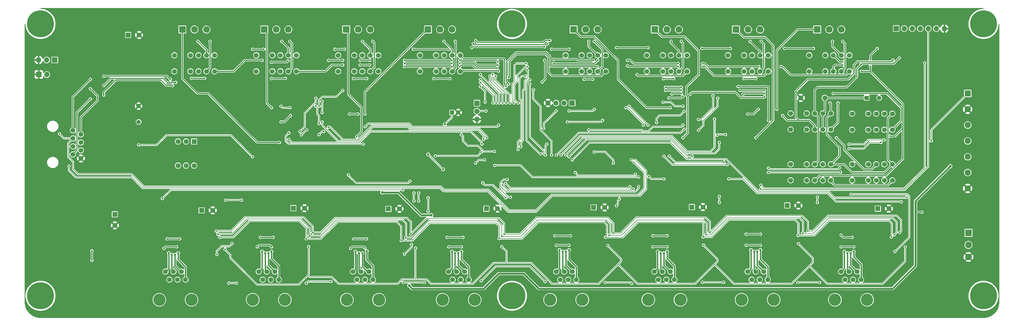
<source format=gbl>
G04 #@! TF.GenerationSoftware,KiCad,Pcbnew,7.0.7*
G04 #@! TF.CreationDate,2024-06-25T14:53:43-04:00*
G04 #@! TF.ProjectId,AOML_AB_3.0_reorganized-v3,414f4d4c-5f41-4425-9f33-2e305f72656f,3*
G04 #@! TF.SameCoordinates,Original*
G04 #@! TF.FileFunction,Copper,L2,Bot*
G04 #@! TF.FilePolarity,Positive*
%FSLAX46Y46*%
G04 Gerber Fmt 4.6, Leading zero omitted, Abs format (unit mm)*
G04 Created by KiCad (PCBNEW 7.0.7) date 2024-06-25 14:53:43*
%MOMM*%
%LPD*%
G01*
G04 APERTURE LIST*
G04 #@! TA.AperFunction,ComponentPad*
%ADD10R,2.100000X2.100000*%
G04 #@! TD*
G04 #@! TA.AperFunction,ComponentPad*
%ADD11C,2.100000*%
G04 #@! TD*
G04 #@! TA.AperFunction,ComponentPad*
%ADD12C,1.524000*%
G04 #@! TD*
G04 #@! TA.AperFunction,ComponentPad*
%ADD13R,1.950000X1.950000*%
G04 #@! TD*
G04 #@! TA.AperFunction,ComponentPad*
%ADD14C,1.950000*%
G04 #@! TD*
G04 #@! TA.AperFunction,WasherPad*
%ADD15C,8.500000*%
G04 #@! TD*
G04 #@! TA.AperFunction,ComponentPad*
%ADD16R,1.524000X1.524000*%
G04 #@! TD*
G04 #@! TA.AperFunction,ComponentPad*
%ADD17R,1.700000X1.700000*%
G04 #@! TD*
G04 #@! TA.AperFunction,ComponentPad*
%ADD18O,1.700000X1.700000*%
G04 #@! TD*
G04 #@! TA.AperFunction,ComponentPad*
%ADD19R,1.651000X1.651000*%
G04 #@! TD*
G04 #@! TA.AperFunction,ComponentPad*
%ADD20C,1.651000*%
G04 #@! TD*
G04 #@! TA.AperFunction,ComponentPad*
%ADD21C,1.600000*%
G04 #@! TD*
G04 #@! TA.AperFunction,ComponentPad*
%ADD22O,1.600000X1.600000*%
G04 #@! TD*
G04 #@! TA.AperFunction,ComponentPad*
%ADD23C,1.371600*%
G04 #@! TD*
G04 #@! TA.AperFunction,ComponentPad*
%ADD24C,1.580000*%
G04 #@! TD*
G04 #@! TA.AperFunction,ComponentPad*
%ADD25R,1.580000X1.580000*%
G04 #@! TD*
G04 #@! TA.AperFunction,ComponentPad*
%ADD26R,1.397000X1.397000*%
G04 #@! TD*
G04 #@! TA.AperFunction,ComponentPad*
%ADD27C,1.397000*%
G04 #@! TD*
G04 #@! TA.AperFunction,ComponentPad*
%ADD28R,1.320800X1.320800*%
G04 #@! TD*
G04 #@! TA.AperFunction,ComponentPad*
%ADD29C,1.320800*%
G04 #@! TD*
G04 #@! TA.AperFunction,ComponentPad*
%ADD30C,3.860800*%
G04 #@! TD*
G04 #@! TA.AperFunction,ViaPad*
%ADD31C,0.600000*%
G04 #@! TD*
G04 #@! TA.AperFunction,ViaPad*
%ADD32C,0.750000*%
G04 #@! TD*
G04 #@! TA.AperFunction,ViaPad*
%ADD33C,0.900000*%
G04 #@! TD*
G04 #@! TA.AperFunction,ViaPad*
%ADD34C,0.800000*%
G04 #@! TD*
G04 #@! TA.AperFunction,Conductor*
%ADD35C,0.200000*%
G04 #@! TD*
G04 #@! TA.AperFunction,Conductor*
%ADD36C,0.600000*%
G04 #@! TD*
G04 #@! TA.AperFunction,Conductor*
%ADD37C,0.300000*%
G04 #@! TD*
G04 #@! TA.AperFunction,Conductor*
%ADD38C,0.400000*%
G04 #@! TD*
G04 #@! TA.AperFunction,Conductor*
%ADD39C,0.450000*%
G04 #@! TD*
G04 APERTURE END LIST*
D10*
X102827300Y-93750000D03*
D11*
X106637300Y-93750000D03*
X110447300Y-93750000D03*
D12*
X295050000Y-125400000D03*
X300130000Y-125400000D03*
X302670000Y-125400000D03*
X305210000Y-125400000D03*
X307750000Y-125400000D03*
X307750000Y-120320000D03*
X305210000Y-120320000D03*
X302670000Y-120320000D03*
X300130000Y-120320000D03*
X295050000Y-120320000D03*
D13*
X351000000Y-114000000D03*
D14*
X351000000Y-119000000D03*
X351000000Y-124000000D03*
X351000000Y-129000000D03*
X351000000Y-134000000D03*
X351000000Y-139000000D03*
X351000000Y-144000000D03*
D15*
X58000000Y-178000000D03*
D12*
X275256380Y-107000000D03*
X280336380Y-107000000D03*
X282876380Y-107000000D03*
X285416380Y-107000000D03*
X287956380Y-107000000D03*
X287956380Y-101920000D03*
X285416380Y-101920000D03*
X282876380Y-101920000D03*
X280336380Y-101920000D03*
X275256380Y-101920000D03*
X100300000Y-107000000D03*
X105380000Y-107000000D03*
X107920000Y-107000000D03*
X110460000Y-107000000D03*
X113000000Y-107000000D03*
X113000000Y-101920000D03*
X110460000Y-101920000D03*
X107920000Y-101920000D03*
X105380000Y-101920000D03*
X100300000Y-101920000D03*
D16*
X198914200Y-150425000D03*
D12*
X202419400Y-150425000D03*
D10*
X180447300Y-93750000D03*
D11*
X184257300Y-93750000D03*
X188067300Y-93750000D03*
D10*
X277783680Y-93750000D03*
D11*
X281593680Y-93750000D03*
X285403680Y-93750000D03*
D16*
X81497800Y-152234800D03*
D12*
X81497800Y-155740000D03*
X68229001Y-125659900D03*
X70769001Y-126929900D03*
X68229001Y-128199900D03*
X70769001Y-129469900D03*
X68229001Y-130739900D03*
X70769001Y-132009900D03*
X68229001Y-133279900D03*
X70769001Y-134549900D03*
D17*
X328400000Y-93475000D03*
D18*
X330940000Y-93475000D03*
X333480000Y-93475000D03*
X336020000Y-93475000D03*
X338560000Y-93475000D03*
X341100000Y-93475000D03*
X343640000Y-93475000D03*
D16*
X293976150Y-149425000D03*
D12*
X297481350Y-149425000D03*
X223923048Y-107000000D03*
X229003048Y-107000000D03*
X231543048Y-107000000D03*
X234083048Y-107000000D03*
X236623048Y-107000000D03*
X236623048Y-101920000D03*
X234083048Y-101920000D03*
X231543048Y-101920000D03*
X229003048Y-101920000D03*
X223923048Y-101920000D03*
D19*
X226000000Y-117000000D03*
D20*
X223460000Y-117000000D03*
X220920000Y-117000000D03*
X218380000Y-117000000D03*
D17*
X57460000Y-108000000D03*
D18*
X60000000Y-108000000D03*
D15*
X58000000Y-92000000D03*
X356000000Y-178000000D03*
D12*
X295050000Y-141480000D03*
X300130000Y-141480000D03*
X302670000Y-141480000D03*
X305210000Y-141480000D03*
X307750000Y-141480000D03*
X307750000Y-136400000D03*
X305210000Y-136400000D03*
X302670000Y-136400000D03*
X300130000Y-136400000D03*
X295050000Y-136400000D03*
D15*
X356000000Y-92000000D03*
X207000000Y-92000000D03*
D10*
X252117014Y-93750000D03*
D11*
X255927014Y-93750000D03*
X259737014Y-93750000D03*
D12*
X300923048Y-107000000D03*
X306003048Y-107000000D03*
X308543048Y-107000000D03*
X311083048Y-107000000D03*
X313623048Y-107000000D03*
X313623048Y-101920000D03*
X311083048Y-101920000D03*
X308543048Y-101920000D03*
X306003048Y-101920000D03*
X300923048Y-101920000D03*
D17*
X62480000Y-103400000D03*
D18*
X59940000Y-103400000D03*
X57400000Y-103400000D03*
D12*
X126173333Y-107000000D03*
X131253333Y-107000000D03*
X133793333Y-107000000D03*
X136333333Y-107000000D03*
X138873333Y-107000000D03*
X138873333Y-101920000D03*
X136333333Y-101920000D03*
X133793333Y-101920000D03*
X131253333Y-101920000D03*
X126173333Y-101920000D03*
X314501400Y-141480000D03*
X319581400Y-141480000D03*
X322121400Y-141480000D03*
X324661400Y-141480000D03*
X327201400Y-141480000D03*
X327201400Y-136400000D03*
X324661400Y-136400000D03*
X322121400Y-136400000D03*
X319581400Y-136400000D03*
X314501400Y-136400000D03*
D16*
X167914150Y-150500000D03*
D12*
X171419350Y-150500000D03*
X177920000Y-107000000D03*
X183000000Y-107000000D03*
X185540000Y-107000000D03*
X188080000Y-107000000D03*
X190620000Y-107000000D03*
X190620000Y-101920000D03*
X188080000Y-101920000D03*
X185540000Y-101920000D03*
X183000000Y-101920000D03*
X177920000Y-101920000D03*
D15*
X207000000Y-178000000D03*
D21*
X298240000Y-115400000D03*
D22*
X305860000Y-115400000D03*
D23*
X89000000Y-123000000D03*
X89000000Y-118000000D03*
D16*
X85664150Y-95500000D03*
D12*
X89169350Y-95500000D03*
X314501400Y-125480000D03*
X319581400Y-125480000D03*
X322121400Y-125480000D03*
X324661400Y-125480000D03*
X327201400Y-125480000D03*
X327201400Y-120400000D03*
X324661400Y-120400000D03*
X322121400Y-120400000D03*
X319581400Y-120400000D03*
X314501400Y-120400000D03*
D10*
X128700633Y-93750000D03*
D11*
X132510633Y-93750000D03*
X136320633Y-93750000D03*
D24*
X106540000Y-136810000D03*
X104000000Y-136810000D03*
X101460000Y-136810000D03*
X101460000Y-129190000D03*
X104000000Y-129190000D03*
D25*
X106540000Y-129190000D03*
D16*
X137914150Y-150275000D03*
D12*
X141419350Y-150275000D03*
D16*
X108932800Y-150975000D03*
D12*
X112438000Y-150975000D03*
D10*
X226450348Y-93750000D03*
D11*
X230260348Y-93750000D03*
X234070348Y-93750000D03*
D10*
X351250000Y-158090000D03*
D11*
X351250000Y-161900000D03*
X351250000Y-165710000D03*
D16*
X232757150Y-150050000D03*
D12*
X236262350Y-150050000D03*
D26*
X319081500Y-115400000D03*
D27*
X323018500Y-115400000D03*
D17*
X195900000Y-117075000D03*
D18*
X195900000Y-119615000D03*
X195900000Y-122155000D03*
D16*
X263828350Y-149925000D03*
D12*
X267333550Y-149925000D03*
X152046666Y-107000000D03*
X157126666Y-107000000D03*
X159666666Y-107000000D03*
X162206666Y-107000000D03*
X164746666Y-107000000D03*
X164746666Y-101920000D03*
X162206666Y-101920000D03*
X159666666Y-101920000D03*
X157126666Y-101920000D03*
X152046666Y-101920000D03*
D16*
X322579000Y-150425000D03*
D12*
X326084200Y-150425000D03*
X249589714Y-107000000D03*
X254669714Y-107000000D03*
X257209714Y-107000000D03*
X259749714Y-107000000D03*
X262289714Y-107000000D03*
X262289714Y-101920000D03*
X259749714Y-101920000D03*
X257209714Y-101920000D03*
X254669714Y-101920000D03*
X249589714Y-101920000D03*
D10*
X154573966Y-93750000D03*
D11*
X158383966Y-93750000D03*
X162193966Y-93750000D03*
D28*
X188000000Y-120000000D03*
D29*
X190000000Y-120000000D03*
D10*
X303450348Y-93750000D03*
D11*
X307260348Y-93750000D03*
X311070348Y-93750000D03*
D12*
X186960000Y-170360000D03*
X188230000Y-172900000D03*
X189500000Y-170360000D03*
X190770000Y-172900000D03*
X192040000Y-170360000D03*
X193310000Y-172900000D03*
D30*
X185055000Y-179250000D03*
X195215000Y-179250000D03*
D12*
X97460000Y-170360000D03*
X98730000Y-172900000D03*
X100000000Y-170360000D03*
X101270000Y-172900000D03*
X102540000Y-170360000D03*
X103810000Y-172900000D03*
D30*
X95555000Y-179250000D03*
X105715000Y-179250000D03*
D12*
X156710000Y-170360000D03*
X157980000Y-172900000D03*
X159250000Y-170360000D03*
X160520000Y-172900000D03*
X161790000Y-170360000D03*
X163060000Y-172900000D03*
D30*
X154805000Y-179250000D03*
X164965000Y-179250000D03*
D12*
X126960000Y-170360000D03*
X128230000Y-172900000D03*
X129500000Y-170360000D03*
X130770000Y-172900000D03*
X132040000Y-170360000D03*
X133310000Y-172900000D03*
D30*
X125055000Y-179250000D03*
X135215000Y-179250000D03*
D12*
X220960000Y-170360000D03*
X222230000Y-172900000D03*
X223500000Y-170360000D03*
X224770000Y-172900000D03*
X226040000Y-170360000D03*
X227310000Y-172900000D03*
D30*
X219055000Y-179250000D03*
X229215000Y-179250000D03*
D12*
X281460000Y-170360000D03*
X282730000Y-172900000D03*
X284000000Y-170360000D03*
X285270000Y-172900000D03*
X286540000Y-170360000D03*
X287810000Y-172900000D03*
D30*
X279555000Y-179250000D03*
X289715000Y-179250000D03*
D12*
X251960000Y-170360000D03*
X253230000Y-172900000D03*
X254500000Y-170360000D03*
X255770000Y-172900000D03*
X257040000Y-170360000D03*
X258310000Y-172900000D03*
D30*
X250055000Y-179250000D03*
X260215000Y-179250000D03*
D12*
X310960000Y-170360000D03*
X312230000Y-172900000D03*
X313500000Y-170360000D03*
X314770000Y-172900000D03*
X316040000Y-170360000D03*
X317310000Y-172900000D03*
D30*
X309055000Y-179250000D03*
X319215000Y-179250000D03*
D31*
X89000000Y-130250000D03*
X125000000Y-134000000D03*
D32*
X342500000Y-159000000D03*
X57500000Y-144500000D03*
D33*
X198000000Y-157700000D03*
D31*
X184500000Y-163000000D03*
X211500000Y-102250000D03*
X307500000Y-155500000D03*
D32*
X81250000Y-97750000D03*
D31*
X79763000Y-102000000D03*
D32*
X170500000Y-135250000D03*
D33*
X262400000Y-164800000D03*
D31*
X223000000Y-121500000D03*
D32*
X76000000Y-96250000D03*
D33*
X322100000Y-157100000D03*
X232000000Y-164900000D03*
D31*
X245500000Y-162500000D03*
D34*
X330000000Y-139400000D03*
D31*
X264000000Y-130000000D03*
X181654200Y-119145800D03*
X191100000Y-136000000D03*
D32*
X55750000Y-158250000D03*
X76000000Y-94750000D03*
X128250000Y-139750000D03*
X55000000Y-153500000D03*
D33*
X137400000Y-165400000D03*
D32*
X138250000Y-141750000D03*
D31*
X217500000Y-155500000D03*
X277500000Y-160000000D03*
X154000000Y-157500000D03*
X164500000Y-129500000D03*
X244000000Y-120000000D03*
D32*
X137250000Y-135500000D03*
D31*
X71750000Y-102000000D03*
X71750000Y-142750000D03*
X295000000Y-117000000D03*
D32*
X342500000Y-166250000D03*
D31*
X205600000Y-100300000D03*
X218000000Y-100100000D03*
D32*
X173000000Y-140000000D03*
D31*
X170500000Y-119500000D03*
X154500000Y-122000000D03*
X200500000Y-140000000D03*
X344500000Y-106000000D03*
X123500000Y-157000000D03*
X120000000Y-140000000D03*
X300500000Y-129500000D03*
X197000000Y-113000000D03*
D33*
X198000000Y-165300000D03*
D31*
X344500000Y-132000000D03*
X250350000Y-139100000D03*
X216400000Y-146000000D03*
X200524999Y-102270501D03*
D33*
X232000000Y-157400000D03*
D31*
X167750000Y-132500000D03*
D33*
X108000000Y-158200000D03*
D31*
X77000000Y-145000000D03*
D32*
X59250000Y-144500000D03*
D31*
X92000000Y-91700000D03*
D33*
X108000000Y-165900000D03*
D31*
X150000000Y-163000000D03*
X248000000Y-155500000D03*
X257000000Y-132500000D03*
X184000000Y-156000000D03*
X113000000Y-135350500D03*
D32*
X61000000Y-158250000D03*
D31*
X248000000Y-160500000D03*
X74500000Y-162500000D03*
X206500500Y-112945000D03*
X279000000Y-132500000D03*
D32*
X162000000Y-138250000D03*
D31*
X91500000Y-163000000D03*
X214500000Y-128000000D03*
D32*
X55000000Y-151500000D03*
D31*
X242000000Y-132500000D03*
D32*
X55000000Y-149250000D03*
D31*
X171000000Y-127500000D03*
X278200000Y-161600000D03*
D32*
X81250000Y-93250000D03*
D31*
X278500000Y-154500000D03*
D32*
X61000000Y-144500000D03*
X64500000Y-144500000D03*
X55750000Y-144500000D03*
D31*
X124000000Y-162500000D03*
D32*
X81250000Y-96250000D03*
D31*
X140345500Y-128445000D03*
X178300000Y-119145800D03*
D32*
X55000000Y-147000000D03*
D31*
X214500000Y-162500000D03*
D33*
X167500000Y-165700000D03*
D31*
X133000000Y-122000000D03*
X133000000Y-131500000D03*
X209000000Y-137500000D03*
X308000000Y-162500000D03*
X307492750Y-129577253D03*
X182500000Y-161000000D03*
D32*
X76000000Y-93250000D03*
D31*
X95000000Y-163000000D03*
X287000000Y-143000000D03*
X274600000Y-164600000D03*
X279000000Y-123500000D03*
X234000000Y-120000000D03*
X171000000Y-130500000D03*
D32*
X76000000Y-97750000D03*
D31*
X239500000Y-118100000D03*
D32*
X138750000Y-137250000D03*
D33*
X167500000Y-158000000D03*
D31*
X123000000Y-161000000D03*
X240200000Y-141300000D03*
X218500000Y-162500000D03*
X154000000Y-163000000D03*
X178000000Y-115500000D03*
D33*
X262400000Y-157000000D03*
D31*
X96500000Y-155000000D03*
X265000000Y-117260000D03*
X191000000Y-138200000D03*
X201500000Y-134749999D03*
X213500000Y-142000000D03*
X307000000Y-160600000D03*
D32*
X74500000Y-95500000D03*
D31*
X190300000Y-129000000D03*
D33*
X292500000Y-164300000D03*
D31*
X237500000Y-131000000D03*
D33*
X292500000Y-156700000D03*
D31*
X257000000Y-123500000D03*
D32*
X79750000Y-168000000D03*
D31*
X154500000Y-131000000D03*
X249000000Y-162500000D03*
X86250000Y-146250000D03*
D32*
X57500000Y-158250000D03*
D31*
X304000000Y-162500000D03*
X202500000Y-125347200D03*
D32*
X55000000Y-155750000D03*
X173000000Y-138250000D03*
D31*
X337500000Y-98100000D03*
D33*
X137400000Y-157700000D03*
D31*
X139500000Y-117000000D03*
D32*
X173000000Y-136500000D03*
X170500000Y-141250000D03*
D31*
X192400000Y-132000000D03*
X216500000Y-160500000D03*
X202500000Y-137500000D03*
X180500000Y-163000000D03*
D32*
X75750000Y-169750000D03*
D31*
X95000000Y-159500000D03*
D32*
X81250000Y-94750000D03*
D31*
X153000000Y-161000000D03*
D32*
X59250000Y-158250000D03*
D31*
X242500000Y-134375000D03*
D32*
X62750000Y-144500000D03*
D33*
X322100000Y-164800000D03*
D31*
X121500000Y-162500000D03*
X336500000Y-151500000D03*
D33*
X181500000Y-152500000D03*
X174500000Y-174750000D03*
D31*
X74250000Y-166750000D03*
D33*
X166000000Y-145318000D03*
X345500000Y-137000000D03*
D31*
X74250000Y-163750000D03*
X201452400Y-132297600D03*
X191000001Y-127000000D03*
X331750000Y-146800000D03*
X226000000Y-135000000D03*
X339500000Y-129000000D03*
X96500000Y-147250000D03*
X172500000Y-144500000D03*
X134000000Y-118000000D03*
X136800000Y-118500000D03*
X134000000Y-123000000D03*
X137000000Y-121000000D03*
X187000000Y-100000000D03*
X175800000Y-100000000D03*
X205130000Y-111770000D03*
X128500000Y-100000000D03*
X154000000Y-100000000D03*
X125000000Y-100000000D03*
X151000000Y-100000000D03*
X136500000Y-128500000D03*
X197500000Y-130000000D03*
X160000000Y-130000000D03*
X145000000Y-115500000D03*
X160600000Y-124500000D03*
X136500000Y-126500000D03*
X202750000Y-124000000D03*
X140000000Y-126000000D03*
X147500000Y-126000000D03*
X146000000Y-127000000D03*
X145000000Y-118000000D03*
X149000000Y-124635000D03*
X199000000Y-128000000D03*
X146000000Y-123500000D03*
X147000000Y-116500000D03*
X198000000Y-128500000D03*
X147000000Y-123000000D03*
X147000000Y-120000000D03*
X252650300Y-123150300D03*
X261400000Y-119600000D03*
X261000000Y-118000000D03*
X254730000Y-116730000D03*
X217300000Y-103500000D03*
X225000000Y-100000000D03*
X276000000Y-99750000D03*
X267000000Y-99750000D03*
X216500000Y-110405000D03*
X240000000Y-99500000D03*
X250000000Y-99500000D03*
X219500000Y-100000000D03*
X293100000Y-99750000D03*
X302250000Y-99750000D03*
X270500000Y-114700000D03*
X261400500Y-125300000D03*
X221000000Y-133500000D03*
X265900000Y-122200000D03*
X265900000Y-125600000D03*
X264000000Y-133900000D03*
X272000000Y-115500000D03*
X225000000Y-134000000D03*
X271825000Y-127175000D03*
X274500000Y-127000000D03*
X272500000Y-129500000D03*
X224000000Y-133500000D03*
X271000000Y-122095000D03*
X222500000Y-133500000D03*
D32*
X98500000Y-164500000D03*
D31*
X102000000Y-160000000D03*
X98000000Y-160000000D03*
D32*
X99500000Y-165000000D03*
X100500000Y-165000000D03*
D31*
X101000000Y-162500000D03*
X97000000Y-163000000D03*
D32*
X101500000Y-164500000D03*
D31*
X172600000Y-173800000D03*
X117500000Y-174000000D03*
X297300000Y-173800000D03*
X267200000Y-173700000D03*
X120000000Y-174000000D03*
X217500000Y-173500000D03*
X142000000Y-174000000D03*
X179300000Y-173800000D03*
X244800000Y-174100000D03*
X236400000Y-173800000D03*
X273900000Y-173700000D03*
X149800000Y-173500000D03*
X304200000Y-173800000D03*
X197250000Y-173250000D03*
X142750000Y-162475000D03*
X331250000Y-162500000D03*
X116300000Y-163300000D03*
X180500000Y-147000000D03*
X237250000Y-162100000D03*
X180500000Y-151250000D03*
X176500000Y-162900000D03*
X203750000Y-162475000D03*
X267500000Y-161975000D03*
X297500000Y-161475000D03*
X118500000Y-161500000D03*
X113750000Y-164925000D03*
X240000000Y-149500000D03*
X121500000Y-147750000D03*
X116500000Y-147750000D03*
X240900000Y-147400000D03*
X236500000Y-159500000D03*
X202875000Y-159875000D03*
X267375000Y-159375000D03*
X297375000Y-158875000D03*
X326875000Y-159375000D03*
X114625000Y-159500000D03*
X172000000Y-160500000D03*
X142000000Y-160000000D03*
X298775000Y-158225000D03*
X114000000Y-158500000D03*
X327775000Y-158725000D03*
X173401900Y-159598100D03*
X203775000Y-159225000D03*
X143000000Y-159000000D03*
X237650000Y-158850000D03*
X268275000Y-158725000D03*
X300500000Y-157500000D03*
X204500000Y-158475000D03*
X113500000Y-157500000D03*
X329500000Y-157975000D03*
X239000000Y-158200000D03*
X269500000Y-158000000D03*
X144000000Y-158000000D03*
X174965304Y-158488877D03*
D32*
X188000000Y-164000000D03*
D31*
X191500000Y-159500000D03*
X186500000Y-159500000D03*
D32*
X189000000Y-164500000D03*
X190000000Y-164500000D03*
D31*
X187000000Y-162500000D03*
X191000000Y-162500000D03*
D32*
X191000000Y-164000000D03*
D31*
X176000000Y-145475500D03*
X176000000Y-148000000D03*
D32*
X282500000Y-163500000D03*
D31*
X281000000Y-158500000D03*
X285500000Y-158500000D03*
D32*
X283500000Y-164000000D03*
X284500000Y-164000000D03*
D31*
X281000000Y-162000000D03*
X285500000Y-162000000D03*
D32*
X285500000Y-163500000D03*
D31*
X177500000Y-145475500D03*
X177500000Y-148000000D03*
X175250000Y-161750000D03*
X173000000Y-164798100D03*
D32*
X128000000Y-164000000D03*
D31*
X127500000Y-159500000D03*
X131500000Y-159500000D03*
D32*
X129000000Y-164500000D03*
X130000000Y-164500000D03*
D31*
X131000000Y-162500000D03*
X126500000Y-162500000D03*
D32*
X131000000Y-164000000D03*
D31*
X205000000Y-147000000D03*
X197750000Y-142250000D03*
D32*
X222000000Y-163500000D03*
D31*
X220500000Y-159000000D03*
X225500000Y-159000000D03*
D32*
X223000000Y-164000000D03*
X224000000Y-164000000D03*
D31*
X221000000Y-162000000D03*
X225000000Y-162000000D03*
D32*
X225000000Y-163500000D03*
D31*
X203250000Y-144250000D03*
X206500000Y-146800000D03*
D32*
X312000000Y-164000000D03*
D31*
X311000000Y-158800000D03*
X314500000Y-159500000D03*
D32*
X313000000Y-164500000D03*
X314000000Y-164500000D03*
D31*
X311000000Y-162500000D03*
X315000000Y-162500000D03*
D32*
X315000000Y-164000000D03*
D31*
X204000000Y-142900000D03*
X245300000Y-144200000D03*
X272500000Y-148500000D03*
X272500000Y-146500000D03*
D32*
X157518121Y-164000000D03*
D31*
X157000000Y-160000000D03*
X161000000Y-160000000D03*
D32*
X158681938Y-164500000D03*
X159722500Y-164500000D03*
D31*
X156000000Y-163000000D03*
X160500000Y-162852302D03*
D32*
X161100000Y-163900000D03*
D31*
X303500000Y-146750000D03*
X303500000Y-148500000D03*
X244250000Y-143500000D03*
X205000000Y-142400000D03*
D32*
X253000000Y-164000000D03*
D31*
X251500000Y-159000000D03*
X256000000Y-159000000D03*
D32*
X254000000Y-164500000D03*
X255000000Y-164500000D03*
D31*
X251500000Y-162500000D03*
X256000000Y-162500000D03*
D32*
X256000000Y-164000000D03*
D31*
X247000000Y-143400000D03*
X328000000Y-164000000D03*
X314100000Y-145900000D03*
X205500000Y-141200000D03*
X100750000Y-110500000D03*
X311500000Y-104000000D03*
X317200000Y-105000000D03*
X194750000Y-98250000D03*
X329400000Y-102800000D03*
X78000000Y-111500000D03*
X218250000Y-98250000D03*
X67000000Y-137000000D03*
X244750000Y-135000000D03*
X217250000Y-99250000D03*
X194250000Y-99500000D03*
X327400000Y-103400000D03*
X309500000Y-128000000D03*
X292500000Y-121000000D03*
X78000000Y-114500000D03*
X99750000Y-111500000D03*
X245600000Y-135800000D03*
X64000000Y-126750000D03*
X258100000Y-109300000D03*
X320250000Y-105400000D03*
X317400000Y-107000000D03*
X320250000Y-103250000D03*
X131000000Y-109300000D03*
X280300000Y-109300000D03*
X322400000Y-99800000D03*
X99000000Y-109500000D03*
X232500000Y-109500000D03*
X105710000Y-109210000D03*
X161100000Y-109300000D03*
X187400000Y-109300000D03*
X284000000Y-109300000D03*
X326500000Y-127500000D03*
X229750000Y-109500000D03*
X254854857Y-109354857D03*
X182300000Y-109300000D03*
X195500000Y-97250000D03*
X156900000Y-109300000D03*
X219000000Y-97250000D03*
X135400000Y-109200000D03*
X78000000Y-108500000D03*
X311500000Y-105000000D03*
X109900000Y-109200000D03*
X220960000Y-119500000D03*
X217000000Y-125000000D03*
X73750000Y-112500000D03*
X285600000Y-144200000D03*
X111572000Y-97500000D03*
X107750000Y-97500000D03*
X133500000Y-129500000D03*
X136750000Y-97500000D03*
X134250000Y-97500000D03*
X131000000Y-118500000D03*
X163000000Y-97500000D03*
X159750000Y-97500000D03*
X157875000Y-127625000D03*
X189000000Y-97500000D03*
X185500000Y-97500000D03*
X158300000Y-120500000D03*
X160500000Y-120500000D03*
X155700000Y-120500000D03*
X233000000Y-97500000D03*
X231250000Y-97500000D03*
X257000000Y-118500000D03*
X260500000Y-97500000D03*
X257250000Y-97500000D03*
X261000000Y-128000000D03*
X285750000Y-97500000D03*
X282250000Y-97500000D03*
X284000000Y-128000000D03*
X311500000Y-97500000D03*
X308250000Y-97500000D03*
X281500000Y-120500000D03*
X290700000Y-119000000D03*
X284800000Y-119000000D03*
X255000000Y-133800000D03*
X243000000Y-118500000D03*
X275000000Y-136500000D03*
X288000000Y-139000000D03*
X313500000Y-131500000D03*
X235600000Y-122500000D03*
X310800000Y-138900000D03*
X224500000Y-123000000D03*
X323600000Y-129500000D03*
X248500000Y-124000000D03*
X274000000Y-135750000D03*
X256700000Y-133800000D03*
X310500000Y-137500000D03*
X288000000Y-137600000D03*
X313500000Y-130000000D03*
X244000000Y-118000000D03*
X233000000Y-119000000D03*
X225000000Y-119500000D03*
X324600000Y-128700000D03*
X250000000Y-124000000D03*
X247000000Y-140425000D03*
X201500000Y-136750000D03*
X330000000Y-148250000D03*
X275500000Y-141000000D03*
X250250000Y-140250000D03*
X255000000Y-141000000D03*
X182750000Y-133750000D03*
X174750000Y-141750000D03*
X197250000Y-132554500D03*
X155250000Y-139750000D03*
X149000000Y-103500000D03*
X136200000Y-103700000D03*
X153500000Y-103500000D03*
X202500000Y-104000000D03*
X190500000Y-103500000D03*
X162000000Y-103500000D03*
X159000000Y-103500000D03*
X188000000Y-103500000D03*
X128000000Y-103500000D03*
X173000000Y-103500000D03*
X131000000Y-104100000D03*
X190500000Y-104500000D03*
X188000000Y-104500000D03*
X202500000Y-105000000D03*
X159000000Y-105000000D03*
X153500000Y-105000000D03*
X173000000Y-104500000D03*
X162000000Y-105000000D03*
X173000000Y-105500000D03*
X188000000Y-105500000D03*
X202250000Y-106000000D03*
X190500000Y-105500000D03*
X202700000Y-106900000D03*
X260500000Y-114000000D03*
X308500000Y-114000000D03*
X257500000Y-114200000D03*
X280000000Y-114200000D03*
X286800000Y-114000000D03*
X263300000Y-114200000D03*
X261000000Y-114900000D03*
X307500000Y-117000000D03*
X256600000Y-115400000D03*
X286800000Y-115000000D03*
X246500000Y-108000000D03*
X234000000Y-105500000D03*
X206000000Y-111000000D03*
X206000000Y-108900000D03*
X220150000Y-103150000D03*
X232700000Y-103500000D03*
X259500000Y-105500000D03*
X267200000Y-105500000D03*
X243500000Y-105200000D03*
X220100000Y-104400000D03*
X259500000Y-104500000D03*
X292000000Y-105500000D03*
X234100000Y-103500000D03*
X267200000Y-104500000D03*
X243500000Y-103500000D03*
X285000000Y-105500000D03*
X278450839Y-111798661D03*
X255500000Y-112000000D03*
X288000000Y-122500000D03*
X260500000Y-112000000D03*
X260500000Y-113000000D03*
X255500000Y-113000000D03*
X279000000Y-113000000D03*
X286800000Y-113000000D03*
X310000000Y-117000000D03*
X337400000Y-104400000D03*
X285600000Y-143000000D03*
X208900000Y-117000000D03*
X211800000Y-105500000D03*
X207600000Y-117000000D03*
X211400000Y-104500000D03*
X197000000Y-110500000D03*
X201000000Y-117000000D03*
X197000000Y-109500000D03*
X202000000Y-117000000D03*
X197000000Y-108000000D03*
X203000000Y-117000000D03*
X200000000Y-108500000D03*
X204000000Y-117000000D03*
X200900000Y-107900000D03*
X205100000Y-117000000D03*
X206300000Y-117000000D03*
X201800000Y-108500000D03*
X198750000Y-119558800D03*
X213750000Y-112750000D03*
X219500000Y-133500000D03*
X217500000Y-133500000D03*
X212612500Y-110987500D03*
X261000000Y-124000000D03*
X218000000Y-130000000D03*
X231250000Y-125500000D03*
X153500000Y-113000000D03*
X142100000Y-125500000D03*
X140400000Y-127100000D03*
X197000000Y-111800000D03*
X146000000Y-118000000D03*
X198500000Y-116700000D03*
X216100000Y-133100000D03*
X212600000Y-109700000D03*
X211200000Y-108500000D03*
X208900000Y-131700000D03*
X209800000Y-130800000D03*
X211800000Y-106600000D03*
X246000000Y-139500000D03*
X227000000Y-139000000D03*
X239000000Y-136000000D03*
X233000000Y-132500000D03*
X198250000Y-135000000D03*
X195500000Y-136000000D03*
X73750000Y-115750000D03*
X73750000Y-109500000D03*
D32*
X180500000Y-133250000D03*
X185750000Y-123750000D03*
X185250000Y-138000000D03*
D35*
X118250000Y-127250000D02*
X125000000Y-134000000D01*
X89000000Y-130250000D02*
X94750000Y-130250000D01*
X94750000Y-130250000D02*
X97750000Y-127250000D01*
X97750000Y-127250000D02*
X118250000Y-127250000D01*
X336400000Y-104000000D02*
X336400000Y-137900000D01*
X248000000Y-143900000D02*
X248000000Y-139500000D01*
X90900000Y-142900000D02*
X184700000Y-142900000D01*
X337500000Y-98100000D02*
X337500000Y-102900000D01*
X219200000Y-145500000D02*
X246400000Y-145500000D01*
X214300000Y-150400000D02*
X219200000Y-145500000D01*
X330600000Y-143700000D02*
X287700000Y-143700000D01*
X336400000Y-137900000D02*
X330600000Y-143700000D01*
X86500000Y-138500000D02*
X90900000Y-142900000D01*
X70250000Y-138500000D02*
X86500000Y-138500000D01*
X185800000Y-144000000D02*
X199900000Y-144000000D01*
X246400000Y-145500000D02*
X248000000Y-143900000D01*
X287700000Y-143700000D02*
X287000000Y-143000000D01*
X69500000Y-137000000D02*
X69500000Y-137750000D01*
X69500000Y-137750000D02*
X70250000Y-138500000D01*
X248000000Y-139500000D02*
X242875000Y-134375000D01*
X199900000Y-144000000D02*
X206300000Y-150400000D01*
X184700000Y-142900000D02*
X185800000Y-144000000D01*
X206300000Y-150400000D02*
X214300000Y-150400000D01*
X337500000Y-102900000D02*
X336400000Y-104000000D01*
X242875000Y-134375000D02*
X242500000Y-134375000D01*
D36*
X175500000Y-175750000D02*
X174500000Y-174750000D01*
X267750000Y-175750000D02*
X327250000Y-175750000D01*
X202750000Y-171000000D02*
X198000000Y-175750000D01*
X327250000Y-175750000D02*
X334500000Y-168500000D01*
D37*
X336500000Y-151500000D02*
X334500000Y-151500000D01*
D36*
X334500000Y-151500000D02*
X334500000Y-148000000D01*
X236750000Y-175750000D02*
X215500000Y-175750000D01*
D37*
X74250000Y-166750000D02*
X74250000Y-163750000D01*
D36*
X198000000Y-175750000D02*
X175500000Y-175750000D01*
X334500000Y-168500000D02*
X334500000Y-151500000D01*
X171068000Y-145318000D02*
X166000000Y-145318000D01*
X236750000Y-175750000D02*
X267750000Y-175750000D01*
X210750000Y-171000000D02*
X206000000Y-171000000D01*
X334500000Y-148000000D02*
X345500000Y-137000000D01*
X215500000Y-175750000D02*
X210750000Y-171000000D01*
X181500000Y-152500000D02*
X178250000Y-152500000D01*
X178250000Y-152500000D02*
X171068000Y-145318000D01*
X206000000Y-171000000D02*
X202750000Y-171000000D01*
D35*
X196250000Y-130500000D02*
X193000000Y-130500000D01*
X201452400Y-132297600D02*
X201450000Y-132300000D01*
X191500000Y-129000000D02*
X191500000Y-127499999D01*
X191500000Y-127499999D02*
X191000001Y-127000000D01*
X201450000Y-132300000D02*
X198050000Y-132300000D01*
X198050000Y-132300000D02*
X196250000Y-130500000D01*
X193000000Y-130500000D02*
X191500000Y-129000000D01*
X257000000Y-129500000D02*
X231500000Y-129500000D01*
X262250000Y-134750000D02*
X257000000Y-129500000D01*
X339500000Y-125500000D02*
X351000000Y-114000000D01*
X231500000Y-129500000D02*
X226000000Y-135000000D01*
X285000000Y-145000000D02*
X274750000Y-134750000D01*
X339500000Y-129000000D02*
X339500000Y-125500000D01*
X274750000Y-134750000D02*
X262250000Y-134750000D01*
X309000000Y-147000000D02*
X307000000Y-145000000D01*
X331750000Y-146800000D02*
X331550000Y-147000000D01*
X331550000Y-147000000D02*
X309000000Y-147000000D01*
X307000000Y-145000000D02*
X285000000Y-145000000D01*
X99250000Y-144500000D02*
X172500000Y-144500000D01*
X96500000Y-147250000D02*
X99250000Y-144500000D01*
X134500000Y-118500000D02*
X134000000Y-118000000D01*
X136800000Y-118500000D02*
X134500000Y-118500000D01*
D37*
X134000000Y-123000000D02*
X135000000Y-123000000D01*
X135000000Y-123000000D02*
X137000000Y-121000000D01*
X125000000Y-100000000D02*
X128500000Y-100000000D01*
X191700000Y-103000000D02*
X190620000Y-101920000D01*
X204600000Y-103100000D02*
X204500000Y-103000000D01*
X205130000Y-111770000D02*
X204600000Y-111240000D01*
X204600000Y-111240000D02*
X204600000Y-103100000D01*
X151000000Y-100000000D02*
X154000000Y-100000000D01*
X204500000Y-103000000D02*
X191700000Y-103000000D01*
X175800000Y-100000000D02*
X187000000Y-100000000D01*
D35*
X137500000Y-129500000D02*
X136500000Y-128500000D01*
X197500000Y-129500000D02*
X194000000Y-126000000D01*
X197500000Y-130000000D02*
X197500000Y-129500000D01*
X194000000Y-126000000D02*
X162251023Y-126000000D01*
X158751023Y-129500000D02*
X137500000Y-129500000D01*
X162251023Y-126000000D02*
X158751023Y-129500000D01*
X161600000Y-123500000D02*
X174500000Y-123500000D01*
X159975000Y-129975000D02*
X136475000Y-129975000D01*
X141500000Y-124500000D02*
X141500000Y-120250000D01*
X202250000Y-124500000D02*
X202750000Y-124000000D01*
X141500000Y-120250000D02*
X145000000Y-116750000D01*
X145000000Y-116750000D02*
X145000000Y-115500000D01*
X175500000Y-124500000D02*
X202250000Y-124500000D01*
X160600000Y-124500000D02*
X161600000Y-123500000D01*
X174500000Y-123500000D02*
X175500000Y-124500000D01*
X135500000Y-129000000D02*
X135500000Y-127500000D01*
X140000000Y-126000000D02*
X141500000Y-124500000D01*
X136475000Y-129975000D02*
X135500000Y-129000000D01*
X135500000Y-127500000D02*
X136500000Y-126500000D01*
X160000000Y-130000000D02*
X159975000Y-129975000D01*
X147000000Y-126000000D02*
X147500000Y-126000000D01*
X146000000Y-127000000D02*
X147000000Y-126000000D01*
X162875000Y-124000000D02*
X174250000Y-124000000D01*
X149635000Y-124635000D02*
X153575000Y-128575000D01*
X145500000Y-120500000D02*
X145500000Y-118500000D01*
X174250000Y-124000000D02*
X175250000Y-125000000D01*
X149000000Y-124635000D02*
X149635000Y-124635000D01*
X146000000Y-121000000D02*
X145500000Y-120500000D01*
X196500000Y-125000000D02*
X199000000Y-127500000D01*
X146000000Y-123500000D02*
X146000000Y-121000000D01*
X158300000Y-128575000D02*
X162875000Y-124000000D01*
X153575000Y-128575000D02*
X158300000Y-128575000D01*
X175250000Y-125000000D02*
X196500000Y-125000000D01*
X199000000Y-127500000D02*
X199000000Y-128000000D01*
X145500000Y-118500000D02*
X145000000Y-118000000D01*
X163000000Y-124500000D02*
X158500000Y-129000000D01*
X147000000Y-124000000D02*
X147000000Y-123000000D01*
X147000000Y-120000000D02*
X147000000Y-116500000D01*
X196250000Y-125500000D02*
X175000000Y-125500000D01*
X174000000Y-124500000D02*
X163000000Y-124500000D01*
X152000000Y-129000000D02*
X147000000Y-124000000D01*
X175000000Y-125500000D02*
X174000000Y-124500000D01*
X198000000Y-128500000D02*
X198000000Y-127250000D01*
X158500000Y-129000000D02*
X152000000Y-129000000D01*
X198000000Y-127250000D02*
X196250000Y-125500000D01*
X260000000Y-121000000D02*
X261400000Y-119600000D01*
X253500000Y-121000000D02*
X260000000Y-121000000D01*
X252650300Y-121849700D02*
X253500000Y-121000000D01*
X252650300Y-123150300D02*
X252650300Y-121849700D01*
X257230000Y-116730000D02*
X258500000Y-118000000D01*
X254730000Y-116730000D02*
X257230000Y-116730000D01*
X258500000Y-118000000D02*
X261000000Y-118000000D01*
D37*
X250000000Y-99500000D02*
X240000000Y-99500000D01*
X217300000Y-103500000D02*
X217500000Y-103700000D01*
X217500000Y-109405000D02*
X216500000Y-110405000D01*
X217500000Y-103700000D02*
X217500000Y-109405000D01*
X276000000Y-99750000D02*
X267000000Y-99750000D01*
X219500000Y-100000000D02*
X225000000Y-100000000D01*
X302250000Y-99750000D02*
X293100000Y-99750000D01*
D35*
X261400500Y-125300000D02*
X260200500Y-126500000D01*
X260200500Y-126500000D02*
X228000000Y-126500000D01*
X266800000Y-122200000D02*
X265900000Y-122200000D01*
X228000000Y-126500000D02*
X221000000Y-133500000D01*
X270500000Y-114700000D02*
X270500000Y-118500000D01*
X270500000Y-118500000D02*
X266800000Y-122200000D01*
X267500000Y-122500000D02*
X272000000Y-118000000D01*
X267500000Y-124000000D02*
X267500000Y-122500000D01*
X230500000Y-128500000D02*
X225000000Y-134000000D01*
X257100000Y-128500000D02*
X230500000Y-128500000D01*
X272000000Y-118000000D02*
X272000000Y-115500000D01*
X262500000Y-133900000D02*
X257100000Y-128500000D01*
X264000000Y-133900000D02*
X262500000Y-133900000D01*
X265900000Y-125600000D02*
X267500000Y-124000000D01*
X272000000Y-127000000D02*
X271825000Y-127175000D01*
X274500000Y-127000000D02*
X272000000Y-127000000D01*
X272500000Y-129500000D02*
X272500000Y-131500000D01*
X262277500Y-132877500D02*
X257400000Y-128000000D01*
X229500000Y-128000000D02*
X224000000Y-133500000D01*
X257400000Y-128000000D02*
X229500000Y-128000000D01*
X272500000Y-131500000D02*
X271122500Y-132877500D01*
X271122500Y-132877500D02*
X262277500Y-132877500D01*
X257600000Y-127500000D02*
X228500000Y-127500000D01*
X271000000Y-131000000D02*
X269600000Y-132400000D01*
X269600000Y-132400000D02*
X262500000Y-132400000D01*
X228500000Y-127500000D02*
X222500000Y-133500000D01*
X262500000Y-132400000D02*
X257600000Y-127500000D01*
X271000000Y-122095000D02*
X271000000Y-131000000D01*
D38*
X98500000Y-164500000D02*
X98500000Y-169320000D01*
X98500000Y-169320000D02*
X97460000Y-170360000D01*
D37*
X102000000Y-160000000D02*
X98000000Y-160000000D01*
D38*
X99500000Y-169860000D02*
X100000000Y-170360000D01*
X99500000Y-165000000D02*
X99500000Y-169860000D01*
X100500000Y-165000000D02*
X100500000Y-168535000D01*
X102325000Y-170360000D02*
X102540000Y-170360000D01*
X100500000Y-168535000D02*
X102325000Y-170360000D01*
D37*
X97500000Y-162500000D02*
X97000000Y-163000000D01*
X101000000Y-162500000D02*
X97500000Y-162500000D01*
D38*
X101500000Y-166500000D02*
X103810000Y-168810000D01*
X101500000Y-164500000D02*
X101500000Y-166500000D01*
X103810000Y-168810000D02*
X103810000Y-172900000D01*
D35*
X267200000Y-173700000D02*
X273900000Y-173700000D01*
X179300000Y-173800000D02*
X172600000Y-173800000D01*
X149800000Y-173500000D02*
X142500000Y-173500000D01*
X117500000Y-174000000D02*
X120000000Y-174000000D01*
X217500000Y-173500000D02*
X212750000Y-168750000D01*
X297400000Y-173700000D02*
X304100000Y-173700000D01*
X212750000Y-168750000D02*
X201750000Y-168750000D01*
X244500000Y-173800000D02*
X244800000Y-174100000D01*
X142500000Y-173500000D02*
X142000000Y-174000000D01*
X297300000Y-173800000D02*
X297400000Y-173700000D01*
X236400000Y-173800000D02*
X244500000Y-173800000D01*
X304100000Y-173700000D02*
X304200000Y-173800000D01*
X201750000Y-168750000D02*
X197250000Y-173250000D01*
X331250000Y-167000000D02*
X324000000Y-174250000D01*
X241500000Y-167000000D02*
X240500000Y-168000000D01*
X302000000Y-167500000D02*
X301000000Y-168500000D01*
X181500000Y-174250000D02*
X194500000Y-174250000D01*
X234250000Y-174250000D02*
X240500000Y-168000000D01*
X180500000Y-151250000D02*
X180500000Y-147000000D01*
X142750000Y-171250000D02*
X139500000Y-174500000D01*
X150000000Y-172000000D02*
X152250000Y-174250000D01*
X170750000Y-174250000D02*
X172250000Y-172750000D01*
X126500000Y-174500000D02*
X118000000Y-166000000D01*
X264750000Y-174250000D02*
X271000000Y-168000000D01*
X152250000Y-174250000D02*
X170750000Y-174250000D01*
X142500000Y-171500000D02*
X143000000Y-172000000D01*
X277250000Y-174250000D02*
X295250000Y-174250000D01*
X237250000Y-162100000D02*
X241500000Y-166350000D01*
X180000000Y-172750000D02*
X181500000Y-174250000D01*
X142750000Y-162475000D02*
X142750000Y-171250000D01*
X194500000Y-174250000D02*
X201100000Y-167650000D01*
X306750000Y-174250000D02*
X301000000Y-168500000D01*
X272000000Y-167000000D02*
X271000000Y-168000000D01*
X205250000Y-163900000D02*
X205250000Y-167650000D01*
X246750000Y-174250000D02*
X264750000Y-174250000D01*
X203750000Y-162475000D02*
X203825000Y-162475000D01*
X203825000Y-162475000D02*
X205250000Y-163900000D01*
X176500000Y-162900000D02*
X176500000Y-172750000D01*
X295250000Y-174250000D02*
X301000000Y-168500000D01*
X219750000Y-174250000D02*
X234250000Y-174250000D01*
X272000000Y-166475000D02*
X272000000Y-167000000D01*
X213150000Y-167650000D02*
X219750000Y-174250000D01*
X118000000Y-165000000D02*
X116300000Y-163300000D01*
X143000000Y-172000000D02*
X150000000Y-172000000D01*
X240500000Y-168000000D02*
X246750000Y-174250000D01*
X139500000Y-174500000D02*
X126500000Y-174500000D01*
X271000000Y-168000000D02*
X277250000Y-174250000D01*
X302000000Y-165975000D02*
X302000000Y-167500000D01*
X331250000Y-162500000D02*
X331250000Y-167000000D01*
X324000000Y-174250000D02*
X306750000Y-174250000D01*
X297500000Y-161475000D02*
X302000000Y-165975000D01*
X201100000Y-167650000D02*
X213150000Y-167650000D01*
X241500000Y-166350000D02*
X241500000Y-167000000D01*
X172250000Y-172750000D02*
X180000000Y-172750000D01*
X267500000Y-161975000D02*
X272000000Y-166475000D01*
X118000000Y-166000000D02*
X118000000Y-165000000D01*
X117675000Y-162325000D02*
X118500000Y-161500000D01*
X113750000Y-163750000D02*
X115175000Y-162325000D01*
X113750000Y-164925000D02*
X113750000Y-163750000D01*
X115175000Y-162325000D02*
X117675000Y-162325000D01*
X240500000Y-149000000D02*
X240500000Y-147800000D01*
X240000000Y-149500000D02*
X240500000Y-149000000D01*
X116500000Y-147750000D02*
X121500000Y-147750000D01*
X240500000Y-147800000D02*
X240900000Y-147400000D01*
X118850000Y-159500000D02*
X124000000Y-154350000D01*
X237000000Y-159000000D02*
X237000000Y-155500000D01*
X114625000Y-159500000D02*
X118850000Y-159500000D01*
X297500000Y-155000000D02*
X296400000Y-153900000D01*
X302625000Y-158875000D02*
X297375000Y-158875000D01*
X267200000Y-154700000D02*
X246800000Y-154700000D01*
X326200000Y-154200000D02*
X307300000Y-154200000D01*
X307300000Y-154200000D02*
X302625000Y-158875000D01*
X172000000Y-160500000D02*
X172000000Y-156000000D01*
X270125000Y-159375000D02*
X267375000Y-159375000D01*
X203000000Y-156000000D02*
X202000000Y-155000000D01*
X151900000Y-154600000D02*
X146500000Y-160000000D01*
X170600000Y-154600000D02*
X151900000Y-154600000D01*
X297375000Y-158875000D02*
X297500000Y-158750000D01*
X142000000Y-156500000D02*
X142000000Y-160000000D01*
X215300000Y-154700000D02*
X210125000Y-159875000D01*
X267500000Y-155000000D02*
X267200000Y-154700000D01*
X236500000Y-159500000D02*
X237000000Y-159000000D01*
X172000000Y-156000000D02*
X170600000Y-154600000D01*
X139850000Y-154350000D02*
X140000000Y-154500000D01*
X296400000Y-153900000D02*
X275600000Y-153900000D01*
X146500000Y-160000000D02*
X142000000Y-160000000D01*
X181000000Y-155000000D02*
X175500000Y-160500000D01*
X236200000Y-154700000D02*
X215300000Y-154700000D01*
X246800000Y-154700000D02*
X242000000Y-159500000D01*
X275600000Y-153900000D02*
X270125000Y-159375000D01*
X267500000Y-159250000D02*
X267500000Y-155000000D01*
X237000000Y-155500000D02*
X236200000Y-154700000D01*
X140000000Y-154500000D02*
X142000000Y-156500000D01*
X297500000Y-158750000D02*
X297500000Y-155000000D01*
X242000000Y-159500000D02*
X236500000Y-159500000D01*
X124000000Y-154350000D02*
X139850000Y-154350000D01*
X327000000Y-159250000D02*
X327000000Y-155000000D01*
X203000000Y-159750000D02*
X203000000Y-156000000D01*
X175500000Y-160500000D02*
X172000000Y-160500000D01*
X326875000Y-159375000D02*
X327000000Y-159250000D01*
X327000000Y-155000000D02*
X326200000Y-154200000D01*
X267375000Y-159375000D02*
X267500000Y-159250000D01*
X202875000Y-159875000D02*
X203000000Y-159750000D01*
X202000000Y-155000000D02*
X181000000Y-155000000D01*
X210125000Y-159875000D02*
X202875000Y-159875000D01*
X246500000Y-154000000D02*
X241650000Y-158850000D01*
X297850000Y-153350000D02*
X275150000Y-153350000D01*
X275150000Y-153350000D02*
X269775000Y-158725000D01*
X146500000Y-159000000D02*
X143000000Y-159000000D01*
X209775000Y-159225000D02*
X203775000Y-159225000D01*
X173401900Y-159598100D02*
X173500000Y-159500000D01*
X328500000Y-158000000D02*
X328500000Y-154500000D01*
X267500000Y-154000000D02*
X246500000Y-154000000D01*
X173500000Y-159500000D02*
X173500000Y-155000000D01*
X140200000Y-153700000D02*
X143000000Y-156500000D01*
X327500000Y-153500000D02*
X307000000Y-153500000D01*
X175401900Y-159598100D02*
X180700000Y-154300000D01*
X268500000Y-155000000D02*
X267500000Y-154000000D01*
X327775000Y-158725000D02*
X328500000Y-158000000D01*
X237000000Y-154000000D02*
X215000000Y-154000000D01*
X202300000Y-154300000D02*
X203775000Y-155775000D01*
X328500000Y-154500000D02*
X327500000Y-153500000D01*
X237650000Y-158850000D02*
X238000000Y-158500000D01*
X180700000Y-154300000D02*
X202300000Y-154300000D01*
X238000000Y-155000000D02*
X237000000Y-154000000D01*
X299000000Y-158000000D02*
X299000000Y-154500000D01*
X268275000Y-158725000D02*
X268500000Y-158500000D01*
X203775000Y-155775000D02*
X203775000Y-159225000D01*
X118400000Y-158500000D02*
X123200000Y-153700000D01*
X241650000Y-158850000D02*
X237650000Y-158850000D01*
X151500000Y-154000000D02*
X146500000Y-159000000D01*
X298775000Y-158225000D02*
X299000000Y-158000000D01*
X123200000Y-153700000D02*
X140200000Y-153700000D01*
X299000000Y-154500000D02*
X297850000Y-153350000D01*
X173401900Y-159598100D02*
X175401900Y-159598100D01*
X302275000Y-158225000D02*
X298775000Y-158225000D01*
X268500000Y-158500000D02*
X268500000Y-155000000D01*
X269775000Y-158725000D02*
X268275000Y-158725000D01*
X215000000Y-154000000D02*
X209775000Y-159225000D01*
X173500000Y-155000000D02*
X172500000Y-154000000D01*
X143000000Y-156500000D02*
X143000000Y-159000000D01*
X114000000Y-158500000D02*
X118400000Y-158500000D01*
X238000000Y-158500000D02*
X238000000Y-155000000D01*
X172500000Y-154000000D02*
X151500000Y-154000000D01*
X307000000Y-153500000D02*
X302275000Y-158225000D01*
X302000000Y-157500000D02*
X300500000Y-157500000D01*
X175000000Y-154500000D02*
X175000000Y-158500000D01*
X141100000Y-153100000D02*
X144000000Y-156000000D01*
X118200000Y-157500000D02*
X122600000Y-153100000D01*
X239000000Y-155000000D02*
X237300000Y-153300000D01*
X328600000Y-152600000D02*
X306900000Y-152600000D01*
X179954181Y-153500000D02*
X174965304Y-158488877D01*
X269500000Y-154500000D02*
X268200000Y-153200000D01*
X300500000Y-154500000D02*
X300500000Y-157500000D01*
X269500000Y-158000000D02*
X269500000Y-154500000D01*
X306900000Y-152600000D02*
X302000000Y-157500000D01*
X239000000Y-158200000D02*
X239000000Y-155000000D01*
X204500000Y-155000000D02*
X203000000Y-153500000D01*
X246300000Y-153200000D02*
X241300000Y-158200000D01*
X144000000Y-156000000D02*
X144000000Y-158000000D01*
X298700000Y-152700000D02*
X300500000Y-154500000D01*
X241300000Y-158200000D02*
X239000000Y-158200000D01*
X329500000Y-157975000D02*
X330000000Y-157475000D01*
X146500000Y-158000000D02*
X151100000Y-153400000D01*
X237300000Y-153300000D02*
X214700000Y-153300000D01*
X330000000Y-154000000D02*
X328600000Y-152600000D01*
X269500000Y-158000000D02*
X274800000Y-152700000D01*
X274800000Y-152700000D02*
X298700000Y-152700000D01*
X268200000Y-153200000D02*
X246300000Y-153200000D01*
X144000000Y-158000000D02*
X146500000Y-158000000D01*
X330000000Y-157475000D02*
X330000000Y-154000000D01*
X122600000Y-153100000D02*
X141100000Y-153100000D01*
X151100000Y-153400000D02*
X173900000Y-153400000D01*
X203000000Y-153500000D02*
X179954181Y-153500000D01*
X209525000Y-158475000D02*
X204500000Y-158475000D01*
X204500000Y-158475000D02*
X204500000Y-155000000D01*
X214700000Y-153300000D02*
X209525000Y-158475000D01*
X113500000Y-157500000D02*
X118200000Y-157500000D01*
X173900000Y-153400000D02*
X175000000Y-154500000D01*
D38*
X188000000Y-169320000D02*
X186960000Y-170360000D01*
X188000000Y-164000000D02*
X188000000Y-169320000D01*
D37*
X191500000Y-159500000D02*
X186500000Y-159500000D01*
D38*
X189000000Y-164500000D02*
X189000000Y-169860000D01*
X189000000Y-169860000D02*
X189500000Y-170360000D01*
X190000000Y-164500000D02*
X190000000Y-168320000D01*
X190000000Y-168320000D02*
X192040000Y-170360000D01*
D37*
X191000000Y-162500000D02*
X187000000Y-162500000D01*
D38*
X193310000Y-168810000D02*
X193310000Y-172900000D01*
X191000000Y-166500000D02*
X193310000Y-168810000D01*
X191000000Y-164000000D02*
X191000000Y-166500000D01*
D35*
X176000000Y-148000000D02*
X176000000Y-145475500D01*
D39*
X282500000Y-163500000D02*
X282500000Y-169320000D01*
X282500000Y-169320000D02*
X281460000Y-170360000D01*
D37*
X285500000Y-158500000D02*
X281000000Y-158500000D01*
D39*
X283500000Y-164000000D02*
X283500000Y-169860000D01*
X283500000Y-169860000D02*
X284000000Y-170360000D01*
X284500000Y-168320000D02*
X286540000Y-170360000D01*
X284500000Y-164000000D02*
X284500000Y-168320000D01*
D37*
X285500000Y-162000000D02*
X281000000Y-162000000D01*
D39*
X285500000Y-166500000D02*
X287810000Y-168810000D01*
X287810000Y-168810000D02*
X287810000Y-172900000D01*
X285500000Y-163500000D02*
X285500000Y-166500000D01*
D35*
X173000000Y-164798100D02*
X175250000Y-162548100D01*
X177500000Y-148000000D02*
X177500000Y-145475500D01*
X175250000Y-162548100D02*
X175250000Y-161750000D01*
D38*
X128000000Y-164000000D02*
X128000000Y-169320000D01*
X128000000Y-169320000D02*
X126960000Y-170360000D01*
D37*
X131500000Y-159500000D02*
X127500000Y-159500000D01*
D38*
X129000000Y-169860000D02*
X129500000Y-170360000D01*
X129000000Y-164500000D02*
X129000000Y-169860000D01*
X130000000Y-164500000D02*
X130000000Y-168320000D01*
X130000000Y-168320000D02*
X132040000Y-170360000D01*
D37*
X131000000Y-162500000D02*
X130500000Y-162000000D01*
X127000000Y-162000000D02*
X126500000Y-162500000D01*
X130500000Y-162000000D02*
X127000000Y-162000000D01*
D38*
X131000000Y-166250000D02*
X133310000Y-168560000D01*
X133310000Y-168560000D02*
X133310000Y-172900000D01*
X131000000Y-164000000D02*
X131000000Y-166250000D01*
D35*
X201000000Y-143000000D02*
X205000000Y-147000000D01*
X197750000Y-142250000D02*
X198500000Y-143000000D01*
X198500000Y-143000000D02*
X201000000Y-143000000D01*
D38*
X222000000Y-163500000D02*
X222000000Y-169320000D01*
X222000000Y-169320000D02*
X220960000Y-170360000D01*
D37*
X225500000Y-159000000D02*
X220500000Y-159000000D01*
D38*
X223000000Y-164000000D02*
X223000000Y-169860000D01*
X223000000Y-169860000D02*
X223500000Y-170360000D01*
X224000000Y-168320000D02*
X226040000Y-170360000D01*
X224000000Y-164000000D02*
X224000000Y-168320000D01*
D37*
X225000000Y-162000000D02*
X221000000Y-162000000D01*
D38*
X227310000Y-168810000D02*
X227310000Y-172900000D01*
X225000000Y-166500000D02*
X227310000Y-168810000D01*
X225000000Y-163500000D02*
X225000000Y-166500000D01*
D35*
X203250000Y-144250000D02*
X205800000Y-146800000D01*
X205800000Y-146800000D02*
X206500000Y-146800000D01*
D39*
X312000000Y-164000000D02*
X312000000Y-169320000D01*
X312000000Y-169320000D02*
X310960000Y-170360000D01*
D37*
X314500000Y-159500000D02*
X311700000Y-159500000D01*
X311700000Y-159500000D02*
X311000000Y-158800000D01*
D39*
X313000000Y-169860000D02*
X313500000Y-170360000D01*
X313000000Y-164500000D02*
X313000000Y-169860000D01*
X314000000Y-168320000D02*
X316040000Y-170360000D01*
X314000000Y-164500000D02*
X314000000Y-168320000D01*
D37*
X315000000Y-162500000D02*
X311000000Y-162500000D01*
D39*
X317310000Y-168060000D02*
X317310000Y-172900000D01*
X315000000Y-164000000D02*
X315000000Y-165750000D01*
X315000000Y-165750000D02*
X317310000Y-168060000D01*
D35*
X245300000Y-144200000D02*
X244972500Y-144527500D01*
X272500000Y-146500000D02*
X272500000Y-148500000D01*
X244972500Y-144527500D02*
X205627500Y-144527500D01*
X205627500Y-144527500D02*
X204000000Y-142900000D01*
D38*
X157518121Y-169551879D02*
X156710000Y-170360000D01*
X157518121Y-164000000D02*
X157518121Y-169551879D01*
D37*
X161000000Y-160000000D02*
X157000000Y-160000000D01*
D38*
X158681938Y-164500000D02*
X158681938Y-169791938D01*
X158681938Y-169791938D02*
X159250000Y-170360000D01*
X159722500Y-164500000D02*
X159722500Y-168722500D01*
X161360000Y-170360000D02*
X161790000Y-170360000D01*
X159722500Y-168722500D02*
X161360000Y-170360000D01*
D37*
X156500000Y-162500000D02*
X156000000Y-163000000D01*
X160500000Y-162852302D02*
X160147698Y-162500000D01*
X160147698Y-162500000D02*
X156500000Y-162500000D01*
D38*
X161100000Y-166600000D02*
X163060000Y-168560000D01*
X163060000Y-168560000D02*
X163060000Y-172900000D01*
X161100000Y-163900000D02*
X161100000Y-166600000D01*
D35*
X303500000Y-148500000D02*
X303500000Y-146750000D01*
X205000000Y-142400000D02*
X206500000Y-143900000D01*
X243850000Y-143900000D02*
X244250000Y-143500000D01*
X206500000Y-143900000D02*
X243850000Y-143900000D01*
D38*
X253000000Y-169320000D02*
X251960000Y-170360000D01*
X253000000Y-164000000D02*
X253000000Y-169320000D01*
D37*
X256000000Y-159000000D02*
X251500000Y-159000000D01*
D38*
X254000000Y-169860000D02*
X254500000Y-170360000D01*
X254000000Y-164500000D02*
X254000000Y-169860000D01*
X255000000Y-164500000D02*
X255000000Y-168320000D01*
X255000000Y-168320000D02*
X257040000Y-170360000D01*
D37*
X256000000Y-162500000D02*
X251500000Y-162500000D01*
D38*
X256000000Y-166250000D02*
X258310000Y-168560000D01*
X256000000Y-164000000D02*
X256000000Y-166250000D01*
X258310000Y-168560000D02*
X258310000Y-172900000D01*
D35*
X205000000Y-145000000D02*
X203300000Y-143300000D01*
X332500000Y-146500000D02*
X331900000Y-145900000D01*
X247000000Y-144000000D02*
X246000000Y-145000000D01*
X246000000Y-145000000D02*
X205000000Y-145000000D01*
X328000000Y-164000000D02*
X332500000Y-159500000D01*
X331900000Y-145900000D02*
X314100000Y-145900000D01*
X203300000Y-143300000D02*
X203300000Y-142300000D01*
X332500000Y-159500000D02*
X332500000Y-146500000D01*
X204400000Y-141200000D02*
X205500000Y-141200000D01*
X247000000Y-143400000D02*
X247000000Y-144000000D01*
X203300000Y-142300000D02*
X204400000Y-141200000D01*
D37*
X302670000Y-120320000D02*
X303782000Y-121432000D01*
X302670000Y-112830000D02*
X302670000Y-120320000D01*
X100750000Y-110500000D02*
X98000000Y-110500000D01*
X98000000Y-110500000D02*
X96750000Y-109250000D01*
X316000000Y-106200000D02*
X316000000Y-108750000D01*
X310623048Y-104000000D02*
X311500000Y-104000000D01*
X303500000Y-112000000D02*
X302670000Y-112830000D01*
X80250000Y-109250000D02*
X78000000Y-111500000D01*
X194750000Y-98250000D02*
X195100000Y-98600000D01*
X317200000Y-105000000D02*
X316000000Y-106200000D01*
X317200000Y-105000000D02*
X317600000Y-104600000D01*
X327600000Y-104600000D02*
X329400000Y-102800000D01*
X312750000Y-112000000D02*
X303500000Y-112000000D01*
X303782000Y-135288000D02*
X302670000Y-136400000D01*
X96750000Y-109250000D02*
X80250000Y-109250000D01*
X195100000Y-98600000D02*
X217900000Y-98600000D01*
X217900000Y-98600000D02*
X218250000Y-98250000D01*
X316000000Y-108750000D02*
X312750000Y-112000000D01*
X317600000Y-104600000D02*
X327600000Y-104600000D01*
X308543048Y-101920000D02*
X310623048Y-104000000D01*
X303782000Y-121432000D02*
X303782000Y-135288000D01*
D35*
X67000000Y-137000000D02*
X67000000Y-138300000D01*
X69200000Y-140500000D02*
X86800000Y-140500000D01*
X184329288Y-143900000D02*
X185329289Y-144900000D01*
X205834315Y-151400000D02*
X214665686Y-151400000D01*
X214665686Y-151400000D02*
X219665686Y-146400000D01*
X246000000Y-135000000D02*
X244750000Y-135000000D01*
X249400000Y-144300000D02*
X249400000Y-138400000D01*
X185329289Y-144900000D02*
X199334314Y-144900000D01*
X86800000Y-140500000D02*
X90200000Y-143900000D01*
X90200000Y-143900000D02*
X184329288Y-143900000D01*
X219665686Y-146400000D02*
X247300000Y-146400000D01*
X67000000Y-138300000D02*
X69200000Y-140500000D01*
X199334314Y-144900000D02*
X205834315Y-151400000D01*
X249400000Y-138400000D02*
X246000000Y-135000000D01*
X247300000Y-146400000D02*
X249400000Y-144300000D01*
D37*
X313250000Y-109500000D02*
X300500000Y-109500000D01*
X320521400Y-138000000D02*
X322121400Y-136400000D01*
X327400000Y-103400000D02*
X326850000Y-103950000D01*
X326850000Y-103950000D02*
X316050000Y-103950000D01*
X318250000Y-138000000D02*
X320521400Y-138000000D01*
X301000000Y-122500000D02*
X302670000Y-124170000D01*
X312000000Y-130500000D02*
X312000000Y-131750000D01*
X78000000Y-113500000D02*
X78000000Y-114500000D01*
X96000000Y-109750000D02*
X81750000Y-109750000D01*
X99750000Y-111500000D02*
X97750000Y-111500000D01*
X217250000Y-99250000D02*
X194500000Y-99250000D01*
X194500000Y-99250000D02*
X194250000Y-99500000D01*
X81750000Y-109750000D02*
X78000000Y-113500000D01*
X315000000Y-107750000D02*
X313250000Y-109500000D01*
X316050000Y-103950000D02*
X315000000Y-105000000D01*
X315000000Y-105000000D02*
X315000000Y-107750000D01*
X312000000Y-131750000D02*
X318250000Y-138000000D01*
X309500000Y-128000000D02*
X312000000Y-130500000D01*
X97750000Y-111500000D02*
X96000000Y-109750000D01*
X302670000Y-124170000D02*
X302670000Y-125400000D01*
X300500000Y-109500000D02*
X296750000Y-113250000D01*
X297750000Y-122500000D02*
X301000000Y-122500000D01*
X294000000Y-122500000D02*
X297750000Y-122500000D01*
X292500000Y-121000000D02*
X294000000Y-122500000D01*
X296750000Y-121500000D02*
X297750000Y-122500000D01*
X296750000Y-113250000D02*
X296750000Y-121500000D01*
D35*
X214600000Y-150900000D02*
X219500000Y-146000000D01*
X66750000Y-134000000D02*
X68229001Y-135479001D01*
X68229001Y-128199900D02*
X66750000Y-129678901D01*
X66750000Y-129678901D02*
X66750000Y-134000000D01*
X68229001Y-135479001D02*
X68229001Y-137877530D01*
X68229001Y-137877530D02*
X69851471Y-139500000D01*
X184500000Y-143400000D02*
X185500000Y-144400000D01*
X206000000Y-150900000D02*
X214600000Y-150900000D01*
X248750000Y-138950000D02*
X245600000Y-135800000D01*
X246750000Y-146000000D02*
X248750000Y-144000000D01*
X86744974Y-139500000D02*
X90644974Y-143400000D01*
X248750000Y-144000000D02*
X248750000Y-138950000D01*
X185500000Y-144400000D02*
X199500000Y-144400000D01*
X219500000Y-146000000D02*
X246750000Y-146000000D01*
X69851471Y-139500000D02*
X86744974Y-139500000D01*
X64000000Y-126750000D02*
X65449900Y-128199900D01*
X199500000Y-144400000D02*
X206000000Y-150900000D01*
X90644974Y-143400000D02*
X184500000Y-143400000D01*
X65449900Y-128199900D02*
X68229001Y-128199900D01*
D37*
X156900000Y-109300000D02*
X161100000Y-109300000D01*
X309000000Y-105000000D02*
X311500000Y-105000000D01*
X232500000Y-109500000D02*
X229750000Y-109500000D01*
X330500000Y-117300000D02*
X330500000Y-125000000D01*
X254854857Y-109354857D02*
X254909714Y-109300000D01*
X196050000Y-97800000D02*
X195500000Y-97250000D01*
X99000000Y-109500000D02*
X98000000Y-108500000D01*
X105710000Y-109210000D02*
X105720000Y-109200000D01*
X317400000Y-107000000D02*
X320250000Y-107000000D01*
X320250000Y-103250000D02*
X320250000Y-101950000D01*
X216950000Y-97800000D02*
X196050000Y-97800000D01*
X330500000Y-125000000D02*
X330500000Y-134674006D01*
X325174006Y-140000000D02*
X304150000Y-140000000D01*
X105720000Y-109200000D02*
X109900000Y-109200000D01*
X320250000Y-107050000D02*
X330500000Y-117300000D01*
X304150000Y-140000000D02*
X302670000Y-141480000D01*
X254909714Y-109300000D02*
X258100000Y-109300000D01*
X320250000Y-105400000D02*
X320250000Y-107050000D01*
X330500000Y-134674006D02*
X325174006Y-140000000D01*
X135300000Y-109300000D02*
X135400000Y-109200000D01*
X308543048Y-105456952D02*
X309000000Y-105000000D01*
X98000000Y-108500000D02*
X78000000Y-108500000D01*
X217500000Y-97250000D02*
X216950000Y-97800000D01*
X320250000Y-101950000D02*
X322400000Y-99800000D01*
X328000000Y-127500000D02*
X326500000Y-127500000D01*
X308543048Y-107000000D02*
X308543048Y-105456952D01*
X280300000Y-109300000D02*
X284000000Y-109300000D01*
X182300000Y-109300000D02*
X187400000Y-109300000D01*
X219000000Y-97250000D02*
X217500000Y-97250000D01*
X330500000Y-125000000D02*
X328000000Y-127500000D01*
X131000000Y-109300000D02*
X135300000Y-109300000D01*
D35*
X217000000Y-123460000D02*
X217000000Y-125000000D01*
X220960000Y-119500000D02*
X217000000Y-123460000D01*
D37*
X73750000Y-112500000D02*
X76000000Y-114750000D01*
X70769001Y-121480999D02*
X70769001Y-126929900D01*
X76000000Y-116250000D02*
X70769001Y-121480999D01*
X76000000Y-114750000D02*
X76000000Y-116250000D01*
D35*
X285600000Y-144200000D02*
X285900000Y-144500000D01*
X285900000Y-144500000D02*
X331100000Y-144500000D01*
X331100000Y-144500000D02*
X338560000Y-137040000D01*
X338560000Y-137040000D02*
X338560000Y-93475000D01*
D37*
X111572000Y-97500000D02*
X111572000Y-105888000D01*
X111572000Y-105888000D02*
X110460000Y-107000000D01*
X110460000Y-100210000D02*
X110460000Y-101920000D01*
X107750000Y-97500000D02*
X110460000Y-100210000D01*
X111000000Y-114000000D02*
X107600000Y-114000000D01*
X133500000Y-129500000D02*
X126500000Y-129500000D01*
X107600000Y-114000000D02*
X102827300Y-109227300D01*
X126500000Y-129500000D02*
X111000000Y-114000000D01*
X102827300Y-109227300D02*
X102827300Y-93750000D01*
X137445333Y-105888000D02*
X136333333Y-107000000D01*
X137445333Y-98195333D02*
X137445333Y-105888000D01*
X136750000Y-97500000D02*
X137445333Y-98195333D01*
X134250000Y-97500000D02*
X136333333Y-99583333D01*
X136333333Y-99583333D02*
X136333333Y-101920000D01*
X129493102Y-94542469D02*
X128700633Y-93750000D01*
X129493102Y-116993102D02*
X129493102Y-94542469D01*
X131000000Y-118500000D02*
X129493102Y-116993102D01*
X163000000Y-97500000D02*
X163500000Y-98000000D01*
X163500000Y-105706666D02*
X162206666Y-107000000D01*
X163500000Y-98000000D02*
X163500000Y-105706666D01*
X159750000Y-97500000D02*
X162206666Y-99956666D01*
X162206666Y-99956666D02*
X162206666Y-101920000D01*
X159400000Y-118400000D02*
X155246552Y-114246552D01*
X155246552Y-94422586D02*
X154573966Y-93750000D01*
X159400000Y-126100000D02*
X159400000Y-118400000D01*
X157875000Y-127625000D02*
X159400000Y-126100000D01*
X155246552Y-114246552D02*
X155246552Y-94422586D01*
X189000000Y-97500000D02*
X189192000Y-97692000D01*
X189192000Y-97692000D02*
X189192000Y-105888000D01*
X189192000Y-105888000D02*
X188080000Y-107000000D01*
X188080000Y-100080000D02*
X188080000Y-101920000D01*
X185500000Y-97500000D02*
X188080000Y-100080000D01*
X160500000Y-120500000D02*
X160500000Y-113500000D01*
X160500000Y-113500000D02*
X180250000Y-93750000D01*
X158300000Y-120500000D02*
X155700000Y-120500000D01*
X180250000Y-93750000D02*
X180447300Y-93750000D01*
X235500000Y-105583048D02*
X234083048Y-107000000D01*
X235500000Y-100000000D02*
X235500000Y-105583048D01*
X233000000Y-97500000D02*
X235500000Y-100000000D01*
X231250000Y-97500000D02*
X231250000Y-99086952D01*
X231250000Y-99086952D02*
X234083048Y-101920000D01*
X233000000Y-96000000D02*
X228700348Y-96000000D01*
X240500000Y-109500000D02*
X240500000Y-103500000D01*
X228700348Y-96000000D02*
X226450348Y-93750000D01*
X249500000Y-118500000D02*
X240500000Y-109500000D01*
X240500000Y-103500000D02*
X233000000Y-96000000D01*
X257000000Y-118500000D02*
X249500000Y-118500000D01*
X261000000Y-105749714D02*
X259749714Y-107000000D01*
X261000000Y-98000000D02*
X261000000Y-105749714D01*
X260500000Y-97500000D02*
X261000000Y-98000000D01*
X257250000Y-98000000D02*
X259749714Y-100499714D01*
X257250000Y-97500000D02*
X257250000Y-98000000D01*
X259749714Y-100499714D02*
X259749714Y-101920000D01*
X262100000Y-114600000D02*
X262500000Y-115000000D01*
X262500000Y-126500000D02*
X261000000Y-128000000D01*
X254367014Y-96000000D02*
X261500000Y-96000000D01*
X266000000Y-108000000D02*
X262100000Y-111900000D01*
X252117014Y-93750000D02*
X254367014Y-96000000D01*
X261500000Y-96000000D02*
X266000000Y-100500000D01*
X262100000Y-111900000D02*
X262100000Y-114600000D01*
X262500000Y-115000000D02*
X262500000Y-126500000D01*
X266000000Y-100500000D02*
X266000000Y-108000000D01*
X286528380Y-98278380D02*
X286528380Y-105888000D01*
X285750000Y-97500000D02*
X286528380Y-98278380D01*
X286528380Y-105888000D02*
X285416380Y-107000000D01*
X285416380Y-100666380D02*
X285416380Y-101920000D01*
X282250000Y-97500000D02*
X285416380Y-100666380D01*
X277783680Y-93750000D02*
X280283680Y-96250000D01*
X280283680Y-96250000D02*
X287000000Y-96250000D01*
X289500000Y-122500000D02*
X284000000Y-128000000D01*
X287000000Y-96250000D02*
X289500000Y-98750000D01*
X289500000Y-98750000D02*
X289500000Y-122500000D01*
X312195048Y-105888000D02*
X311083048Y-107000000D01*
X312195048Y-98195048D02*
X312195048Y-105888000D01*
X311500000Y-97500000D02*
X312195048Y-98195048D01*
X308250000Y-97500000D02*
X308250000Y-99086952D01*
X308250000Y-99086952D02*
X311083048Y-101920000D01*
X290700000Y-119000000D02*
X290700000Y-100300000D01*
X290700000Y-100300000D02*
X297250000Y-93750000D01*
X284800000Y-119000000D02*
X283300000Y-120500000D01*
X297250000Y-93750000D02*
X303450348Y-93750000D01*
X283300000Y-120500000D02*
X281500000Y-120500000D01*
D35*
X235100000Y-123000000D02*
X224500000Y-123000000D01*
X318000000Y-131500000D02*
X313500000Y-131500000D01*
X243500000Y-118500000D02*
X243000000Y-118500000D01*
X248500000Y-123500000D02*
X243500000Y-118500000D01*
X323600000Y-129500000D02*
X320000000Y-129500000D01*
X255000000Y-133800000D02*
X257700000Y-136500000D01*
X310700000Y-139000000D02*
X288000000Y-139000000D01*
X310800000Y-138900000D02*
X310700000Y-139000000D01*
X235600000Y-122500000D02*
X235100000Y-123000000D01*
X257700000Y-136500000D02*
X275000000Y-136500000D01*
X248500000Y-124000000D02*
X248500000Y-123500000D01*
X320000000Y-129500000D02*
X318000000Y-131500000D01*
X324600000Y-128700000D02*
X319500000Y-128700000D01*
X244000000Y-118000000D02*
X250000000Y-124000000D01*
X225000000Y-119500000D02*
X232500000Y-119500000D01*
X318200000Y-130000000D02*
X313500000Y-130000000D01*
X256700000Y-133800000D02*
X258650000Y-135750000D01*
X232500000Y-119500000D02*
X233000000Y-119000000D01*
X319500000Y-128700000D02*
X318200000Y-130000000D01*
X288400000Y-138000000D02*
X310000000Y-138000000D01*
X310000000Y-138000000D02*
X310500000Y-137500000D01*
X288000000Y-137600000D02*
X288400000Y-138000000D01*
X258650000Y-135750000D02*
X274000000Y-135750000D01*
X247000000Y-140425000D02*
X213425000Y-140425000D01*
X213425000Y-140425000D02*
X209750000Y-136750000D01*
X209750000Y-136750000D02*
X201500000Y-136750000D01*
X284500000Y-145500000D02*
X280000000Y-141000000D01*
X330000000Y-148250000D02*
X309500000Y-148250000D01*
X255000000Y-141000000D02*
X251000000Y-141000000D01*
X309500000Y-148250000D02*
X306750000Y-145500000D01*
X280000000Y-141000000D02*
X275500000Y-141000000D01*
X251000000Y-141000000D02*
X250250000Y-140250000D01*
X306750000Y-145500000D02*
X284500000Y-145500000D01*
X155250000Y-139750000D02*
X157800000Y-142300000D01*
X174200000Y-142300000D02*
X174750000Y-141750000D01*
X157800000Y-142300000D02*
X174200000Y-142300000D01*
X197250000Y-132554500D02*
X196054500Y-133750000D01*
X196054500Y-133750000D02*
X182750000Y-133750000D01*
D37*
X122500000Y-103500000D02*
X128000000Y-103500000D01*
X159000000Y-103500000D02*
X162000000Y-103500000D01*
X173000000Y-103500000D02*
X188000000Y-103500000D01*
X190500000Y-103500000D02*
X202000000Y-103500000D01*
X119000000Y-107000000D02*
X122500000Y-103500000D01*
X202000000Y-103500000D02*
X202500000Y-104000000D01*
X136200000Y-103700000D02*
X135800000Y-104100000D01*
X149000000Y-103500000D02*
X153500000Y-103500000D01*
X135800000Y-104100000D02*
X131000000Y-104100000D01*
X113000000Y-107000000D02*
X119000000Y-107000000D01*
X148000000Y-107000000D02*
X150000000Y-105000000D01*
X173000000Y-104500000D02*
X188000000Y-104500000D01*
X191000000Y-104000000D02*
X195000000Y-104000000D01*
X190500000Y-104500000D02*
X191000000Y-104000000D01*
X195000000Y-104000000D02*
X196000000Y-105000000D01*
X196000000Y-105000000D02*
X202500000Y-105000000D01*
X159000000Y-105000000D02*
X162000000Y-105000000D01*
X150000000Y-105000000D02*
X153500000Y-105000000D01*
X138873333Y-107000000D02*
X148000000Y-107000000D01*
X173000000Y-105500000D02*
X188000000Y-105500000D01*
X202250000Y-106000000D02*
X195500000Y-106000000D01*
X191000000Y-105000000D02*
X190500000Y-105500000D01*
X195500000Y-106000000D02*
X194500000Y-105000000D01*
X194500000Y-105000000D02*
X191000000Y-105000000D01*
X190870000Y-106750000D02*
X190620000Y-107000000D01*
X202700000Y-106900000D02*
X202550000Y-106750000D01*
X202550000Y-106750000D02*
X190870000Y-106750000D01*
X280000000Y-114200000D02*
X280200000Y-114000000D01*
X280200000Y-114000000D02*
X286800000Y-114000000D01*
X308500000Y-114000000D02*
X325500000Y-114000000D01*
X325500000Y-114000000D02*
X330000000Y-118500000D01*
X257700000Y-114000000D02*
X260500000Y-114000000D01*
X257500000Y-114200000D02*
X257700000Y-114000000D01*
X330000000Y-118500000D02*
X330000000Y-122681400D01*
X330000000Y-122681400D02*
X327201400Y-125480000D01*
X327201400Y-120400000D02*
X325773400Y-121828000D01*
X307750000Y-136400000D02*
X310500000Y-133650000D01*
X306500000Y-127000000D02*
X306500000Y-121570000D01*
X260500000Y-115400000D02*
X256600000Y-115400000D01*
X311900000Y-136400000D02*
X307750000Y-136400000D01*
X327201400Y-136400000D02*
X324601400Y-139000000D01*
X314500000Y-139000000D02*
X311900000Y-136400000D01*
X310500000Y-131000000D02*
X306500000Y-127000000D01*
X325773400Y-134972000D02*
X327201400Y-136400000D01*
X306500000Y-121570000D02*
X307750000Y-120320000D01*
X263900500Y-113599500D02*
X263300000Y-114200000D01*
X277599500Y-113599500D02*
X263900500Y-113599500D01*
X325773400Y-121828000D02*
X325773400Y-134972000D01*
X310500000Y-133650000D02*
X310500000Y-131000000D01*
X324601400Y-139000000D02*
X314500000Y-139000000D01*
X286500000Y-115300000D02*
X279300000Y-115300000D01*
X286800000Y-115000000D02*
X286500000Y-115300000D01*
X307500000Y-117000000D02*
X307750000Y-117250000D01*
X307750000Y-117250000D02*
X307750000Y-120320000D01*
X261000000Y-114900000D02*
X260500000Y-115400000D01*
X279300000Y-115300000D02*
X277599500Y-113599500D01*
X206000000Y-111000000D02*
X205200000Y-110200000D01*
X260889714Y-108400000D02*
X262289714Y-107000000D01*
X205200000Y-110200000D02*
X205200000Y-104092894D01*
X217750000Y-101000000D02*
X219000000Y-102250000D01*
X219000000Y-102250000D02*
X219000000Y-105250000D01*
X246500000Y-108000000D02*
X246900000Y-108400000D01*
X205200000Y-104092894D02*
X208292894Y-101000000D01*
X219000000Y-105250000D02*
X219250000Y-105500000D01*
X246900000Y-108400000D02*
X260889714Y-108400000D01*
X208292894Y-101000000D02*
X217750000Y-101000000D01*
X219250000Y-105500000D02*
X234000000Y-105500000D01*
X218500000Y-102457106D02*
X218500000Y-107250000D01*
X217542894Y-101500000D02*
X218500000Y-102457106D01*
X208500000Y-101500000D02*
X217542894Y-101500000D01*
X218500000Y-107250000D02*
X219650000Y-108400000D01*
X219650000Y-108400000D02*
X235223048Y-108400000D01*
X206200000Y-108700000D02*
X206200000Y-103800000D01*
X206200000Y-103800000D02*
X208500000Y-101500000D01*
X206000000Y-108900000D02*
X206200000Y-108700000D01*
X235223048Y-108400000D02*
X236623048Y-107000000D01*
X268000000Y-105500000D02*
X270900000Y-108400000D01*
X270900000Y-108400000D02*
X286556380Y-108400000D01*
X243500000Y-105200000D02*
X243800000Y-105500000D01*
X286556380Y-108400000D02*
X287956380Y-107000000D01*
X227900000Y-103500000D02*
X227550000Y-103150000D01*
X232700000Y-103500000D02*
X227900000Y-103500000D01*
X227550000Y-103150000D02*
X220150000Y-103150000D01*
X243800000Y-105500000D02*
X259500000Y-105500000D01*
X267200000Y-105500000D02*
X268000000Y-105500000D01*
X312511048Y-108112000D02*
X313623048Y-107000000D01*
X292000000Y-105500000D02*
X292500000Y-105500000D01*
X220200000Y-104500000D02*
X233100000Y-104500000D01*
X267200000Y-104500000D02*
X268000000Y-104500000D01*
X220100000Y-104400000D02*
X220200000Y-104500000D01*
X259500000Y-104500000D02*
X245500000Y-104500000D01*
X245500000Y-104500000D02*
X244500000Y-103500000D01*
X295112000Y-108112000D02*
X312511048Y-108112000D01*
X268000000Y-104500000D02*
X269000000Y-105500000D01*
X292500000Y-105500000D02*
X295112000Y-108112000D01*
X269000000Y-105500000D02*
X285000000Y-105500000D01*
X244500000Y-103500000D02*
X243500000Y-103500000D01*
X233100000Y-104500000D02*
X234100000Y-103500000D01*
X305860000Y-119670000D02*
X305210000Y-120320000D01*
X305860000Y-115400000D02*
X305860000Y-119670000D01*
X305210000Y-125400000D02*
X305210000Y-120320000D01*
X319081500Y-115400000D02*
X305860000Y-115400000D01*
X255500000Y-112000000D02*
X260500000Y-112000000D01*
X288000000Y-111798661D02*
X288000000Y-122500000D01*
X325681400Y-143000000D02*
X309000000Y-143000000D01*
X278450839Y-111798661D02*
X288000000Y-111798661D01*
X309000000Y-143000000D02*
X307750000Y-141750000D01*
X307750000Y-141750000D02*
X307750000Y-141480000D01*
X327201400Y-141480000D02*
X325681400Y-143000000D01*
X310000000Y-123150000D02*
X307750000Y-125400000D01*
X255500000Y-113000000D02*
X260500000Y-113000000D01*
X279000000Y-113000000D02*
X286800000Y-113000000D01*
X310000000Y-117000000D02*
X310000000Y-123150000D01*
D35*
X330931820Y-144100000D02*
X337400000Y-137631820D01*
X337400000Y-137631820D02*
X337400000Y-104400000D01*
X286700000Y-144100000D02*
X330931820Y-144100000D01*
X285600000Y-143000000D02*
X286700000Y-144100000D01*
X211800000Y-105500000D02*
X211300000Y-105500000D01*
X211300000Y-105500000D02*
X208600000Y-108200000D01*
X207700000Y-115800000D02*
X208900000Y-117000000D01*
X208600000Y-108200000D02*
X208600000Y-110165012D01*
X207700000Y-111065012D02*
X207700000Y-115800000D01*
X208600000Y-110165012D02*
X207700000Y-111065012D01*
X207800000Y-105000000D02*
X208300000Y-104500000D01*
X207800000Y-110199999D02*
X207800000Y-105000000D01*
X207600000Y-117000000D02*
X207100000Y-116500000D01*
X207100000Y-116500000D02*
X207100000Y-110899999D01*
X208300000Y-104500000D02*
X211400000Y-104500000D01*
X207100000Y-110899999D02*
X207800000Y-110199999D01*
X201000000Y-114500000D02*
X197000000Y-110500000D01*
X201000000Y-117000000D02*
X201000000Y-114500000D01*
X202000000Y-117000000D02*
X202000000Y-114500000D01*
X202000000Y-114500000D02*
X197000000Y-109500000D01*
X203000000Y-114000000D02*
X197000000Y-108000000D01*
X203000000Y-117000000D02*
X203000000Y-114000000D01*
X200000000Y-108500000D02*
X200000000Y-110000000D01*
X204000000Y-114000000D02*
X204000000Y-117000000D01*
X200000000Y-110000000D02*
X204000000Y-114000000D01*
X200900000Y-109900000D02*
X200900000Y-107900000D01*
X205100000Y-114100000D02*
X200900000Y-109900000D01*
X205100000Y-117000000D02*
X205100000Y-114100000D01*
X201800000Y-109800000D02*
X201800000Y-108500000D01*
X206300000Y-117000000D02*
X206300000Y-114300000D01*
X206300000Y-114300000D02*
X201800000Y-109800000D01*
X195956200Y-119558800D02*
X195900000Y-119615000D01*
X198750000Y-119558800D02*
X195956200Y-119558800D01*
X216000000Y-125500000D02*
X219500000Y-129000000D01*
X219500000Y-129000000D02*
X219500000Y-133500000D01*
X213750000Y-115750000D02*
X216000000Y-118000000D01*
X213750000Y-112750000D02*
X213750000Y-115750000D01*
X216000000Y-118000000D02*
X216000000Y-125500000D01*
X212600000Y-111000000D02*
X212600000Y-127600000D01*
X217000000Y-133000000D02*
X217500000Y-133500000D01*
X231250000Y-125500000D02*
X248000000Y-125500000D01*
X217500000Y-130500000D02*
X218000000Y-130000000D01*
X212600000Y-127600000D02*
X217000000Y-132000000D01*
X250000000Y-126000000D02*
X251500000Y-124500000D01*
X212612500Y-110987500D02*
X212600000Y-111000000D01*
X217500000Y-133500000D02*
X217500000Y-130500000D01*
X217000000Y-132000000D02*
X217000000Y-133000000D01*
X248000000Y-125500000D02*
X248500000Y-126000000D01*
X248500000Y-126000000D02*
X250000000Y-126000000D01*
X251500000Y-124500000D02*
X260500000Y-124500000D01*
X260500000Y-124500000D02*
X261000000Y-124000000D01*
X198500000Y-113300000D02*
X198500000Y-116700000D01*
X140400000Y-127100000D02*
X142000000Y-125500000D01*
X146000000Y-116000000D02*
X146000000Y-118000000D01*
X147000000Y-115000000D02*
X146000000Y-116000000D01*
X197000000Y-111800000D02*
X198500000Y-113300000D01*
X142000000Y-125500000D02*
X142100000Y-125500000D01*
X153500000Y-113000000D02*
X151500000Y-115000000D01*
X151500000Y-115000000D02*
X147000000Y-115000000D01*
X216100000Y-133100000D02*
X215850000Y-133100000D01*
X211500000Y-110500000D02*
X212300000Y-109700000D01*
X211500000Y-128750000D02*
X211500000Y-110500000D01*
X215850000Y-133100000D02*
X211500000Y-128750000D01*
X212300000Y-109700000D02*
X212600000Y-109700000D01*
X210025000Y-108500000D02*
X209300000Y-109225000D01*
X209300000Y-115600000D02*
X209900000Y-116200000D01*
X209900000Y-128300000D02*
X208900000Y-129300000D01*
X209300000Y-109225000D02*
X209300000Y-115600000D01*
X211200000Y-108500000D02*
X210025000Y-108500000D01*
X209900000Y-116200000D02*
X209900000Y-128300000D01*
X208900000Y-129300000D02*
X208900000Y-131700000D01*
X209800000Y-130800000D02*
X209800000Y-129500000D01*
X210400000Y-128900000D02*
X210400000Y-113100000D01*
X209800000Y-129500000D02*
X210400000Y-128900000D01*
X210400000Y-113100000D02*
X211000000Y-112500000D01*
X211000000Y-112500000D02*
X211000000Y-110000000D01*
X212000000Y-109000000D02*
X212000000Y-106800000D01*
X212000000Y-106800000D02*
X211800000Y-106600000D01*
X211000000Y-110000000D02*
X212000000Y-109000000D01*
X246000000Y-139500000D02*
X245600000Y-139900000D01*
X245600000Y-139900000D02*
X227900000Y-139900000D01*
X227900000Y-139900000D02*
X227000000Y-139000000D01*
X233000000Y-132500000D02*
X236500000Y-132500000D01*
X236500000Y-132500000D02*
X239000000Y-135000000D01*
X239000000Y-135000000D02*
X239000000Y-136000000D01*
X198250000Y-135000000D02*
X196500000Y-135000000D01*
X196500000Y-135000000D02*
X195500000Y-136000000D01*
D37*
X69500000Y-132008901D02*
X68229001Y-133279900D01*
X69500000Y-120000000D02*
X69500000Y-132008901D01*
X73750000Y-115750000D02*
X69500000Y-120000000D01*
X73750000Y-109500000D02*
X68229001Y-115020999D01*
X68229001Y-115020999D02*
X68229001Y-125659900D01*
D35*
X180500000Y-133250000D02*
X185250000Y-138000000D01*
X188000000Y-121500000D02*
X188000000Y-120000000D01*
X185750000Y-123750000D02*
X188000000Y-121500000D01*
G04 #@! TA.AperFunction,Conductor*
G36*
X317011501Y-104320185D02*
G01*
X317057256Y-104372989D01*
X317067200Y-104442147D01*
X317038175Y-104505703D01*
X316995977Y-104537293D01*
X316989948Y-104540046D01*
X316868873Y-104617856D01*
X316868872Y-104617856D01*
X316868872Y-104617857D01*
X316866954Y-104620071D01*
X316774623Y-104726626D01*
X316774622Y-104726628D01*
X316714834Y-104857543D01*
X316698552Y-104970788D01*
X316669526Y-105034343D01*
X316663495Y-105040821D01*
X315786955Y-105917361D01*
X315767106Y-105933482D01*
X315759331Y-105938562D01*
X315739143Y-105964498D01*
X315734067Y-105970248D01*
X315731634Y-105972681D01*
X315731623Y-105972694D01*
X315718954Y-105990438D01*
X315687483Y-106030872D01*
X315683975Y-106037353D01*
X315680760Y-106043932D01*
X315666138Y-106093045D01*
X315649498Y-106141516D01*
X315648294Y-106148733D01*
X315647382Y-106156046D01*
X315649500Y-106207230D01*
X315649500Y-108553455D01*
X315629815Y-108620494D01*
X315613181Y-108641136D01*
X312641137Y-111613181D01*
X312579814Y-111646666D01*
X312553456Y-111649500D01*
X303549206Y-111649500D01*
X303523761Y-111646861D01*
X303514685Y-111644958D01*
X303514682Y-111644958D01*
X303482068Y-111649023D01*
X303474392Y-111649500D01*
X303470960Y-111649500D01*
X303456619Y-111651892D01*
X303449448Y-111653089D01*
X303432621Y-111655186D01*
X303398607Y-111659427D01*
X303398606Y-111659427D01*
X303398601Y-111659428D01*
X303391575Y-111661519D01*
X303384623Y-111663906D01*
X303384619Y-111663907D01*
X303384619Y-111663908D01*
X303368384Y-111672694D01*
X303339555Y-111688295D01*
X303293512Y-111710803D01*
X303287566Y-111715048D01*
X303281742Y-111719581D01*
X303247042Y-111757275D01*
X302456955Y-112547361D01*
X302437106Y-112563482D01*
X302429331Y-112568562D01*
X302409143Y-112594498D01*
X302404067Y-112600248D01*
X302401634Y-112602681D01*
X302401623Y-112602694D01*
X302388954Y-112620438D01*
X302357483Y-112660872D01*
X302353975Y-112667353D01*
X302350760Y-112673932D01*
X302336138Y-112723045D01*
X302319498Y-112771516D01*
X302318294Y-112778733D01*
X302317382Y-112786046D01*
X302319500Y-112837230D01*
X302319500Y-119341655D01*
X302299815Y-119408694D01*
X302253953Y-119451013D01*
X302132681Y-119515833D01*
X302132674Y-119515838D01*
X301986116Y-119636116D01*
X301865838Y-119782674D01*
X301865834Y-119782681D01*
X301776466Y-119949877D01*
X301776465Y-119949880D01*
X301776464Y-119949882D01*
X301776463Y-119949885D01*
X301773409Y-119959953D01*
X301721426Y-120131318D01*
X301702843Y-120320000D01*
X301721426Y-120508681D01*
X301729323Y-120534713D01*
X301776463Y-120690115D01*
X301776464Y-120690118D01*
X301776465Y-120690119D01*
X301776466Y-120690122D01*
X301865834Y-120857318D01*
X301865838Y-120857325D01*
X301986116Y-121003883D01*
X302132674Y-121124161D01*
X302132681Y-121124165D01*
X302299877Y-121213533D01*
X302299878Y-121213533D01*
X302299885Y-121213537D01*
X302481317Y-121268573D01*
X302481316Y-121268573D01*
X302498233Y-121270239D01*
X302670000Y-121287157D01*
X302858683Y-121268573D01*
X302990276Y-121228654D01*
X303060142Y-121228031D01*
X303113952Y-121259634D01*
X303395181Y-121540863D01*
X303428666Y-121602186D01*
X303431500Y-121628544D01*
X303431500Y-124517638D01*
X303411815Y-124584677D01*
X303359011Y-124630432D01*
X303289853Y-124640376D01*
X303228836Y-124613492D01*
X303207324Y-124595838D01*
X303207318Y-124595833D01*
X303086047Y-124531013D01*
X303036202Y-124482051D01*
X303020500Y-124421655D01*
X303020500Y-124219211D01*
X303023139Y-124193764D01*
X303025043Y-124184685D01*
X303023270Y-124170463D01*
X303020977Y-124152061D01*
X303020500Y-124144385D01*
X303020500Y-124140960D01*
X303016912Y-124119458D01*
X303015786Y-124110429D01*
X303010573Y-124068607D01*
X303010571Y-124068603D01*
X303008502Y-124061653D01*
X303008470Y-124061559D01*
X303008446Y-124061478D01*
X303006092Y-124054622D01*
X303006092Y-124054619D01*
X302981702Y-124009550D01*
X302959198Y-123963517D01*
X302959197Y-123963516D01*
X302959197Y-123963515D01*
X302954926Y-123957534D01*
X302950417Y-123951741D01*
X302912712Y-123917030D01*
X301282637Y-122286955D01*
X301266511Y-122267098D01*
X301261437Y-122259331D01*
X301235487Y-122239133D01*
X301229741Y-122234059D01*
X301227307Y-122231625D01*
X301227306Y-122231624D01*
X301227305Y-122231623D01*
X301220301Y-122226623D01*
X301209561Y-122218955D01*
X301169126Y-122187483D01*
X301169122Y-122187481D01*
X301162648Y-122183977D01*
X301156069Y-122180760D01*
X301106954Y-122166138D01*
X301058486Y-122149498D01*
X301051269Y-122148294D01*
X301043953Y-122147382D01*
X300994725Y-122149419D01*
X300992769Y-122149500D01*
X297946543Y-122149500D01*
X297879504Y-122129815D01*
X297858862Y-122113181D01*
X297136819Y-121391137D01*
X297103334Y-121329814D01*
X297100500Y-121303456D01*
X297100500Y-120320000D01*
X299162843Y-120320000D01*
X299181426Y-120508681D01*
X299189323Y-120534713D01*
X299236463Y-120690115D01*
X299236464Y-120690118D01*
X299236465Y-120690119D01*
X299236466Y-120690122D01*
X299325834Y-120857318D01*
X299325838Y-120857325D01*
X299446116Y-121003883D01*
X299592674Y-121124161D01*
X299592681Y-121124165D01*
X299759877Y-121213533D01*
X299759878Y-121213533D01*
X299759885Y-121213537D01*
X299941317Y-121268573D01*
X299941316Y-121268573D01*
X299958233Y-121270239D01*
X300130000Y-121287157D01*
X300318683Y-121268573D01*
X300500115Y-121213537D01*
X300667324Y-121124162D01*
X300813883Y-121003883D01*
X300934162Y-120857324D01*
X301023537Y-120690115D01*
X301078573Y-120508683D01*
X301097157Y-120320000D01*
X301078573Y-120131317D01*
X301023537Y-119949885D01*
X301023029Y-119948935D01*
X300934165Y-119782681D01*
X300934161Y-119782674D01*
X300813883Y-119636116D01*
X300667325Y-119515838D01*
X300667318Y-119515834D01*
X300500122Y-119426466D01*
X300500119Y-119426465D01*
X300500118Y-119426464D01*
X300500115Y-119426463D01*
X300318683Y-119371427D01*
X300318681Y-119371426D01*
X300318683Y-119371426D01*
X300130000Y-119352843D01*
X299941318Y-119371426D01*
X299840362Y-119402051D01*
X299759885Y-119426463D01*
X299759882Y-119426464D01*
X299759880Y-119426465D01*
X299759877Y-119426466D01*
X299592681Y-119515834D01*
X299592674Y-119515838D01*
X299446116Y-119636116D01*
X299325838Y-119782674D01*
X299325834Y-119782681D01*
X299236466Y-119949877D01*
X299236465Y-119949880D01*
X299236464Y-119949882D01*
X299236463Y-119949885D01*
X299233409Y-119959953D01*
X299181426Y-120131318D01*
X299162843Y-120320000D01*
X297100500Y-120320000D01*
X297100500Y-116237307D01*
X297120185Y-116170268D01*
X297136819Y-116149626D01*
X297702580Y-115583865D01*
X297763903Y-115550380D01*
X297833595Y-115555364D01*
X297889528Y-115597236D01*
X297900742Y-115615246D01*
X297905287Y-115624166D01*
X297912358Y-115638044D01*
X297912363Y-115638050D01*
X298001949Y-115727636D01*
X298001951Y-115727637D01*
X298001955Y-115727641D01*
X298024747Y-115739254D01*
X298075542Y-115787228D01*
X298092337Y-115855049D01*
X298069799Y-115921184D01*
X298056132Y-115937419D01*
X297514526Y-116479025D01*
X297514526Y-116479026D01*
X297587512Y-116530131D01*
X297587516Y-116530133D01*
X297793673Y-116626265D01*
X297793682Y-116626269D01*
X298013389Y-116685139D01*
X298013400Y-116685141D01*
X298239998Y-116704966D01*
X298240002Y-116704966D01*
X298466599Y-116685141D01*
X298466610Y-116685139D01*
X298686317Y-116626269D01*
X298686331Y-116626264D01*
X298892478Y-116530136D01*
X298965472Y-116479025D01*
X298423866Y-115937419D01*
X298390381Y-115876096D01*
X298395365Y-115806404D01*
X298437237Y-115750471D01*
X298455245Y-115739258D01*
X298478045Y-115727641D01*
X298567641Y-115638045D01*
X298579254Y-115615252D01*
X298627225Y-115564458D01*
X298695046Y-115547661D01*
X298761181Y-115570197D01*
X298777419Y-115583866D01*
X299319025Y-116125472D01*
X299370136Y-116052478D01*
X299466264Y-115846331D01*
X299466269Y-115846317D01*
X299525139Y-115626610D01*
X299525141Y-115626599D01*
X299544966Y-115400002D01*
X299544966Y-115399997D01*
X299525141Y-115173400D01*
X299525139Y-115173389D01*
X299466269Y-114953682D01*
X299466265Y-114953673D01*
X299370133Y-114747516D01*
X299370131Y-114747512D01*
X299319026Y-114674526D01*
X299319025Y-114674526D01*
X298777419Y-115216132D01*
X298716096Y-115249617D01*
X298646404Y-115244633D01*
X298590471Y-115202761D01*
X298579256Y-115184751D01*
X298567641Y-115161955D01*
X298567637Y-115161951D01*
X298567636Y-115161949D01*
X298478050Y-115072363D01*
X298478044Y-115072358D01*
X298468109Y-115067296D01*
X298455250Y-115060744D01*
X298404456Y-115012773D01*
X298387660Y-114944952D01*
X298410197Y-114878817D01*
X298423865Y-114862580D01*
X298965472Y-114320973D01*
X298892483Y-114269866D01*
X298892481Y-114269865D01*
X298686326Y-114173734D01*
X298686317Y-114173730D01*
X298466610Y-114114860D01*
X298466599Y-114114858D01*
X298240002Y-114095034D01*
X298239998Y-114095034D01*
X298013400Y-114114858D01*
X298013389Y-114114860D01*
X297793682Y-114173730D01*
X297793673Y-114173734D01*
X297587513Y-114269868D01*
X297514526Y-114320973D01*
X298056133Y-114862580D01*
X298089618Y-114923903D01*
X298084634Y-114993595D01*
X298042762Y-115049528D01*
X298024748Y-115060745D01*
X298001956Y-115072358D01*
X298001949Y-115072363D01*
X297912363Y-115161949D01*
X297912358Y-115161956D01*
X297900745Y-115184748D01*
X297852770Y-115235544D01*
X297784949Y-115252338D01*
X297718814Y-115229800D01*
X297702580Y-115216133D01*
X297136819Y-114650372D01*
X297103334Y-114589049D01*
X297100500Y-114562691D01*
X297100500Y-113446543D01*
X297120185Y-113379504D01*
X297136819Y-113358862D01*
X300608862Y-109886819D01*
X300670185Y-109853334D01*
X300696543Y-109850500D01*
X313200789Y-109850500D01*
X313226234Y-109853138D01*
X313235315Y-109855043D01*
X313251005Y-109853087D01*
X313267939Y-109850977D01*
X313275615Y-109850500D01*
X313279035Y-109850500D01*
X313279040Y-109850500D01*
X313282608Y-109849904D01*
X313300539Y-109846913D01*
X313327958Y-109843494D01*
X313351393Y-109840573D01*
X313351402Y-109840568D01*
X313358451Y-109838470D01*
X313365377Y-109836092D01*
X313365381Y-109836092D01*
X313410444Y-109811704D01*
X313456484Y-109789198D01*
X313456487Y-109789194D01*
X313462453Y-109784935D01*
X313468254Y-109780419D01*
X313468258Y-109780418D01*
X313502957Y-109742724D01*
X315213043Y-108032636D01*
X315232894Y-108016516D01*
X315240669Y-108011437D01*
X315260864Y-107985488D01*
X315265942Y-107979737D01*
X315268375Y-107977306D01*
X315281038Y-107959569D01*
X315286266Y-107952853D01*
X315293872Y-107943080D01*
X315312517Y-107919126D01*
X315312519Y-107919119D01*
X315316017Y-107912655D01*
X315319235Y-107906072D01*
X315319240Y-107906066D01*
X315331326Y-107865468D01*
X315333861Y-107856955D01*
X315347872Y-107816142D01*
X315350500Y-107808488D01*
X315350500Y-107808479D01*
X315351706Y-107801258D01*
X315352617Y-107793951D01*
X315350500Y-107742758D01*
X315350500Y-105196543D01*
X315370185Y-105129504D01*
X315386814Y-105108867D01*
X316158863Y-104336819D01*
X316220186Y-104303334D01*
X316246544Y-104300500D01*
X316944462Y-104300500D01*
X317011501Y-104320185D01*
G37*
G04 #@! TD.AperFunction*
G04 #@! TA.AperFunction,Conductor*
G36*
X206976054Y-87020185D02*
G01*
X206997877Y-87045370D01*
X207001122Y-87039056D01*
X207061582Y-87004036D01*
X207090985Y-87000500D01*
X355907290Y-87000500D01*
X355909015Y-87000500D01*
X355976054Y-87020185D01*
X356021809Y-87072989D01*
X356031753Y-87142147D01*
X356002728Y-87205703D01*
X355943950Y-87243477D01*
X355914745Y-87248367D01*
X355561211Y-87264712D01*
X355561204Y-87264712D01*
X355561202Y-87264713D01*
X355126166Y-87325399D01*
X355126160Y-87325400D01*
X354698577Y-87425966D01*
X354282082Y-87565561D01*
X354282075Y-87565564D01*
X353880276Y-87742976D01*
X353880247Y-87742990D01*
X353496520Y-87956724D01*
X353496514Y-87956728D01*
X353134123Y-88204972D01*
X353134113Y-88204979D01*
X352796202Y-88485578D01*
X352796182Y-88485596D01*
X352485596Y-88796182D01*
X352485578Y-88796202D01*
X352204979Y-89134113D01*
X352204972Y-89134123D01*
X351956728Y-89496514D01*
X351956724Y-89496520D01*
X351742990Y-89880247D01*
X351742976Y-89880276D01*
X351565564Y-90282075D01*
X351565561Y-90282082D01*
X351425966Y-90698577D01*
X351408534Y-90772695D01*
X351325399Y-91126166D01*
X351264712Y-91561211D01*
X351244426Y-92000000D01*
X351264712Y-92438789D01*
X351264712Y-92438795D01*
X351264713Y-92438797D01*
X351325399Y-92873833D01*
X351325400Y-92873839D01*
X351425966Y-93301422D01*
X351565561Y-93717917D01*
X351565564Y-93717924D01*
X351742976Y-94119723D01*
X351742990Y-94119752D01*
X351956724Y-94503479D01*
X351956727Y-94503483D01*
X351956729Y-94503487D01*
X352204970Y-94865874D01*
X352204972Y-94865876D01*
X352204979Y-94865886D01*
X352466409Y-95180713D01*
X352485588Y-95203809D01*
X352796191Y-95514412D01*
X352796202Y-95514421D01*
X353134113Y-95795020D01*
X353134119Y-95795024D01*
X353134126Y-95795030D01*
X353496513Y-96043271D01*
X353496519Y-96043274D01*
X353496520Y-96043275D01*
X353817641Y-96222138D01*
X353880258Y-96257015D01*
X353880274Y-96257022D01*
X353880276Y-96257023D01*
X354218926Y-96406552D01*
X354282089Y-96434441D01*
X354698575Y-96574033D01*
X355126166Y-96674601D01*
X355561211Y-96735288D01*
X356000000Y-96755574D01*
X356438789Y-96735288D01*
X356873834Y-96674601D01*
X357301425Y-96574033D01*
X357717911Y-96434441D01*
X358119742Y-96257015D01*
X358503487Y-96043271D01*
X358865874Y-95795030D01*
X359203809Y-95514412D01*
X359514412Y-95203809D01*
X359795030Y-94865874D01*
X360043271Y-94503487D01*
X360257015Y-94119742D01*
X360434441Y-93717911D01*
X360574033Y-93301425D01*
X360674601Y-92873834D01*
X360735288Y-92438789D01*
X360751632Y-92085255D01*
X360774392Y-92019198D01*
X360829253Y-91975931D01*
X360898797Y-91969192D01*
X360960944Y-92001121D01*
X360995964Y-92061581D01*
X360999500Y-92090984D01*
X360999500Y-177909015D01*
X360979815Y-177976054D01*
X360954629Y-177997877D01*
X360960944Y-178001121D01*
X360995964Y-178061581D01*
X360999500Y-178090984D01*
X360999500Y-180000000D01*
X360982530Y-180410287D01*
X360982107Y-180415396D01*
X360931630Y-180820345D01*
X360930786Y-180825402D01*
X360847043Y-181224794D01*
X360845784Y-181229764D01*
X360729344Y-181620880D01*
X360727679Y-181625728D01*
X360579340Y-182005890D01*
X360577280Y-182010585D01*
X360398061Y-182377183D01*
X360395621Y-182381692D01*
X360186725Y-182732266D01*
X360183921Y-182736557D01*
X359946795Y-183068673D01*
X359943646Y-183072718D01*
X359679910Y-183384111D01*
X359676438Y-183387883D01*
X359387883Y-183676438D01*
X359384111Y-183679910D01*
X359072718Y-183943646D01*
X359068673Y-183946795D01*
X358736557Y-184183921D01*
X358732266Y-184186725D01*
X358381692Y-184395621D01*
X358377183Y-184398061D01*
X358010585Y-184577280D01*
X358005890Y-184579340D01*
X357625728Y-184727679D01*
X357620880Y-184729344D01*
X357229764Y-184845784D01*
X357224794Y-184847043D01*
X356825402Y-184930786D01*
X356820345Y-184931630D01*
X356415396Y-184982107D01*
X356410287Y-184982530D01*
X356000000Y-184999500D01*
X58000000Y-184999500D01*
X57589712Y-184982530D01*
X57584603Y-184982107D01*
X57179654Y-184931630D01*
X57174597Y-184930786D01*
X56775205Y-184847043D01*
X56770235Y-184845784D01*
X56534076Y-184775476D01*
X56379110Y-184729340D01*
X56374271Y-184727679D01*
X55994101Y-184579336D01*
X55989419Y-184577282D01*
X55622810Y-184398058D01*
X55618307Y-184395621D01*
X55267733Y-184186725D01*
X55263442Y-184183921D01*
X55230336Y-184160284D01*
X54931318Y-183946789D01*
X54927289Y-183943652D01*
X54615881Y-183679903D01*
X54612128Y-183676449D01*
X54323549Y-183387870D01*
X54320097Y-183384120D01*
X54056344Y-183072707D01*
X54053213Y-183068684D01*
X53816075Y-182736553D01*
X53813274Y-182732266D01*
X53782537Y-182680683D01*
X53604378Y-182381692D01*
X53601946Y-182377197D01*
X53422711Y-182010568D01*
X53420667Y-182005910D01*
X53272314Y-181625711D01*
X53270663Y-181620904D01*
X53154214Y-181229762D01*
X53152958Y-181224805D01*
X53069211Y-180825390D01*
X53068371Y-180820360D01*
X53017890Y-180415378D01*
X53017470Y-180410305D01*
X53000500Y-180000000D01*
X53000500Y-179907290D01*
X53000499Y-178090984D01*
X53020185Y-178023945D01*
X53045370Y-178002121D01*
X53039056Y-177998878D01*
X53037961Y-177996988D01*
X53205083Y-177996988D01*
X53205703Y-177997271D01*
X53243477Y-178056049D01*
X53248367Y-178085253D01*
X53264712Y-178438789D01*
X53264712Y-178438795D01*
X53264713Y-178438797D01*
X53325399Y-178873833D01*
X53325400Y-178873839D01*
X53425966Y-179301422D01*
X53565561Y-179717917D01*
X53565564Y-179717924D01*
X53742976Y-180119723D01*
X53742990Y-180119752D01*
X53956724Y-180503479D01*
X53956727Y-180503483D01*
X53956729Y-180503487D01*
X54204970Y-180865874D01*
X54204972Y-180865876D01*
X54204979Y-180865886D01*
X54437929Y-181146416D01*
X54485588Y-181203809D01*
X54796191Y-181514412D01*
X54796202Y-181514421D01*
X55134113Y-181795020D01*
X55134119Y-181795024D01*
X55134126Y-181795030D01*
X55496513Y-182043271D01*
X55880258Y-182257015D01*
X56282089Y-182434441D01*
X56698575Y-182574033D01*
X57126166Y-182674601D01*
X57561211Y-182735288D01*
X58000000Y-182755574D01*
X58438789Y-182735288D01*
X58873834Y-182674601D01*
X59301425Y-182574033D01*
X59717911Y-182434441D01*
X60119742Y-182257015D01*
X60503487Y-182043271D01*
X60865874Y-181795030D01*
X61203809Y-181514412D01*
X61514412Y-181203809D01*
X61795030Y-180865874D01*
X62043271Y-180503487D01*
X62257015Y-180119742D01*
X62434441Y-179717911D01*
X62574033Y-179301425D01*
X62586128Y-179249999D01*
X93419121Y-179249999D01*
X93439014Y-179540829D01*
X93498325Y-179826255D01*
X93498326Y-179826258D01*
X93595946Y-180100933D01*
X93595945Y-180100933D01*
X93730064Y-180359769D01*
X93730068Y-180359775D01*
X93898172Y-180597924D01*
X93898175Y-180597927D01*
X94097149Y-180810977D01*
X94323281Y-180994949D01*
X94323283Y-180994950D01*
X94323284Y-180994951D01*
X94572358Y-181146416D01*
X94789370Y-181240677D01*
X94839738Y-181262555D01*
X95120443Y-181341205D01*
X95374342Y-181376103D01*
X95409241Y-181380900D01*
X95409242Y-181380900D01*
X95700759Y-181380900D01*
X95731894Y-181376620D01*
X95989557Y-181341205D01*
X96270262Y-181262555D01*
X96537643Y-181146415D01*
X96786719Y-180994949D01*
X97012851Y-180810977D01*
X97211825Y-180597927D01*
X97379936Y-180359768D01*
X97514052Y-180100937D01*
X97611675Y-179826253D01*
X97670985Y-179540835D01*
X97690879Y-179250000D01*
X97690879Y-179249999D01*
X103579121Y-179249999D01*
X103599014Y-179540829D01*
X103658325Y-179826255D01*
X103658326Y-179826258D01*
X103755946Y-180100933D01*
X103755945Y-180100933D01*
X103890064Y-180359769D01*
X103890068Y-180359775D01*
X104058172Y-180597924D01*
X104058175Y-180597927D01*
X104257149Y-180810977D01*
X104483281Y-180994949D01*
X104483283Y-180994950D01*
X104483284Y-180994951D01*
X104732358Y-181146416D01*
X104949370Y-181240677D01*
X104999738Y-181262555D01*
X105280443Y-181341205D01*
X105534342Y-181376103D01*
X105569241Y-181380900D01*
X105569242Y-181380900D01*
X105860759Y-181380900D01*
X105891894Y-181376620D01*
X106149557Y-181341205D01*
X106430262Y-181262555D01*
X106697643Y-181146415D01*
X106946719Y-180994949D01*
X107172851Y-180810977D01*
X107371825Y-180597927D01*
X107539936Y-180359768D01*
X107674052Y-180100937D01*
X107771675Y-179826253D01*
X107830985Y-179540835D01*
X107850879Y-179250000D01*
X107850879Y-179249999D01*
X122919121Y-179249999D01*
X122939014Y-179540829D01*
X122998325Y-179826255D01*
X122998326Y-179826258D01*
X123095946Y-180100933D01*
X123095945Y-180100933D01*
X123230064Y-180359769D01*
X123230068Y-180359775D01*
X123398172Y-180597924D01*
X123398175Y-180597927D01*
X123597149Y-180810977D01*
X123823281Y-180994949D01*
X123823283Y-180994950D01*
X123823284Y-180994951D01*
X124072358Y-181146416D01*
X124289370Y-181240677D01*
X124339738Y-181262555D01*
X124620443Y-181341205D01*
X124874342Y-181376103D01*
X124909241Y-181380900D01*
X124909242Y-181380900D01*
X125200759Y-181380900D01*
X125231894Y-181376620D01*
X125489557Y-181341205D01*
X125770262Y-181262555D01*
X126037643Y-181146415D01*
X126286719Y-180994949D01*
X126512851Y-180810977D01*
X126711825Y-180597927D01*
X126879936Y-180359768D01*
X127014052Y-180100937D01*
X127111675Y-179826253D01*
X127170985Y-179540835D01*
X127190879Y-179250000D01*
X127190879Y-179249999D01*
X133079121Y-179249999D01*
X133099014Y-179540829D01*
X133158325Y-179826255D01*
X133158326Y-179826258D01*
X133255946Y-180100933D01*
X133255945Y-180100933D01*
X133390064Y-180359769D01*
X133390068Y-180359775D01*
X133558172Y-180597924D01*
X133558175Y-180597927D01*
X133757149Y-180810977D01*
X133983281Y-180994949D01*
X133983283Y-180994950D01*
X133983284Y-180994951D01*
X134232358Y-181146416D01*
X134449370Y-181240677D01*
X134499738Y-181262555D01*
X134780443Y-181341205D01*
X135034342Y-181376103D01*
X135069241Y-181380900D01*
X135069242Y-181380900D01*
X135360759Y-181380900D01*
X135391894Y-181376620D01*
X135649557Y-181341205D01*
X135930262Y-181262555D01*
X136197643Y-181146415D01*
X136446719Y-180994949D01*
X136672851Y-180810977D01*
X136871825Y-180597927D01*
X137039936Y-180359768D01*
X137174052Y-180100937D01*
X137271675Y-179826253D01*
X137330985Y-179540835D01*
X137350879Y-179250000D01*
X152669121Y-179250000D01*
X152689014Y-179540829D01*
X152748325Y-179826255D01*
X152748326Y-179826258D01*
X152845946Y-180100933D01*
X152845945Y-180100933D01*
X152980064Y-180359769D01*
X152980068Y-180359775D01*
X153148172Y-180597924D01*
X153148175Y-180597927D01*
X153347149Y-180810977D01*
X153573281Y-180994949D01*
X153573283Y-180994950D01*
X153573284Y-180994951D01*
X153822358Y-181146416D01*
X154039370Y-181240677D01*
X154089738Y-181262555D01*
X154370443Y-181341205D01*
X154624342Y-181376103D01*
X154659241Y-181380900D01*
X154659242Y-181380900D01*
X154950759Y-181380900D01*
X154981894Y-181376620D01*
X155239557Y-181341205D01*
X155520262Y-181262555D01*
X155787643Y-181146415D01*
X156036719Y-180994949D01*
X156262851Y-180810977D01*
X156461825Y-180597927D01*
X156629936Y-180359768D01*
X156764052Y-180100937D01*
X156861675Y-179826253D01*
X156920985Y-179540835D01*
X156940879Y-179250000D01*
X162829121Y-179250000D01*
X162849014Y-179540829D01*
X162908325Y-179826255D01*
X162908326Y-179826258D01*
X163005946Y-180100933D01*
X163005945Y-180100933D01*
X163140064Y-180359769D01*
X163140068Y-180359775D01*
X163308172Y-180597924D01*
X163308175Y-180597927D01*
X163507149Y-180810977D01*
X163733281Y-180994949D01*
X163733283Y-180994950D01*
X163733284Y-180994951D01*
X163982358Y-181146416D01*
X164199370Y-181240677D01*
X164249738Y-181262555D01*
X164530443Y-181341205D01*
X164784342Y-181376103D01*
X164819241Y-181380900D01*
X164819242Y-181380900D01*
X165110759Y-181380900D01*
X165141894Y-181376620D01*
X165399557Y-181341205D01*
X165680262Y-181262555D01*
X165947643Y-181146415D01*
X166196719Y-180994949D01*
X166422851Y-180810977D01*
X166621825Y-180597927D01*
X166789936Y-180359768D01*
X166924052Y-180100937D01*
X167021675Y-179826253D01*
X167080985Y-179540835D01*
X167100879Y-179250000D01*
X167100879Y-179249999D01*
X182919121Y-179249999D01*
X182939014Y-179540829D01*
X182998325Y-179826255D01*
X182998326Y-179826258D01*
X183095946Y-180100933D01*
X183095945Y-180100933D01*
X183230064Y-180359769D01*
X183230068Y-180359775D01*
X183398172Y-180597924D01*
X183398175Y-180597927D01*
X183597149Y-180810977D01*
X183823281Y-180994949D01*
X183823283Y-180994950D01*
X183823284Y-180994951D01*
X184072358Y-181146416D01*
X184289370Y-181240677D01*
X184339738Y-181262555D01*
X184620443Y-181341205D01*
X184874342Y-181376103D01*
X184909241Y-181380900D01*
X184909242Y-181380900D01*
X185200759Y-181380900D01*
X185231894Y-181376620D01*
X185489557Y-181341205D01*
X185770262Y-181262555D01*
X186037643Y-181146415D01*
X186286719Y-180994949D01*
X186512851Y-180810977D01*
X186711825Y-180597927D01*
X186879936Y-180359768D01*
X187014052Y-180100937D01*
X187111675Y-179826253D01*
X187170985Y-179540835D01*
X187190879Y-179250000D01*
X187190879Y-179249999D01*
X193079121Y-179249999D01*
X193099014Y-179540829D01*
X193158325Y-179826255D01*
X193158326Y-179826258D01*
X193255946Y-180100933D01*
X193255945Y-180100933D01*
X193390064Y-180359769D01*
X193390068Y-180359775D01*
X193558172Y-180597924D01*
X193558175Y-180597927D01*
X193757149Y-180810977D01*
X193983281Y-180994949D01*
X193983283Y-180994950D01*
X193983284Y-180994951D01*
X194232358Y-181146416D01*
X194449370Y-181240677D01*
X194499738Y-181262555D01*
X194780443Y-181341205D01*
X195034342Y-181376103D01*
X195069241Y-181380900D01*
X195069242Y-181380900D01*
X195360759Y-181380900D01*
X195391894Y-181376620D01*
X195649557Y-181341205D01*
X195930262Y-181262555D01*
X196197643Y-181146415D01*
X196446719Y-180994949D01*
X196672851Y-180810977D01*
X196871825Y-180597927D01*
X197039936Y-180359768D01*
X197174052Y-180100937D01*
X197271675Y-179826253D01*
X197330985Y-179540835D01*
X197350879Y-179250000D01*
X197330985Y-178959165D01*
X197271675Y-178673747D01*
X197174053Y-178399066D01*
X197174054Y-178399066D01*
X197039935Y-178140230D01*
X197039931Y-178140224D01*
X196940950Y-178000000D01*
X202244426Y-178000000D01*
X202264712Y-178438789D01*
X202264712Y-178438795D01*
X202264713Y-178438797D01*
X202325399Y-178873833D01*
X202325400Y-178873839D01*
X202425966Y-179301422D01*
X202565561Y-179717917D01*
X202565564Y-179717924D01*
X202742976Y-180119723D01*
X202742990Y-180119752D01*
X202956724Y-180503479D01*
X202956727Y-180503483D01*
X202956729Y-180503487D01*
X203204970Y-180865874D01*
X203204972Y-180865876D01*
X203204979Y-180865886D01*
X203437929Y-181146416D01*
X203485588Y-181203809D01*
X203796191Y-181514412D01*
X203796202Y-181514421D01*
X204134113Y-181795020D01*
X204134119Y-181795024D01*
X204134126Y-181795030D01*
X204496513Y-182043271D01*
X204880258Y-182257015D01*
X205282089Y-182434441D01*
X205698575Y-182574033D01*
X206126166Y-182674601D01*
X206561211Y-182735288D01*
X207000000Y-182755574D01*
X207438789Y-182735288D01*
X207873834Y-182674601D01*
X208301425Y-182574033D01*
X208717911Y-182434441D01*
X209119742Y-182257015D01*
X209503487Y-182043271D01*
X209865874Y-181795030D01*
X210203809Y-181514412D01*
X210514412Y-181203809D01*
X210795030Y-180865874D01*
X211043271Y-180503487D01*
X211257015Y-180119742D01*
X211434441Y-179717911D01*
X211574033Y-179301425D01*
X211586128Y-179250000D01*
X216919121Y-179250000D01*
X216939014Y-179540829D01*
X216998325Y-179826255D01*
X216998326Y-179826258D01*
X217095946Y-180100933D01*
X217095945Y-180100933D01*
X217230064Y-180359769D01*
X217230068Y-180359775D01*
X217398172Y-180597924D01*
X217398175Y-180597927D01*
X217597149Y-180810977D01*
X217823281Y-180994949D01*
X217823283Y-180994950D01*
X217823284Y-180994951D01*
X218072358Y-181146416D01*
X218289370Y-181240677D01*
X218339738Y-181262555D01*
X218620443Y-181341205D01*
X218874342Y-181376103D01*
X218909241Y-181380900D01*
X218909242Y-181380900D01*
X219200759Y-181380900D01*
X219231894Y-181376620D01*
X219489557Y-181341205D01*
X219770262Y-181262555D01*
X220037643Y-181146415D01*
X220286719Y-180994949D01*
X220512851Y-180810977D01*
X220711825Y-180597927D01*
X220879936Y-180359768D01*
X221014052Y-180100937D01*
X221111675Y-179826253D01*
X221170985Y-179540835D01*
X221190879Y-179250000D01*
X227079121Y-179250000D01*
X227099014Y-179540829D01*
X227158325Y-179826255D01*
X227158326Y-179826258D01*
X227255946Y-180100933D01*
X227255945Y-180100933D01*
X227390064Y-180359769D01*
X227390068Y-180359775D01*
X227558172Y-180597924D01*
X227558175Y-180597927D01*
X227757149Y-180810977D01*
X227983281Y-180994949D01*
X227983283Y-180994950D01*
X227983284Y-180994951D01*
X228232358Y-181146416D01*
X228449370Y-181240677D01*
X228499738Y-181262555D01*
X228780443Y-181341205D01*
X229034342Y-181376103D01*
X229069241Y-181380900D01*
X229069242Y-181380900D01*
X229360759Y-181380900D01*
X229391894Y-181376620D01*
X229649557Y-181341205D01*
X229930262Y-181262555D01*
X230197643Y-181146415D01*
X230446719Y-180994949D01*
X230672851Y-180810977D01*
X230871825Y-180597927D01*
X231039936Y-180359768D01*
X231174052Y-180100937D01*
X231271675Y-179826253D01*
X231330985Y-179540835D01*
X231350879Y-179250000D01*
X247919121Y-179250000D01*
X247939014Y-179540829D01*
X247998325Y-179826255D01*
X247998326Y-179826258D01*
X248095946Y-180100933D01*
X248095945Y-180100933D01*
X248230064Y-180359769D01*
X248230068Y-180359775D01*
X248398172Y-180597924D01*
X248398175Y-180597927D01*
X248597149Y-180810977D01*
X248823281Y-180994949D01*
X248823283Y-180994950D01*
X248823284Y-180994951D01*
X249072358Y-181146416D01*
X249289370Y-181240677D01*
X249339738Y-181262555D01*
X249620443Y-181341205D01*
X249874342Y-181376103D01*
X249909241Y-181380900D01*
X249909242Y-181380900D01*
X250200759Y-181380900D01*
X250231894Y-181376620D01*
X250489557Y-181341205D01*
X250770262Y-181262555D01*
X251037643Y-181146415D01*
X251286719Y-180994949D01*
X251512851Y-180810977D01*
X251711825Y-180597927D01*
X251879936Y-180359768D01*
X252014052Y-180100937D01*
X252111675Y-179826253D01*
X252170985Y-179540835D01*
X252190879Y-179250000D01*
X258079121Y-179250000D01*
X258099014Y-179540829D01*
X258158325Y-179826255D01*
X258158326Y-179826258D01*
X258255946Y-180100933D01*
X258255945Y-180100933D01*
X258390064Y-180359769D01*
X258390068Y-180359775D01*
X258558172Y-180597924D01*
X258558175Y-180597927D01*
X258757149Y-180810977D01*
X258983281Y-180994949D01*
X258983283Y-180994950D01*
X258983284Y-180994951D01*
X259232358Y-181146416D01*
X259449370Y-181240677D01*
X259499738Y-181262555D01*
X259780443Y-181341205D01*
X260034342Y-181376103D01*
X260069241Y-181380900D01*
X260069242Y-181380900D01*
X260360759Y-181380900D01*
X260391894Y-181376620D01*
X260649557Y-181341205D01*
X260930262Y-181262555D01*
X261197643Y-181146415D01*
X261446719Y-180994949D01*
X261672851Y-180810977D01*
X261871825Y-180597927D01*
X262039936Y-180359768D01*
X262174052Y-180100937D01*
X262271675Y-179826253D01*
X262330985Y-179540835D01*
X262350879Y-179250000D01*
X277419121Y-179250000D01*
X277439014Y-179540829D01*
X277498325Y-179826255D01*
X277498326Y-179826258D01*
X277595946Y-180100933D01*
X277595945Y-180100933D01*
X277730064Y-180359769D01*
X277730068Y-180359775D01*
X277898172Y-180597924D01*
X277898175Y-180597927D01*
X278097149Y-180810977D01*
X278323281Y-180994949D01*
X278323283Y-180994950D01*
X278323284Y-180994951D01*
X278572358Y-181146416D01*
X278789370Y-181240677D01*
X278839738Y-181262555D01*
X279120443Y-181341205D01*
X279374342Y-181376103D01*
X279409241Y-181380900D01*
X279409242Y-181380900D01*
X279700759Y-181380900D01*
X279731894Y-181376620D01*
X279989557Y-181341205D01*
X280270262Y-181262555D01*
X280537643Y-181146415D01*
X280786719Y-180994949D01*
X281012851Y-180810977D01*
X281211825Y-180597927D01*
X281379936Y-180359768D01*
X281514052Y-180100937D01*
X281611675Y-179826253D01*
X281670985Y-179540835D01*
X281690879Y-179250000D01*
X287579121Y-179250000D01*
X287599014Y-179540829D01*
X287658325Y-179826255D01*
X287658326Y-179826258D01*
X287755946Y-180100933D01*
X287755945Y-180100933D01*
X287890064Y-180359769D01*
X287890068Y-180359775D01*
X288058172Y-180597924D01*
X288058175Y-180597927D01*
X288257149Y-180810977D01*
X288483281Y-180994949D01*
X288483283Y-180994950D01*
X288483284Y-180994951D01*
X288732358Y-181146416D01*
X288949370Y-181240677D01*
X288999738Y-181262555D01*
X289280443Y-181341205D01*
X289534342Y-181376103D01*
X289569241Y-181380900D01*
X289569242Y-181380900D01*
X289860759Y-181380900D01*
X289891894Y-181376620D01*
X290149557Y-181341205D01*
X290430262Y-181262555D01*
X290697643Y-181146415D01*
X290946719Y-180994949D01*
X291172851Y-180810977D01*
X291371825Y-180597927D01*
X291539936Y-180359768D01*
X291674052Y-180100937D01*
X291771675Y-179826253D01*
X291830985Y-179540835D01*
X291850879Y-179250000D01*
X306919121Y-179250000D01*
X306939014Y-179540829D01*
X306998325Y-179826255D01*
X306998326Y-179826258D01*
X307095946Y-180100933D01*
X307095945Y-180100933D01*
X307230064Y-180359769D01*
X307230068Y-180359775D01*
X307398172Y-180597924D01*
X307398175Y-180597927D01*
X307597149Y-180810977D01*
X307823281Y-180994949D01*
X307823283Y-180994950D01*
X307823284Y-180994951D01*
X308072358Y-181146416D01*
X308289370Y-181240677D01*
X308339738Y-181262555D01*
X308620443Y-181341205D01*
X308874342Y-181376103D01*
X308909241Y-181380900D01*
X308909242Y-181380900D01*
X309200759Y-181380900D01*
X309231894Y-181376620D01*
X309489557Y-181341205D01*
X309770262Y-181262555D01*
X310037643Y-181146415D01*
X310286719Y-180994949D01*
X310512851Y-180810977D01*
X310711825Y-180597927D01*
X310879936Y-180359768D01*
X311014052Y-180100937D01*
X311111675Y-179826253D01*
X311170985Y-179540835D01*
X311190879Y-179250000D01*
X317079121Y-179250000D01*
X317099014Y-179540829D01*
X317158325Y-179826255D01*
X317158326Y-179826258D01*
X317255946Y-180100933D01*
X317255945Y-180100933D01*
X317390064Y-180359769D01*
X317390068Y-180359775D01*
X317558172Y-180597924D01*
X317558175Y-180597927D01*
X317757149Y-180810977D01*
X317983281Y-180994949D01*
X317983283Y-180994950D01*
X317983284Y-180994951D01*
X318232358Y-181146416D01*
X318449370Y-181240677D01*
X318499738Y-181262555D01*
X318780443Y-181341205D01*
X319034342Y-181376103D01*
X319069241Y-181380900D01*
X319069242Y-181380900D01*
X319360759Y-181380900D01*
X319391894Y-181376620D01*
X319649557Y-181341205D01*
X319930262Y-181262555D01*
X320197643Y-181146415D01*
X320446719Y-180994949D01*
X320672851Y-180810977D01*
X320871825Y-180597927D01*
X321039936Y-180359768D01*
X321174052Y-180100937D01*
X321271675Y-179826253D01*
X321330985Y-179540835D01*
X321350879Y-179250000D01*
X321330985Y-178959165D01*
X321271675Y-178673747D01*
X321174053Y-178399066D01*
X321174054Y-178399066D01*
X321039935Y-178140230D01*
X321039931Y-178140224D01*
X320940950Y-178000000D01*
X351244426Y-178000000D01*
X351264712Y-178438789D01*
X351264712Y-178438795D01*
X351264713Y-178438797D01*
X351325399Y-178873833D01*
X351325400Y-178873839D01*
X351425966Y-179301422D01*
X351565561Y-179717917D01*
X351565564Y-179717924D01*
X351742976Y-180119723D01*
X351742990Y-180119752D01*
X351956724Y-180503479D01*
X351956727Y-180503483D01*
X351956729Y-180503487D01*
X352204970Y-180865874D01*
X352204972Y-180865876D01*
X352204979Y-180865886D01*
X352437929Y-181146416D01*
X352485588Y-181203809D01*
X352796191Y-181514412D01*
X352796202Y-181514421D01*
X353134113Y-181795020D01*
X353134119Y-181795024D01*
X353134126Y-181795030D01*
X353496513Y-182043271D01*
X353880258Y-182257015D01*
X354282089Y-182434441D01*
X354698575Y-182574033D01*
X355126166Y-182674601D01*
X355561211Y-182735288D01*
X356000000Y-182755574D01*
X356438789Y-182735288D01*
X356873834Y-182674601D01*
X357301425Y-182574033D01*
X357717911Y-182434441D01*
X358119742Y-182257015D01*
X358503487Y-182043271D01*
X358865874Y-181795030D01*
X359203809Y-181514412D01*
X359514412Y-181203809D01*
X359795030Y-180865874D01*
X360043271Y-180503487D01*
X360257015Y-180119742D01*
X360434441Y-179717911D01*
X360574033Y-179301425D01*
X360674601Y-178873834D01*
X360735288Y-178438789D01*
X360751632Y-178085255D01*
X360774392Y-178019198D01*
X360794916Y-178003010D01*
X360794297Y-178002728D01*
X360756523Y-177943950D01*
X360751632Y-177914742D01*
X360735288Y-177561211D01*
X360674601Y-177126166D01*
X360574033Y-176698575D01*
X360434441Y-176282089D01*
X360421744Y-176253334D01*
X360257023Y-175880276D01*
X360257022Y-175880274D01*
X360257015Y-175880258D01*
X360043271Y-175496513D01*
X359795030Y-175134126D01*
X359795024Y-175134119D01*
X359795020Y-175134113D01*
X359516758Y-174799016D01*
X359514412Y-174796191D01*
X359203809Y-174485588D01*
X359130288Y-174424537D01*
X358865886Y-174204979D01*
X358865876Y-174204972D01*
X358865874Y-174204970D01*
X358503487Y-173956729D01*
X358503483Y-173956727D01*
X358503479Y-173956724D01*
X358119752Y-173742990D01*
X358119723Y-173742976D01*
X357717924Y-173565564D01*
X357717917Y-173565561D01*
X357301422Y-173425966D01*
X356873839Y-173325400D01*
X356873836Y-173325399D01*
X356873834Y-173325399D01*
X356635770Y-173292190D01*
X356438797Y-173264713D01*
X356438795Y-173264712D01*
X356438789Y-173264712D01*
X356000000Y-173244426D01*
X355561211Y-173264712D01*
X355561204Y-173264712D01*
X355561202Y-173264713D01*
X355126166Y-173325399D01*
X355126160Y-173325400D01*
X354698577Y-173425966D01*
X354282082Y-173565561D01*
X354282075Y-173565564D01*
X353880276Y-173742976D01*
X353880247Y-173742990D01*
X353496520Y-173956724D01*
X353496514Y-173956728D01*
X353134123Y-174204972D01*
X353134113Y-174204979D01*
X352796202Y-174485578D01*
X352796182Y-174485596D01*
X352485596Y-174796182D01*
X352485578Y-174796202D01*
X352204979Y-175134113D01*
X352204972Y-175134123D01*
X351956728Y-175496514D01*
X351956724Y-175496520D01*
X351742990Y-175880247D01*
X351742976Y-175880276D01*
X351565564Y-176282075D01*
X351565561Y-176282082D01*
X351425966Y-176698577D01*
X351325400Y-177126160D01*
X351325399Y-177126166D01*
X351272547Y-177505048D01*
X351264712Y-177561211D01*
X351244426Y-178000000D01*
X320940950Y-178000000D01*
X320871827Y-177902075D01*
X320672851Y-177689023D01*
X320446715Y-177505048D01*
X320197641Y-177353583D01*
X319930263Y-177237445D01*
X319649562Y-177158796D01*
X319649558Y-177158795D01*
X319649557Y-177158795D01*
X319505157Y-177138947D01*
X319360759Y-177119100D01*
X319360758Y-177119100D01*
X319069242Y-177119100D01*
X319069241Y-177119100D01*
X318780443Y-177158795D01*
X318780437Y-177158796D01*
X318499736Y-177237445D01*
X318232358Y-177353583D01*
X317983284Y-177505048D01*
X317757148Y-177689023D01*
X317558172Y-177902075D01*
X317390068Y-178140224D01*
X317390064Y-178140230D01*
X317255946Y-178399066D01*
X317158326Y-178673741D01*
X317158325Y-178673744D01*
X317099014Y-178959170D01*
X317079121Y-179250000D01*
X311190879Y-179250000D01*
X311170985Y-178959165D01*
X311111675Y-178673747D01*
X311014053Y-178399066D01*
X311014054Y-178399066D01*
X310879935Y-178140230D01*
X310879931Y-178140224D01*
X310711827Y-177902075D01*
X310512851Y-177689023D01*
X310286715Y-177505048D01*
X310037641Y-177353583D01*
X309770263Y-177237445D01*
X309489562Y-177158796D01*
X309489558Y-177158795D01*
X309489557Y-177158795D01*
X309345157Y-177138947D01*
X309200759Y-177119100D01*
X309200758Y-177119100D01*
X308909242Y-177119100D01*
X308909241Y-177119100D01*
X308620443Y-177158795D01*
X308620437Y-177158796D01*
X308339736Y-177237445D01*
X308072358Y-177353583D01*
X307823284Y-177505048D01*
X307597148Y-177689023D01*
X307398172Y-177902075D01*
X307230068Y-178140224D01*
X307230064Y-178140230D01*
X307095946Y-178399066D01*
X306998326Y-178673741D01*
X306998325Y-178673744D01*
X306939014Y-178959170D01*
X306919121Y-179250000D01*
X291850879Y-179250000D01*
X291830985Y-178959165D01*
X291771675Y-178673747D01*
X291674053Y-178399066D01*
X291674054Y-178399066D01*
X291539935Y-178140230D01*
X291539931Y-178140224D01*
X291371827Y-177902075D01*
X291172851Y-177689023D01*
X290946715Y-177505048D01*
X290697641Y-177353583D01*
X290430263Y-177237445D01*
X290149562Y-177158796D01*
X290149558Y-177158795D01*
X290149557Y-177158795D01*
X290005157Y-177138947D01*
X289860759Y-177119100D01*
X289860758Y-177119100D01*
X289569242Y-177119100D01*
X289569241Y-177119100D01*
X289280443Y-177158795D01*
X289280437Y-177158796D01*
X288999736Y-177237445D01*
X288732358Y-177353583D01*
X288483284Y-177505048D01*
X288257148Y-177689023D01*
X288058172Y-177902075D01*
X287890068Y-178140224D01*
X287890064Y-178140230D01*
X287755946Y-178399066D01*
X287658326Y-178673741D01*
X287658325Y-178673744D01*
X287599014Y-178959170D01*
X287579121Y-179250000D01*
X281690879Y-179250000D01*
X281670985Y-178959165D01*
X281611675Y-178673747D01*
X281514053Y-178399066D01*
X281514054Y-178399066D01*
X281379935Y-178140230D01*
X281379931Y-178140224D01*
X281211827Y-177902075D01*
X281012851Y-177689023D01*
X280786715Y-177505048D01*
X280537641Y-177353583D01*
X280270263Y-177237445D01*
X279989562Y-177158796D01*
X279989558Y-177158795D01*
X279989557Y-177158795D01*
X279845157Y-177138947D01*
X279700759Y-177119100D01*
X279700758Y-177119100D01*
X279409242Y-177119100D01*
X279409241Y-177119100D01*
X279120443Y-177158795D01*
X279120437Y-177158796D01*
X278839736Y-177237445D01*
X278572358Y-177353583D01*
X278323284Y-177505048D01*
X278097148Y-177689023D01*
X277898172Y-177902075D01*
X277730068Y-178140224D01*
X277730064Y-178140230D01*
X277595946Y-178399066D01*
X277498326Y-178673741D01*
X277498325Y-178673744D01*
X277439014Y-178959170D01*
X277419121Y-179250000D01*
X262350879Y-179250000D01*
X262330985Y-178959165D01*
X262271675Y-178673747D01*
X262174053Y-178399066D01*
X262174054Y-178399066D01*
X262039935Y-178140230D01*
X262039931Y-178140224D01*
X261871827Y-177902075D01*
X261672851Y-177689023D01*
X261446715Y-177505048D01*
X261197641Y-177353583D01*
X260930263Y-177237445D01*
X260649562Y-177158796D01*
X260649558Y-177158795D01*
X260649557Y-177158795D01*
X260505157Y-177138947D01*
X260360759Y-177119100D01*
X260360758Y-177119100D01*
X260069242Y-177119100D01*
X260069241Y-177119100D01*
X259780443Y-177158795D01*
X259780437Y-177158796D01*
X259499736Y-177237445D01*
X259232358Y-177353583D01*
X258983284Y-177505048D01*
X258757148Y-177689023D01*
X258558172Y-177902075D01*
X258390068Y-178140224D01*
X258390064Y-178140230D01*
X258255946Y-178399066D01*
X258158326Y-178673741D01*
X258158325Y-178673744D01*
X258099014Y-178959170D01*
X258079121Y-179250000D01*
X252190879Y-179250000D01*
X252170985Y-178959165D01*
X252111675Y-178673747D01*
X252014053Y-178399066D01*
X252014054Y-178399066D01*
X251879935Y-178140230D01*
X251879931Y-178140224D01*
X251711827Y-177902075D01*
X251512851Y-177689023D01*
X251286715Y-177505048D01*
X251037641Y-177353583D01*
X250770263Y-177237445D01*
X250489562Y-177158796D01*
X250489558Y-177158795D01*
X250489557Y-177158795D01*
X250345157Y-177138947D01*
X250200759Y-177119100D01*
X250200758Y-177119100D01*
X249909242Y-177119100D01*
X249909241Y-177119100D01*
X249620443Y-177158795D01*
X249620437Y-177158796D01*
X249339736Y-177237445D01*
X249072358Y-177353583D01*
X248823284Y-177505048D01*
X248597148Y-177689023D01*
X248398172Y-177902075D01*
X248230068Y-178140224D01*
X248230064Y-178140230D01*
X248095946Y-178399066D01*
X247998326Y-178673741D01*
X247998325Y-178673744D01*
X247939014Y-178959170D01*
X247919121Y-179250000D01*
X231350879Y-179250000D01*
X231330985Y-178959165D01*
X231271675Y-178673747D01*
X231174053Y-178399066D01*
X231174054Y-178399066D01*
X231039935Y-178140230D01*
X231039931Y-178140224D01*
X230871827Y-177902075D01*
X230672851Y-177689023D01*
X230446715Y-177505048D01*
X230197641Y-177353583D01*
X229930263Y-177237445D01*
X229649562Y-177158796D01*
X229649558Y-177158795D01*
X229649557Y-177158795D01*
X229505157Y-177138947D01*
X229360759Y-177119100D01*
X229360758Y-177119100D01*
X229069242Y-177119100D01*
X229069241Y-177119100D01*
X228780443Y-177158795D01*
X228780437Y-177158796D01*
X228499736Y-177237445D01*
X228232358Y-177353583D01*
X227983284Y-177505048D01*
X227757148Y-177689023D01*
X227558172Y-177902075D01*
X227390068Y-178140224D01*
X227390064Y-178140230D01*
X227255946Y-178399066D01*
X227158326Y-178673741D01*
X227158325Y-178673744D01*
X227099014Y-178959170D01*
X227079121Y-179250000D01*
X221190879Y-179250000D01*
X221170985Y-178959165D01*
X221111675Y-178673747D01*
X221014053Y-178399066D01*
X221014054Y-178399066D01*
X220879935Y-178140230D01*
X220879931Y-178140224D01*
X220711827Y-177902075D01*
X220512851Y-177689023D01*
X220286715Y-177505048D01*
X220037641Y-177353583D01*
X219770263Y-177237445D01*
X219489562Y-177158796D01*
X219489558Y-177158795D01*
X219489557Y-177158795D01*
X219345157Y-177138947D01*
X219200759Y-177119100D01*
X219200758Y-177119100D01*
X218909242Y-177119100D01*
X218909241Y-177119100D01*
X218620443Y-177158795D01*
X218620437Y-177158796D01*
X218339736Y-177237445D01*
X218072358Y-177353583D01*
X217823284Y-177505048D01*
X217597148Y-177689023D01*
X217398172Y-177902075D01*
X217230068Y-178140224D01*
X217230064Y-178140230D01*
X217095946Y-178399066D01*
X216998326Y-178673741D01*
X216998325Y-178673744D01*
X216939014Y-178959170D01*
X216919121Y-179250000D01*
X211586128Y-179250000D01*
X211674601Y-178873834D01*
X211735288Y-178438789D01*
X211755574Y-178000000D01*
X211735288Y-177561211D01*
X211674601Y-177126166D01*
X211574033Y-176698575D01*
X211434441Y-176282089D01*
X211421744Y-176253334D01*
X211257023Y-175880276D01*
X211257022Y-175880274D01*
X211257015Y-175880258D01*
X211043271Y-175496513D01*
X210795030Y-175134126D01*
X210795024Y-175134119D01*
X210795020Y-175134113D01*
X210516758Y-174799016D01*
X210514412Y-174796191D01*
X210203809Y-174485588D01*
X210130288Y-174424537D01*
X209865886Y-174204979D01*
X209865876Y-174204972D01*
X209865874Y-174204970D01*
X209503487Y-173956729D01*
X209503483Y-173956727D01*
X209503479Y-173956724D01*
X209119752Y-173742990D01*
X209119723Y-173742976D01*
X208717924Y-173565564D01*
X208717917Y-173565561D01*
X208301422Y-173425966D01*
X207873839Y-173325400D01*
X207873836Y-173325399D01*
X207873834Y-173325399D01*
X207635770Y-173292190D01*
X207438797Y-173264713D01*
X207438795Y-173264712D01*
X207438789Y-173264712D01*
X207000000Y-173244426D01*
X206999999Y-173244426D01*
X206967805Y-173245914D01*
X206561211Y-173264712D01*
X206561204Y-173264712D01*
X206561202Y-173264713D01*
X206126166Y-173325399D01*
X206126160Y-173325400D01*
X205698577Y-173425966D01*
X205282082Y-173565561D01*
X205282075Y-173565564D01*
X204880276Y-173742976D01*
X204880247Y-173742990D01*
X204496520Y-173956724D01*
X204496514Y-173956728D01*
X204134123Y-174204972D01*
X204134113Y-174204979D01*
X203796202Y-174485578D01*
X203796182Y-174485596D01*
X203485596Y-174796182D01*
X203485578Y-174796202D01*
X203204979Y-175134113D01*
X203204972Y-175134123D01*
X202956728Y-175496514D01*
X202956724Y-175496520D01*
X202742990Y-175880247D01*
X202742976Y-175880276D01*
X202565564Y-176282075D01*
X202565561Y-176282082D01*
X202425966Y-176698577D01*
X202325400Y-177126160D01*
X202325399Y-177126166D01*
X202272547Y-177505048D01*
X202264712Y-177561211D01*
X202244426Y-178000000D01*
X196940950Y-178000000D01*
X196871827Y-177902075D01*
X196672851Y-177689023D01*
X196446715Y-177505048D01*
X196197641Y-177353583D01*
X195930263Y-177237445D01*
X195649562Y-177158796D01*
X195649558Y-177158795D01*
X195649557Y-177158795D01*
X195505157Y-177138947D01*
X195360759Y-177119100D01*
X195360758Y-177119100D01*
X195069242Y-177119100D01*
X195069241Y-177119100D01*
X194780443Y-177158795D01*
X194780437Y-177158796D01*
X194499736Y-177237445D01*
X194232358Y-177353583D01*
X193983284Y-177505048D01*
X193757148Y-177689023D01*
X193558172Y-177902075D01*
X193390068Y-178140224D01*
X193390064Y-178140230D01*
X193255946Y-178399066D01*
X193158326Y-178673741D01*
X193158325Y-178673744D01*
X193099014Y-178959170D01*
X193079121Y-179249999D01*
X187190879Y-179249999D01*
X187170985Y-178959165D01*
X187111675Y-178673747D01*
X187014053Y-178399066D01*
X187014054Y-178399066D01*
X186879935Y-178140230D01*
X186879931Y-178140224D01*
X186711827Y-177902075D01*
X186512851Y-177689023D01*
X186286715Y-177505048D01*
X186037641Y-177353583D01*
X185770263Y-177237445D01*
X185489562Y-177158796D01*
X185489558Y-177158795D01*
X185489557Y-177158795D01*
X185345157Y-177138947D01*
X185200759Y-177119100D01*
X185200758Y-177119100D01*
X184909242Y-177119100D01*
X184909241Y-177119100D01*
X184620443Y-177158795D01*
X184620437Y-177158796D01*
X184339736Y-177237445D01*
X184072358Y-177353583D01*
X183823284Y-177505048D01*
X183597148Y-177689023D01*
X183398172Y-177902075D01*
X183230068Y-178140224D01*
X183230064Y-178140230D01*
X183095946Y-178399066D01*
X182998326Y-178673741D01*
X182998325Y-178673744D01*
X182939014Y-178959170D01*
X182919121Y-179249999D01*
X167100879Y-179249999D01*
X167080985Y-178959165D01*
X167021675Y-178673747D01*
X166924053Y-178399066D01*
X166924054Y-178399066D01*
X166789935Y-178140230D01*
X166789931Y-178140224D01*
X166621827Y-177902075D01*
X166422851Y-177689023D01*
X166196715Y-177505048D01*
X165947641Y-177353583D01*
X165680263Y-177237445D01*
X165399562Y-177158796D01*
X165399558Y-177158795D01*
X165399557Y-177158795D01*
X165255157Y-177138947D01*
X165110759Y-177119100D01*
X165110758Y-177119100D01*
X164819242Y-177119100D01*
X164819241Y-177119100D01*
X164530443Y-177158795D01*
X164530437Y-177158796D01*
X164249736Y-177237445D01*
X163982358Y-177353583D01*
X163733284Y-177505048D01*
X163507148Y-177689023D01*
X163308172Y-177902075D01*
X163140068Y-178140224D01*
X163140064Y-178140230D01*
X163005946Y-178399066D01*
X162908326Y-178673741D01*
X162908325Y-178673744D01*
X162849014Y-178959170D01*
X162829121Y-179250000D01*
X156940879Y-179250000D01*
X156920985Y-178959165D01*
X156861675Y-178673747D01*
X156764053Y-178399066D01*
X156764054Y-178399066D01*
X156629935Y-178140230D01*
X156629931Y-178140224D01*
X156461827Y-177902075D01*
X156262851Y-177689023D01*
X156036715Y-177505048D01*
X155787641Y-177353583D01*
X155520263Y-177237445D01*
X155239562Y-177158796D01*
X155239558Y-177158795D01*
X155239557Y-177158795D01*
X155095157Y-177138947D01*
X154950759Y-177119100D01*
X154950758Y-177119100D01*
X154659242Y-177119100D01*
X154659241Y-177119100D01*
X154370443Y-177158795D01*
X154370437Y-177158796D01*
X154089736Y-177237445D01*
X153822358Y-177353583D01*
X153573284Y-177505048D01*
X153347148Y-177689023D01*
X153148172Y-177902075D01*
X152980068Y-178140224D01*
X152980064Y-178140230D01*
X152845946Y-178399066D01*
X152748326Y-178673741D01*
X152748325Y-178673744D01*
X152689014Y-178959170D01*
X152669121Y-179250000D01*
X137350879Y-179250000D01*
X137330985Y-178959165D01*
X137271675Y-178673747D01*
X137174053Y-178399066D01*
X137174054Y-178399066D01*
X137039935Y-178140230D01*
X137039931Y-178140224D01*
X136871827Y-177902075D01*
X136672851Y-177689023D01*
X136446715Y-177505048D01*
X136197641Y-177353583D01*
X135930263Y-177237445D01*
X135649562Y-177158796D01*
X135649558Y-177158795D01*
X135649557Y-177158795D01*
X135505157Y-177138947D01*
X135360759Y-177119100D01*
X135360758Y-177119100D01*
X135069242Y-177119100D01*
X135069241Y-177119100D01*
X134780443Y-177158795D01*
X134780437Y-177158796D01*
X134499736Y-177237445D01*
X134232358Y-177353583D01*
X133983284Y-177505048D01*
X133757148Y-177689023D01*
X133558172Y-177902075D01*
X133390068Y-178140224D01*
X133390064Y-178140230D01*
X133255946Y-178399066D01*
X133158326Y-178673741D01*
X133158325Y-178673744D01*
X133099014Y-178959170D01*
X133079121Y-179249999D01*
X127190879Y-179249999D01*
X127170985Y-178959165D01*
X127111675Y-178673747D01*
X127014053Y-178399066D01*
X127014054Y-178399066D01*
X126879935Y-178140230D01*
X126879931Y-178140224D01*
X126711827Y-177902075D01*
X126512851Y-177689023D01*
X126286715Y-177505048D01*
X126037641Y-177353583D01*
X125770263Y-177237445D01*
X125489562Y-177158796D01*
X125489558Y-177158795D01*
X125489557Y-177158795D01*
X125345157Y-177138947D01*
X125200759Y-177119100D01*
X125200758Y-177119100D01*
X124909242Y-177119100D01*
X124909241Y-177119100D01*
X124620443Y-177158795D01*
X124620437Y-177158796D01*
X124339736Y-177237445D01*
X124072358Y-177353583D01*
X123823284Y-177505048D01*
X123597148Y-177689023D01*
X123398172Y-177902075D01*
X123230068Y-178140224D01*
X123230064Y-178140230D01*
X123095946Y-178399066D01*
X122998326Y-178673741D01*
X122998325Y-178673744D01*
X122939014Y-178959170D01*
X122919121Y-179249999D01*
X107850879Y-179249999D01*
X107830985Y-178959165D01*
X107771675Y-178673747D01*
X107674053Y-178399066D01*
X107674054Y-178399066D01*
X107539935Y-178140230D01*
X107539931Y-178140224D01*
X107371827Y-177902075D01*
X107172851Y-177689023D01*
X106946715Y-177505048D01*
X106697641Y-177353583D01*
X106430263Y-177237445D01*
X106149562Y-177158796D01*
X106149558Y-177158795D01*
X106149557Y-177158795D01*
X106005157Y-177138947D01*
X105860759Y-177119100D01*
X105860758Y-177119100D01*
X105569242Y-177119100D01*
X105569241Y-177119100D01*
X105280443Y-177158795D01*
X105280437Y-177158796D01*
X104999736Y-177237445D01*
X104732358Y-177353583D01*
X104483284Y-177505048D01*
X104257148Y-177689023D01*
X104058172Y-177902075D01*
X103890068Y-178140224D01*
X103890064Y-178140230D01*
X103755946Y-178399066D01*
X103658326Y-178673741D01*
X103658325Y-178673744D01*
X103599014Y-178959170D01*
X103579121Y-179249999D01*
X97690879Y-179249999D01*
X97670985Y-178959165D01*
X97611675Y-178673747D01*
X97514053Y-178399066D01*
X97514054Y-178399066D01*
X97379935Y-178140230D01*
X97379931Y-178140224D01*
X97211827Y-177902075D01*
X97012851Y-177689023D01*
X96786715Y-177505048D01*
X96537641Y-177353583D01*
X96270263Y-177237445D01*
X95989562Y-177158796D01*
X95989558Y-177158795D01*
X95989557Y-177158795D01*
X95845157Y-177138947D01*
X95700759Y-177119100D01*
X95700758Y-177119100D01*
X95409242Y-177119100D01*
X95409241Y-177119100D01*
X95120443Y-177158795D01*
X95120437Y-177158796D01*
X94839736Y-177237445D01*
X94572358Y-177353583D01*
X94323284Y-177505048D01*
X94097148Y-177689023D01*
X93898172Y-177902075D01*
X93730068Y-178140224D01*
X93730064Y-178140230D01*
X93595946Y-178399066D01*
X93498326Y-178673741D01*
X93498325Y-178673744D01*
X93439014Y-178959170D01*
X93419121Y-179249999D01*
X62586128Y-179249999D01*
X62674601Y-178873834D01*
X62735288Y-178438789D01*
X62755574Y-178000000D01*
X62735288Y-177561211D01*
X62674601Y-177126166D01*
X62574033Y-176698575D01*
X62434441Y-176282089D01*
X62421744Y-176253334D01*
X62257023Y-175880276D01*
X62257022Y-175880274D01*
X62257015Y-175880258D01*
X62043271Y-175496513D01*
X61795030Y-175134126D01*
X61795024Y-175134119D01*
X61795020Y-175134113D01*
X61516758Y-174799016D01*
X61514412Y-174796191D01*
X61203809Y-174485588D01*
X61130288Y-174424537D01*
X60865886Y-174204979D01*
X60865876Y-174204972D01*
X60865874Y-174204970D01*
X60566655Y-174000000D01*
X116994353Y-174000000D01*
X117014834Y-174142456D01*
X117060504Y-174242457D01*
X117074623Y-174273373D01*
X117168872Y-174382143D01*
X117289947Y-174459953D01*
X117289950Y-174459954D01*
X117289949Y-174459954D01*
X117428036Y-174500499D01*
X117428038Y-174500500D01*
X117428039Y-174500500D01*
X117571962Y-174500500D01*
X117571962Y-174500499D01*
X117684714Y-174467393D01*
X117710050Y-174459954D01*
X117710050Y-174459953D01*
X117710053Y-174459953D01*
X117831128Y-174382143D01*
X117864788Y-174343296D01*
X117923567Y-174305523D01*
X117958501Y-174300500D01*
X119541499Y-174300500D01*
X119608538Y-174320185D01*
X119635211Y-174343296D01*
X119668872Y-174382143D01*
X119789947Y-174459953D01*
X119789950Y-174459954D01*
X119789949Y-174459954D01*
X119928036Y-174500499D01*
X119928038Y-174500500D01*
X119928039Y-174500500D01*
X120071962Y-174500500D01*
X120071962Y-174500499D01*
X120184714Y-174467393D01*
X120210050Y-174459954D01*
X120210050Y-174459953D01*
X120210053Y-174459953D01*
X120331128Y-174382143D01*
X120425377Y-174273373D01*
X120485165Y-174142457D01*
X120505647Y-174000000D01*
X120485165Y-173857543D01*
X120425377Y-173726627D01*
X120331128Y-173617857D01*
X120210053Y-173540047D01*
X120210051Y-173540046D01*
X120210049Y-173540045D01*
X120210050Y-173540045D01*
X120071963Y-173499500D01*
X120071961Y-173499500D01*
X119928039Y-173499500D01*
X119928036Y-173499500D01*
X119789949Y-173540045D01*
X119668873Y-173617856D01*
X119635212Y-173656703D01*
X119576433Y-173694477D01*
X119541499Y-173699500D01*
X117958501Y-173699500D01*
X117891462Y-173679815D01*
X117864788Y-173656703D01*
X117853170Y-173643295D01*
X117831128Y-173617857D01*
X117710053Y-173540047D01*
X117710051Y-173540046D01*
X117710049Y-173540045D01*
X117710050Y-173540045D01*
X117571963Y-173499500D01*
X117571961Y-173499500D01*
X117428039Y-173499500D01*
X117428036Y-173499500D01*
X117289949Y-173540045D01*
X117168873Y-173617856D01*
X117074623Y-173726626D01*
X117074622Y-173726628D01*
X117014834Y-173857543D01*
X116994353Y-174000000D01*
X60566655Y-174000000D01*
X60503487Y-173956729D01*
X60503483Y-173956727D01*
X60503479Y-173956724D01*
X60119752Y-173742990D01*
X60119723Y-173742976D01*
X59717924Y-173565564D01*
X59717917Y-173565561D01*
X59301422Y-173425966D01*
X58873839Y-173325400D01*
X58873836Y-173325399D01*
X58873834Y-173325399D01*
X58635770Y-173292190D01*
X58438797Y-173264713D01*
X58438795Y-173264712D01*
X58438789Y-173264712D01*
X58000000Y-173244426D01*
X57999999Y-173244426D01*
X57967805Y-173245914D01*
X57561211Y-173264712D01*
X57561204Y-173264712D01*
X57561202Y-173264713D01*
X57126166Y-173325399D01*
X57126160Y-173325400D01*
X56698577Y-173425966D01*
X56282082Y-173565561D01*
X56282075Y-173565564D01*
X55880276Y-173742976D01*
X55880247Y-173742990D01*
X55496520Y-173956724D01*
X55496514Y-173956728D01*
X55134123Y-174204972D01*
X55134113Y-174204979D01*
X54796202Y-174485578D01*
X54796182Y-174485596D01*
X54485596Y-174796182D01*
X54485578Y-174796202D01*
X54204979Y-175134113D01*
X54204972Y-175134123D01*
X53956728Y-175496514D01*
X53956724Y-175496520D01*
X53742990Y-175880247D01*
X53742976Y-175880276D01*
X53565564Y-176282075D01*
X53565561Y-176282082D01*
X53425966Y-176698577D01*
X53325400Y-177126160D01*
X53325399Y-177126166D01*
X53272547Y-177505048D01*
X53264712Y-177561211D01*
X53248368Y-177914742D01*
X53225608Y-177980801D01*
X53205083Y-177996988D01*
X53037961Y-177996988D01*
X53004036Y-177938418D01*
X53000500Y-177909015D01*
X53000500Y-172900000D01*
X97762843Y-172900000D01*
X97781426Y-173088681D01*
X97795651Y-173135574D01*
X97836463Y-173270115D01*
X97836464Y-173270118D01*
X97836465Y-173270119D01*
X97836466Y-173270122D01*
X97925834Y-173437318D01*
X97925838Y-173437325D01*
X98046116Y-173583883D01*
X98192674Y-173704161D01*
X98192681Y-173704165D01*
X98359877Y-173793533D01*
X98359878Y-173793533D01*
X98359885Y-173793537D01*
X98541317Y-173848573D01*
X98541316Y-173848573D01*
X98558233Y-173850239D01*
X98730000Y-173867157D01*
X98918683Y-173848573D01*
X99100115Y-173793537D01*
X99267324Y-173704162D01*
X99413883Y-173583883D01*
X99534162Y-173437324D01*
X99623537Y-173270115D01*
X99678573Y-173088683D01*
X99697157Y-172900000D01*
X100302843Y-172900000D01*
X100321426Y-173088681D01*
X100335651Y-173135574D01*
X100376463Y-173270115D01*
X100376464Y-173270118D01*
X100376465Y-173270119D01*
X100376466Y-173270122D01*
X100465834Y-173437318D01*
X100465838Y-173437325D01*
X100586116Y-173583883D01*
X100732674Y-173704161D01*
X100732681Y-173704165D01*
X100899877Y-173793533D01*
X100899878Y-173793533D01*
X100899885Y-173793537D01*
X101081317Y-173848573D01*
X101081316Y-173848573D01*
X101099899Y-173850403D01*
X101270000Y-173867157D01*
X101458683Y-173848573D01*
X101640115Y-173793537D01*
X101807324Y-173704162D01*
X101953883Y-173583883D01*
X102074162Y-173437324D01*
X102163537Y-173270115D01*
X102218573Y-173088683D01*
X102237157Y-172900000D01*
X102218573Y-172711317D01*
X102163537Y-172529885D01*
X102163533Y-172529877D01*
X102074165Y-172362681D01*
X102074161Y-172362674D01*
X101953883Y-172216116D01*
X101807325Y-172095838D01*
X101807318Y-172095834D01*
X101640122Y-172006466D01*
X101640119Y-172006465D01*
X101640118Y-172006464D01*
X101640115Y-172006463D01*
X101458683Y-171951427D01*
X101458681Y-171951426D01*
X101458683Y-171951426D01*
X101286916Y-171934509D01*
X101270000Y-171932843D01*
X101269999Y-171932843D01*
X101081318Y-171951426D01*
X100989872Y-171979166D01*
X100899885Y-172006463D01*
X100899882Y-172006464D01*
X100899880Y-172006465D01*
X100899877Y-172006466D01*
X100732681Y-172095834D01*
X100732674Y-172095838D01*
X100586116Y-172216116D01*
X100465838Y-172362674D01*
X100465834Y-172362681D01*
X100376466Y-172529877D01*
X100376465Y-172529880D01*
X100376464Y-172529882D01*
X100376463Y-172529885D01*
X100368752Y-172555305D01*
X100321426Y-172711318D01*
X100302843Y-172900000D01*
X99697157Y-172900000D01*
X99678573Y-172711317D01*
X99623537Y-172529885D01*
X99623533Y-172529877D01*
X99534165Y-172362681D01*
X99534161Y-172362674D01*
X99413883Y-172216116D01*
X99267325Y-172095838D01*
X99267318Y-172095834D01*
X99100122Y-172006466D01*
X99100119Y-172006465D01*
X99100118Y-172006464D01*
X99100115Y-172006463D01*
X98918683Y-171951427D01*
X98918681Y-171951426D01*
X98918683Y-171951426D01*
X98730000Y-171932843D01*
X98541318Y-171951426D01*
X98449872Y-171979166D01*
X98359885Y-172006463D01*
X98359882Y-172006464D01*
X98359880Y-172006465D01*
X98359877Y-172006466D01*
X98192681Y-172095834D01*
X98192674Y-172095838D01*
X98046116Y-172216116D01*
X97925838Y-172362674D01*
X97925834Y-172362681D01*
X97836466Y-172529877D01*
X97836465Y-172529880D01*
X97836464Y-172529882D01*
X97836463Y-172529885D01*
X97828752Y-172555305D01*
X97781426Y-172711318D01*
X97762843Y-172900000D01*
X53000500Y-172900000D01*
X53000500Y-170360000D01*
X96492843Y-170360000D01*
X96511426Y-170548681D01*
X96529598Y-170608584D01*
X96566463Y-170730115D01*
X96566464Y-170730118D01*
X96566465Y-170730119D01*
X96566466Y-170730122D01*
X96655834Y-170897318D01*
X96655838Y-170897325D01*
X96776116Y-171043883D01*
X96922674Y-171164161D01*
X96922681Y-171164165D01*
X97089877Y-171253533D01*
X97089878Y-171253533D01*
X97089885Y-171253537D01*
X97271317Y-171308573D01*
X97271316Y-171308573D01*
X97288233Y-171310239D01*
X97460000Y-171327157D01*
X97648683Y-171308573D01*
X97830115Y-171253537D01*
X97997324Y-171164162D01*
X98143883Y-171043883D01*
X98264162Y-170897324D01*
X98353537Y-170730115D01*
X98408573Y-170548683D01*
X98427157Y-170360000D01*
X98408573Y-170171317D01*
X98393341Y-170121102D01*
X98385112Y-170093974D01*
X98384489Y-170024108D01*
X98416090Y-169970301D01*
X98805483Y-169580909D01*
X98805483Y-169580908D01*
X98828050Y-169558342D01*
X98838106Y-169538603D01*
X98848270Y-169522016D01*
X98861296Y-169504090D01*
X98861297Y-169504084D01*
X98865014Y-169496792D01*
X98912987Y-169445995D01*
X98980808Y-169429199D01*
X99046943Y-169451735D01*
X99090396Y-169506449D01*
X99099500Y-169553085D01*
X99099500Y-169923435D01*
X99101492Y-169929564D01*
X99103484Y-169999405D01*
X99102220Y-170003872D01*
X99051426Y-170171318D01*
X99032843Y-170360000D01*
X99051426Y-170548681D01*
X99069598Y-170608584D01*
X99106463Y-170730115D01*
X99106464Y-170730118D01*
X99106465Y-170730119D01*
X99106466Y-170730122D01*
X99195834Y-170897318D01*
X99195838Y-170897325D01*
X99316116Y-171043883D01*
X99462674Y-171164161D01*
X99462681Y-171164165D01*
X99629877Y-171253533D01*
X99629878Y-171253533D01*
X99629885Y-171253537D01*
X99811317Y-171308573D01*
X99811316Y-171308573D01*
X99828233Y-171310239D01*
X100000000Y-171327157D01*
X100188683Y-171308573D01*
X100370115Y-171253537D01*
X100537324Y-171164162D01*
X100683883Y-171043883D01*
X100804162Y-170897324D01*
X100893537Y-170730115D01*
X100948573Y-170548683D01*
X100967157Y-170360000D01*
X100948573Y-170171317D01*
X100893537Y-169989885D01*
X100886131Y-169976029D01*
X100804165Y-169822681D01*
X100804161Y-169822674D01*
X100683883Y-169676116D01*
X100537325Y-169555838D01*
X100537318Y-169555834D01*
X100370122Y-169466466D01*
X100370119Y-169466465D01*
X100370118Y-169466464D01*
X100370115Y-169466463D01*
X100188683Y-169411427D01*
X100188681Y-169411426D01*
X100188683Y-169411426D01*
X100012346Y-169394059D01*
X99947559Y-169367898D01*
X99907200Y-169310864D01*
X99900500Y-169270656D01*
X99900500Y-168768084D01*
X99920185Y-168701045D01*
X99972989Y-168655290D01*
X100042147Y-168645346D01*
X100105703Y-168674371D01*
X100134987Y-168711794D01*
X100138704Y-168719091D01*
X100151726Y-168737014D01*
X100161890Y-168753600D01*
X100171570Y-168772597D01*
X100171950Y-168773342D01*
X100192864Y-168794256D01*
X100192893Y-168794287D01*
X101548027Y-170149420D01*
X101581512Y-170210743D01*
X101583749Y-170249253D01*
X101572843Y-170359998D01*
X101572842Y-170359999D01*
X101591426Y-170548681D01*
X101609598Y-170608584D01*
X101646463Y-170730115D01*
X101646464Y-170730118D01*
X101646465Y-170730119D01*
X101646466Y-170730122D01*
X101735834Y-170897318D01*
X101735838Y-170897325D01*
X101856116Y-171043883D01*
X102002674Y-171164161D01*
X102002681Y-171164165D01*
X102169877Y-171253533D01*
X102169878Y-171253533D01*
X102169885Y-171253537D01*
X102351317Y-171308573D01*
X102351316Y-171308573D01*
X102368233Y-171310239D01*
X102540000Y-171327157D01*
X102728683Y-171308573D01*
X102910115Y-171253537D01*
X103077324Y-171164162D01*
X103206835Y-171057873D01*
X103271144Y-171030561D01*
X103340012Y-171042352D01*
X103391572Y-171089504D01*
X103409500Y-171153727D01*
X103409500Y-171948381D01*
X103389815Y-172015420D01*
X103343953Y-172057739D01*
X103272681Y-172095834D01*
X103272674Y-172095838D01*
X103126116Y-172216116D01*
X103005838Y-172362674D01*
X103005834Y-172362681D01*
X102916466Y-172529877D01*
X102916465Y-172529880D01*
X102916464Y-172529882D01*
X102916463Y-172529885D01*
X102908752Y-172555305D01*
X102861426Y-172711318D01*
X102842843Y-172900000D01*
X102861426Y-173088681D01*
X102875651Y-173135574D01*
X102916463Y-173270115D01*
X102916464Y-173270118D01*
X102916465Y-173270119D01*
X102916466Y-173270122D01*
X103005834Y-173437318D01*
X103005838Y-173437325D01*
X103126116Y-173583883D01*
X103272674Y-173704161D01*
X103272681Y-173704165D01*
X103439877Y-173793533D01*
X103439878Y-173793533D01*
X103439885Y-173793537D01*
X103621317Y-173848573D01*
X103621316Y-173848573D01*
X103638233Y-173850239D01*
X103810000Y-173867157D01*
X103998683Y-173848573D01*
X104180115Y-173793537D01*
X104347324Y-173704162D01*
X104493883Y-173583883D01*
X104614162Y-173437324D01*
X104703537Y-173270115D01*
X104758573Y-173088683D01*
X104777157Y-172900000D01*
X104758573Y-172711317D01*
X104703537Y-172529885D01*
X104703533Y-172529877D01*
X104614165Y-172362681D01*
X104614161Y-172362674D01*
X104493883Y-172216116D01*
X104347325Y-172095838D01*
X104347318Y-172095834D01*
X104276047Y-172057739D01*
X104226203Y-172008777D01*
X104210500Y-171948381D01*
X104210500Y-170392430D01*
X104210500Y-168778481D01*
X104210499Y-168778474D01*
X104210499Y-168746567D01*
X104203653Y-168725501D01*
X104199111Y-168706580D01*
X104195646Y-168684696D01*
X104195645Y-168684694D01*
X104185586Y-168664952D01*
X104178140Y-168646974D01*
X104171297Y-168625913D01*
X104171296Y-168625912D01*
X104171296Y-168625910D01*
X104158269Y-168607981D01*
X104148104Y-168591392D01*
X104145861Y-168586990D01*
X104138050Y-168571658D01*
X104048342Y-168481950D01*
X102997973Y-167431581D01*
X101936819Y-166370426D01*
X101903334Y-166309103D01*
X101900500Y-166282745D01*
X101900500Y-164965511D01*
X101912395Y-164925000D01*
X113244353Y-164925000D01*
X113264834Y-165067456D01*
X113299855Y-165144140D01*
X113324623Y-165198373D01*
X113418872Y-165307143D01*
X113539947Y-165384953D01*
X113539950Y-165384954D01*
X113539949Y-165384954D01*
X113678036Y-165425499D01*
X113678038Y-165425500D01*
X113678039Y-165425500D01*
X113821962Y-165425500D01*
X113821962Y-165425499D01*
X113960053Y-165384953D01*
X114081128Y-165307143D01*
X114175377Y-165198373D01*
X114235165Y-165067457D01*
X114255647Y-164925000D01*
X114235165Y-164782543D01*
X114175377Y-164651627D01*
X114081128Y-164542857D01*
X114081126Y-164542856D01*
X114080786Y-164542463D01*
X114051761Y-164478907D01*
X114050499Y-164461272D01*
X114050499Y-163925831D01*
X114070184Y-163858793D01*
X114086813Y-163838156D01*
X115263151Y-162661819D01*
X115324475Y-162628334D01*
X115350833Y-162625500D01*
X116001483Y-162625500D01*
X116068522Y-162645185D01*
X116114277Y-162697989D01*
X116124221Y-162767147D01*
X116095196Y-162830703D01*
X116068522Y-162853815D01*
X115968876Y-162917853D01*
X115968874Y-162917855D01*
X115968872Y-162917856D01*
X115968872Y-162917857D01*
X115950779Y-162938738D01*
X115874623Y-163026626D01*
X115874622Y-163026628D01*
X115814834Y-163157543D01*
X115794353Y-163299999D01*
X115814834Y-163442456D01*
X115859402Y-163540045D01*
X115874623Y-163573373D01*
X115968872Y-163682143D01*
X116089947Y-163759953D01*
X116089950Y-163759954D01*
X116089949Y-163759954D01*
X116141758Y-163775166D01*
X116225280Y-163799690D01*
X116228036Y-163800499D01*
X116228038Y-163800500D01*
X116324167Y-163800500D01*
X116391206Y-163820185D01*
X116411848Y-163836819D01*
X117663181Y-165088152D01*
X117696666Y-165149475D01*
X117699500Y-165175833D01*
X117699500Y-165937165D01*
X117698905Y-165945741D01*
X117697227Y-165957767D01*
X117699433Y-166005509D01*
X117699499Y-166008368D01*
X117699499Y-166027840D01*
X117699500Y-166027848D01*
X117699993Y-166030484D01*
X117700982Y-166039017D01*
X117702415Y-166069991D01*
X117702416Y-166069997D01*
X117705214Y-166076334D01*
X117713664Y-166103620D01*
X117714937Y-166110429D01*
X117714937Y-166110430D01*
X117731260Y-166136793D01*
X117735263Y-166144386D01*
X117747794Y-166172765D01*
X117747795Y-166172766D01*
X117747796Y-166172768D01*
X117752689Y-166177661D01*
X117770435Y-166200065D01*
X117774077Y-166205948D01*
X117774080Y-166205951D01*
X117798826Y-166224639D01*
X117805311Y-166230282D01*
X126243078Y-174668049D01*
X126248721Y-174674533D01*
X126256041Y-174684226D01*
X126256042Y-174684228D01*
X126270861Y-174697737D01*
X126291375Y-174716439D01*
X126293423Y-174718394D01*
X126307203Y-174732174D01*
X126309413Y-174733688D01*
X126316143Y-174739018D01*
X126325245Y-174747316D01*
X126339064Y-174759914D01*
X126339065Y-174759914D01*
X126339067Y-174759916D01*
X126345530Y-174762419D01*
X126370807Y-174775743D01*
X126376519Y-174779656D01*
X126406702Y-174786754D01*
X126414903Y-174789294D01*
X126443827Y-174800500D01*
X126450751Y-174800500D01*
X126479141Y-174803793D01*
X126485881Y-174805379D01*
X126516590Y-174801095D01*
X126525166Y-174800500D01*
X139437159Y-174800500D01*
X139445733Y-174801095D01*
X139457761Y-174802772D01*
X139457761Y-174802771D01*
X139457765Y-174802773D01*
X139500920Y-174800778D01*
X139505510Y-174800566D01*
X139508373Y-174800500D01*
X139527843Y-174800500D01*
X139527844Y-174800500D01*
X139530468Y-174800009D01*
X139539021Y-174799016D01*
X139540245Y-174798959D01*
X139569992Y-174797585D01*
X139576322Y-174794789D01*
X139603629Y-174786332D01*
X139610433Y-174785061D01*
X139636797Y-174768736D01*
X139644392Y-174764733D01*
X139672765Y-174752206D01*
X139677661Y-174747309D01*
X139700069Y-174729561D01*
X139705952Y-174725919D01*
X139724649Y-174701158D01*
X139730266Y-174694703D01*
X140424969Y-174000000D01*
X141494353Y-174000000D01*
X141514834Y-174142456D01*
X141560504Y-174242457D01*
X141574623Y-174273373D01*
X141668872Y-174382143D01*
X141789947Y-174459953D01*
X141789950Y-174459954D01*
X141789949Y-174459954D01*
X141928036Y-174500499D01*
X141928038Y-174500500D01*
X141928039Y-174500500D01*
X142071962Y-174500500D01*
X142071962Y-174500499D01*
X142184714Y-174467393D01*
X142210050Y-174459954D01*
X142210050Y-174459953D01*
X142210053Y-174459953D01*
X142331128Y-174382143D01*
X142425377Y-174273373D01*
X142485165Y-174142457D01*
X142505647Y-174000000D01*
X142504339Y-173990906D01*
X142514279Y-173921750D01*
X142539397Y-173885573D01*
X142588155Y-173836817D01*
X142649478Y-173803333D01*
X142675834Y-173800500D01*
X149341499Y-173800500D01*
X149408538Y-173820185D01*
X149435211Y-173843296D01*
X149468872Y-173882143D01*
X149589947Y-173959953D01*
X149589950Y-173959954D01*
X149589949Y-173959954D01*
X149695378Y-173990910D01*
X149726336Y-174000000D01*
X149728036Y-174000499D01*
X149728038Y-174000500D01*
X149728039Y-174000500D01*
X149871962Y-174000500D01*
X149871962Y-174000499D01*
X150010053Y-173959953D01*
X150131128Y-173882143D01*
X150225377Y-173773373D01*
X150285165Y-173642457D01*
X150305647Y-173500000D01*
X150285165Y-173357543D01*
X150225377Y-173226627D01*
X150131128Y-173117857D01*
X150010053Y-173040047D01*
X150010051Y-173040046D01*
X150010049Y-173040045D01*
X150010050Y-173040045D01*
X149871963Y-172999500D01*
X149871961Y-172999500D01*
X149728039Y-172999500D01*
X149728036Y-172999500D01*
X149589949Y-173040045D01*
X149468873Y-173117856D01*
X149468872Y-173117856D01*
X149468872Y-173117857D01*
X149464151Y-173123306D01*
X149435212Y-173156703D01*
X149376433Y-173194477D01*
X149341499Y-173199500D01*
X142562842Y-173199500D01*
X142554268Y-173198905D01*
X142542239Y-173197227D01*
X142542236Y-173197227D01*
X142517220Y-173198383D01*
X142494491Y-173199434D01*
X142491628Y-173199500D01*
X142472156Y-173199500D01*
X142472151Y-173199500D01*
X142472149Y-173199501D01*
X142469515Y-173199993D01*
X142460985Y-173200982D01*
X142430008Y-173202415D01*
X142430006Y-173202415D01*
X142423665Y-173205215D01*
X142396379Y-173213664D01*
X142389572Y-173214936D01*
X142389566Y-173214939D01*
X142363202Y-173231261D01*
X142355603Y-173235266D01*
X142327237Y-173247792D01*
X142322336Y-173252693D01*
X142299942Y-173270431D01*
X142294048Y-173274080D01*
X142275359Y-173298827D01*
X142269717Y-173305310D01*
X142111845Y-173463182D01*
X142050524Y-173496666D01*
X142024166Y-173499500D01*
X141928036Y-173499500D01*
X141789949Y-173540045D01*
X141668873Y-173617856D01*
X141574623Y-173726626D01*
X141574622Y-173726628D01*
X141514834Y-173857543D01*
X141494353Y-174000000D01*
X140424969Y-174000000D01*
X142412322Y-172012648D01*
X142473641Y-171979166D01*
X142543333Y-171984150D01*
X142587680Y-172012651D01*
X142743078Y-172168049D01*
X142748721Y-172174533D01*
X142756041Y-172184226D01*
X142756042Y-172184228D01*
X142780659Y-172206669D01*
X142791375Y-172216439D01*
X142793423Y-172218394D01*
X142807203Y-172232174D01*
X142809413Y-172233688D01*
X142816143Y-172239018D01*
X142839067Y-172259916D01*
X142844868Y-172262163D01*
X142845528Y-172262419D01*
X142870809Y-172275745D01*
X142876520Y-172279657D01*
X142906703Y-172286756D01*
X142914911Y-172289298D01*
X142943825Y-172300500D01*
X142943827Y-172300500D01*
X142950752Y-172300500D01*
X142979140Y-172303793D01*
X142985881Y-172305379D01*
X143016591Y-172301094D01*
X143025166Y-172300500D01*
X149824167Y-172300500D01*
X149891206Y-172320185D01*
X149911848Y-172336819D01*
X151993081Y-174418053D01*
X151998723Y-174424537D01*
X152006039Y-174434224D01*
X152006040Y-174434225D01*
X152006042Y-174434228D01*
X152020861Y-174447737D01*
X152041364Y-174466429D01*
X152043412Y-174468384D01*
X152057203Y-174482175D01*
X152058663Y-174483175D01*
X152059419Y-174483693D01*
X152066158Y-174489031D01*
X152089063Y-174509913D01*
X152089065Y-174509914D01*
X152089067Y-174509916D01*
X152095523Y-174512417D01*
X152120807Y-174525743D01*
X152126520Y-174529657D01*
X152141214Y-174533112D01*
X152156698Y-174536755D01*
X152164911Y-174539298D01*
X152193826Y-174550500D01*
X152193827Y-174550500D01*
X152200753Y-174550500D01*
X152229141Y-174553793D01*
X152235882Y-174555379D01*
X152266594Y-174551094D01*
X152275168Y-174550500D01*
X170687159Y-174550500D01*
X170695733Y-174551095D01*
X170707761Y-174552772D01*
X170707761Y-174552771D01*
X170707765Y-174552773D01*
X170750920Y-174550778D01*
X170755510Y-174550566D01*
X170758373Y-174550500D01*
X170777843Y-174550500D01*
X170777844Y-174550500D01*
X170780468Y-174550009D01*
X170789021Y-174549016D01*
X170790245Y-174548959D01*
X170819992Y-174547585D01*
X170826322Y-174544789D01*
X170853629Y-174536332D01*
X170860433Y-174535061D01*
X170886797Y-174518736D01*
X170894392Y-174514733D01*
X170922765Y-174502206D01*
X170927661Y-174497309D01*
X170950069Y-174479561D01*
X170955952Y-174475919D01*
X170974649Y-174451158D01*
X170980266Y-174444703D01*
X171920866Y-173504104D01*
X171982188Y-173470620D01*
X172051880Y-173475604D01*
X172107813Y-173517476D01*
X172132230Y-173582940D01*
X172121341Y-173643295D01*
X172114835Y-173657540D01*
X172114834Y-173657542D01*
X172094353Y-173799999D01*
X172114834Y-173942456D01*
X172171216Y-174065913D01*
X172174623Y-174073373D01*
X172268872Y-174182143D01*
X172389947Y-174259953D01*
X172389950Y-174259954D01*
X172389949Y-174259954D01*
X172528036Y-174300499D01*
X172528038Y-174300500D01*
X172528039Y-174300500D01*
X172671962Y-174300500D01*
X172671962Y-174300499D01*
X172810053Y-174259953D01*
X172931128Y-174182143D01*
X172964788Y-174143296D01*
X173023567Y-174105523D01*
X173058501Y-174100500D01*
X173925207Y-174100500D01*
X173992246Y-174120185D01*
X174038001Y-174172989D01*
X174047945Y-174242147D01*
X174018920Y-174305703D01*
X174011727Y-174312974D01*
X174009518Y-174315467D01*
X173919781Y-174445475D01*
X173919780Y-174445476D01*
X173863762Y-174593181D01*
X173844722Y-174749999D01*
X173844722Y-174750000D01*
X173863762Y-174906818D01*
X173919779Y-175054523D01*
X173919780Y-175054523D01*
X174009517Y-175184530D01*
X174127760Y-175289283D01*
X174127762Y-175289284D01*
X174267634Y-175362696D01*
X174267633Y-175362696D01*
X174416211Y-175399316D01*
X174474218Y-175432032D01*
X175098614Y-176056428D01*
X175115246Y-176077066D01*
X175117854Y-176081125D01*
X175117857Y-176081128D01*
X175157067Y-176115103D01*
X175160283Y-176118097D01*
X175171407Y-176129221D01*
X175171412Y-176129224D01*
X175171417Y-176129229D01*
X175183979Y-176138633D01*
X175187427Y-176141411D01*
X175217947Y-176167856D01*
X175226627Y-176175377D01*
X175231010Y-176177379D01*
X175253807Y-176190905D01*
X175257669Y-176193796D01*
X175306295Y-176211932D01*
X175310351Y-176213612D01*
X175332457Y-176223708D01*
X175357540Y-176235164D01*
X175357541Y-176235164D01*
X175357543Y-176235165D01*
X175362312Y-176235850D01*
X175388002Y-176242407D01*
X175392517Y-176244091D01*
X175444258Y-176247791D01*
X175448657Y-176248264D01*
X175464201Y-176250500D01*
X175479906Y-176250500D01*
X175484328Y-176250657D01*
X175536073Y-176254359D01*
X175540784Y-176253334D01*
X175567143Y-176250500D01*
X197932857Y-176250500D01*
X197959215Y-176253334D01*
X197963927Y-176254359D01*
X198015671Y-176250657D01*
X198020094Y-176250500D01*
X198035799Y-176250500D01*
X198051342Y-176248264D01*
X198055740Y-176247791D01*
X198107483Y-176244091D01*
X198111992Y-176242408D01*
X198137685Y-176235850D01*
X198142457Y-176235165D01*
X198189646Y-176213613D01*
X198193736Y-176211920D01*
X198222638Y-176201140D01*
X198242329Y-176193797D01*
X198242329Y-176193796D01*
X198242331Y-176193796D01*
X198246189Y-176190907D01*
X198268995Y-176177375D01*
X198273373Y-176175377D01*
X198312571Y-176141411D01*
X198316014Y-176138637D01*
X198318930Y-176136453D01*
X198328593Y-176129221D01*
X198339720Y-176118092D01*
X198342925Y-176115109D01*
X198382143Y-176081128D01*
X198384751Y-176077068D01*
X198401381Y-176056431D01*
X202920994Y-171536819D01*
X202982318Y-171503334D01*
X203008676Y-171500500D01*
X205964201Y-171500500D01*
X210491324Y-171500500D01*
X210558363Y-171520185D01*
X210579005Y-171536819D01*
X215098614Y-176056428D01*
X215115246Y-176077066D01*
X215117854Y-176081125D01*
X215117858Y-176081129D01*
X215157055Y-176115093D01*
X215160296Y-176118110D01*
X215171396Y-176129211D01*
X215171401Y-176129215D01*
X215171406Y-176129220D01*
X215183979Y-176138631D01*
X215187419Y-176141402D01*
X215226627Y-176175377D01*
X215231012Y-176177379D01*
X215253813Y-176190908D01*
X215257669Y-176193795D01*
X215301211Y-176210035D01*
X215306269Y-176211922D01*
X215310359Y-176213617D01*
X215341081Y-176227647D01*
X215357543Y-176235165D01*
X215362316Y-176235851D01*
X215388004Y-176242408D01*
X215392517Y-176244091D01*
X215444245Y-176247790D01*
X215448652Y-176248264D01*
X215464200Y-176250500D01*
X215464201Y-176250500D01*
X215479915Y-176250500D01*
X215484337Y-176250657D01*
X215536073Y-176254358D01*
X215539302Y-176253655D01*
X215540781Y-176253334D01*
X215567138Y-176250500D01*
X236714201Y-176250500D01*
X267714201Y-176250500D01*
X327182857Y-176250500D01*
X327209215Y-176253334D01*
X327213927Y-176254359D01*
X327265671Y-176250657D01*
X327270094Y-176250500D01*
X327285799Y-176250500D01*
X327301342Y-176248264D01*
X327305740Y-176247791D01*
X327357483Y-176244091D01*
X327361992Y-176242408D01*
X327387685Y-176235850D01*
X327392457Y-176235165D01*
X327439646Y-176213613D01*
X327443736Y-176211920D01*
X327472638Y-176201140D01*
X327492329Y-176193797D01*
X327492329Y-176193796D01*
X327492331Y-176193796D01*
X327496189Y-176190907D01*
X327518995Y-176177375D01*
X327523373Y-176175377D01*
X327562571Y-176141411D01*
X327566014Y-176138637D01*
X327568930Y-176136453D01*
X327578593Y-176129221D01*
X327589720Y-176118092D01*
X327592925Y-176115109D01*
X327632143Y-176081128D01*
X327634751Y-176077068D01*
X327651381Y-176056431D01*
X334806428Y-168901383D01*
X334827069Y-168884750D01*
X334831128Y-168882143D01*
X334865129Y-168842902D01*
X334868100Y-168839711D01*
X334879220Y-168828593D01*
X334888645Y-168816000D01*
X334891390Y-168812594D01*
X334925377Y-168773373D01*
X334927375Y-168768995D01*
X334940907Y-168746189D01*
X334943796Y-168742331D01*
X334961922Y-168693728D01*
X334963614Y-168689645D01*
X334965875Y-168684694D01*
X334985165Y-168642457D01*
X334985850Y-168637685D01*
X334992409Y-168611992D01*
X334993902Y-168607989D01*
X334994091Y-168607483D01*
X334997791Y-168555740D01*
X334998265Y-168551340D01*
X335000500Y-168535799D01*
X335000500Y-168520094D01*
X335000658Y-168515669D01*
X335000874Y-168512651D01*
X335004359Y-168463927D01*
X335003332Y-168459206D01*
X335000500Y-168432858D01*
X335000500Y-165709999D01*
X349695207Y-165709999D01*
X349714348Y-165953219D01*
X349771303Y-166190457D01*
X349864668Y-166415861D01*
X349988504Y-166617942D01*
X350494891Y-166111554D01*
X350556214Y-166078069D01*
X350625905Y-166083053D01*
X350675387Y-166117008D01*
X350782400Y-166237801D01*
X350782406Y-166237807D01*
X350800593Y-166250360D01*
X350833501Y-166273075D01*
X350833503Y-166273076D01*
X350877493Y-166327358D01*
X350885153Y-166396807D01*
X350854050Y-166459372D01*
X350850744Y-166462807D01*
X350342056Y-166971494D01*
X350544138Y-167095331D01*
X350769542Y-167188696D01*
X351006780Y-167245651D01*
X351006779Y-167245651D01*
X351250000Y-167264792D01*
X351493219Y-167245651D01*
X351730457Y-167188696D01*
X351955861Y-167095331D01*
X352157942Y-166971494D01*
X351649254Y-166462807D01*
X351615769Y-166401484D01*
X351620753Y-166331793D01*
X351662624Y-166275859D01*
X351666460Y-166273101D01*
X351717595Y-166237806D01*
X351824611Y-166117009D01*
X351883801Y-166079882D01*
X351953666Y-166080650D01*
X352005108Y-166111555D01*
X352511494Y-166617942D01*
X352635331Y-166415861D01*
X352728696Y-166190457D01*
X352785651Y-165953219D01*
X352804792Y-165709999D01*
X352785651Y-165466780D01*
X352728696Y-165229542D01*
X352635331Y-165004138D01*
X352511494Y-164802056D01*
X352005107Y-165308444D01*
X351943784Y-165341929D01*
X351874092Y-165336945D01*
X351824611Y-165302990D01*
X351717599Y-165182198D01*
X351717597Y-165182196D01*
X351717595Y-165182194D01*
X351708379Y-165175833D01*
X351666495Y-165146922D01*
X351622505Y-165092639D01*
X351614845Y-165023190D01*
X351645949Y-164960625D01*
X351649254Y-164957191D01*
X352157942Y-164448504D01*
X351955861Y-164324668D01*
X351730457Y-164231303D01*
X351493219Y-164174348D01*
X351493220Y-164174348D01*
X351250000Y-164155207D01*
X351006780Y-164174348D01*
X350769542Y-164231303D01*
X350544146Y-164324665D01*
X350544141Y-164324668D01*
X350342056Y-164448504D01*
X350850745Y-164957192D01*
X350884230Y-165018515D01*
X350879246Y-165088206D01*
X350837375Y-165144140D01*
X350833504Y-165146923D01*
X350782407Y-165182192D01*
X350782404Y-165182194D01*
X350675387Y-165302991D01*
X350616197Y-165340117D01*
X350546332Y-165339349D01*
X350494891Y-165308444D01*
X349988504Y-164802056D01*
X349864668Y-165004141D01*
X349864665Y-165004146D01*
X349771303Y-165229542D01*
X349714348Y-165466780D01*
X349695207Y-165709999D01*
X335000500Y-165709999D01*
X335000500Y-161900002D01*
X349994723Y-161900002D01*
X350003472Y-161999999D01*
X350013782Y-162117856D01*
X350013793Y-162117975D01*
X350013793Y-162117979D01*
X350070422Y-162329322D01*
X350070424Y-162329326D01*
X350070425Y-162329330D01*
X350099811Y-162392349D01*
X350162897Y-162527638D01*
X350162898Y-162527639D01*
X350288402Y-162706877D01*
X350443123Y-162861598D01*
X350622361Y-162987102D01*
X350820670Y-163079575D01*
X351032023Y-163136207D01*
X351214926Y-163152208D01*
X351249998Y-163155277D01*
X351250000Y-163155277D01*
X351250002Y-163155277D01*
X351278254Y-163152805D01*
X351467977Y-163136207D01*
X351679330Y-163079575D01*
X351877639Y-162987102D01*
X352056877Y-162861598D01*
X352211598Y-162706877D01*
X352337102Y-162527639D01*
X352429575Y-162329330D01*
X352486207Y-162117977D01*
X352505277Y-161900000D01*
X352486207Y-161682023D01*
X352433170Y-161484088D01*
X352429577Y-161470677D01*
X352429576Y-161470676D01*
X352429575Y-161470670D01*
X352337102Y-161272362D01*
X352337100Y-161272359D01*
X352337099Y-161272357D01*
X352211599Y-161093124D01*
X352158520Y-161040045D01*
X352056877Y-160938402D01*
X351877639Y-160812898D01*
X351877640Y-160812898D01*
X351877638Y-160812897D01*
X351774342Y-160764730D01*
X351679330Y-160720425D01*
X351679326Y-160720424D01*
X351679322Y-160720422D01*
X351467977Y-160663793D01*
X351250002Y-160644723D01*
X351249998Y-160644723D01*
X351104682Y-160657436D01*
X351032023Y-160663793D01*
X351032020Y-160663793D01*
X350820677Y-160720422D01*
X350820668Y-160720426D01*
X350622361Y-160812898D01*
X350622357Y-160812900D01*
X350443121Y-160938402D01*
X350288402Y-161093121D01*
X350162900Y-161272357D01*
X350162898Y-161272361D01*
X350070426Y-161470668D01*
X350070422Y-161470677D01*
X350013793Y-161682020D01*
X350013793Y-161682024D01*
X349994723Y-161899997D01*
X349994723Y-161900002D01*
X335000500Y-161900002D01*
X335000500Y-159159752D01*
X349999500Y-159159752D01*
X350011131Y-159218229D01*
X350011132Y-159218230D01*
X350055447Y-159284552D01*
X350121769Y-159328867D01*
X350121770Y-159328868D01*
X350180247Y-159340499D01*
X350180250Y-159340500D01*
X350180252Y-159340500D01*
X352319750Y-159340500D01*
X352319751Y-159340499D01*
X352338254Y-159336819D01*
X352378229Y-159328868D01*
X352378229Y-159328867D01*
X352378231Y-159328867D01*
X352444552Y-159284552D01*
X352488867Y-159218231D01*
X352488867Y-159218229D01*
X352488868Y-159218229D01*
X352498494Y-159169834D01*
X352500500Y-159159748D01*
X352500500Y-157020252D01*
X352500500Y-157020251D01*
X352500500Y-157020249D01*
X352500499Y-157020247D01*
X352488868Y-156961770D01*
X352488867Y-156961769D01*
X352444552Y-156895447D01*
X352378230Y-156851132D01*
X352378229Y-156851131D01*
X352319752Y-156839500D01*
X352319748Y-156839500D01*
X350180252Y-156839500D01*
X350180247Y-156839500D01*
X350121770Y-156851131D01*
X350121769Y-156851132D01*
X350055447Y-156895447D01*
X350011132Y-156961769D01*
X350011131Y-156961770D01*
X349999500Y-157020247D01*
X349999500Y-159159752D01*
X335000500Y-159159752D01*
X335000500Y-151974500D01*
X335020185Y-151907461D01*
X335072989Y-151861706D01*
X335124500Y-151850500D01*
X336086105Y-151850500D01*
X336153144Y-151870185D01*
X336167312Y-151880790D01*
X336168866Y-151882137D01*
X336168872Y-151882143D01*
X336289947Y-151959953D01*
X336289950Y-151959954D01*
X336289949Y-151959954D01*
X336397107Y-151991417D01*
X336424633Y-151999500D01*
X336428036Y-152000499D01*
X336428038Y-152000500D01*
X336428039Y-152000500D01*
X336571962Y-152000500D01*
X336571962Y-152000499D01*
X336681571Y-151968316D01*
X336710050Y-151959954D01*
X336710050Y-151959953D01*
X336710053Y-151959953D01*
X336831128Y-151882143D01*
X336925377Y-151773373D01*
X336985165Y-151642457D01*
X337005647Y-151500000D01*
X336985165Y-151357543D01*
X336925377Y-151226627D01*
X336831128Y-151117857D01*
X336710053Y-151040047D01*
X336710051Y-151040046D01*
X336710049Y-151040045D01*
X336710050Y-151040045D01*
X336571963Y-150999500D01*
X336571961Y-150999500D01*
X336428039Y-150999500D01*
X336428036Y-150999500D01*
X336289949Y-151040045D01*
X336168876Y-151117854D01*
X336168874Y-151117855D01*
X336168872Y-151117857D01*
X336168870Y-151117858D01*
X336167312Y-151119210D01*
X336165427Y-151120070D01*
X336161411Y-151122652D01*
X336161039Y-151122074D01*
X336103757Y-151148237D01*
X336086105Y-151149500D01*
X335124500Y-151149500D01*
X335057461Y-151129815D01*
X335011706Y-151077011D01*
X335000500Y-151025500D01*
X335000500Y-148258676D01*
X335020185Y-148191637D01*
X335036819Y-148170995D01*
X339207809Y-144000005D01*
X349519945Y-144000005D01*
X349540130Y-144243605D01*
X349600138Y-144480573D01*
X349698328Y-144704424D01*
X349794626Y-144851820D01*
X350282332Y-144364114D01*
X350343655Y-144330629D01*
X350413346Y-144335613D01*
X350469280Y-144377484D01*
X350474706Y-144385348D01*
X350477092Y-144389108D01*
X350495187Y-144417620D01*
X350495188Y-144417621D01*
X350614904Y-144530041D01*
X350618266Y-144532484D01*
X350620264Y-144535074D01*
X350620590Y-144535381D01*
X350620540Y-144535433D01*
X350660934Y-144587812D01*
X350666915Y-144657425D01*
X350634311Y-144719221D01*
X350633065Y-144720485D01*
X350147757Y-145205792D01*
X350147758Y-145205794D01*
X350190485Y-145239050D01*
X350190485Y-145239051D01*
X350405468Y-145355394D01*
X350405476Y-145355397D01*
X350636664Y-145434765D01*
X350877779Y-145475000D01*
X351122221Y-145475000D01*
X351363335Y-145434765D01*
X351594523Y-145355397D01*
X351594531Y-145355394D01*
X351809515Y-145239050D01*
X351809516Y-145239048D01*
X351852240Y-145205794D01*
X351852241Y-145205793D01*
X351363234Y-144716787D01*
X351329749Y-144655464D01*
X351334733Y-144585773D01*
X351376604Y-144529839D01*
X351377949Y-144528847D01*
X351448492Y-144477595D01*
X351534871Y-144373180D01*
X351592768Y-144334074D01*
X351662620Y-144332478D01*
X351718094Y-144364541D01*
X352205372Y-144851820D01*
X352301669Y-144704429D01*
X352399861Y-144480573D01*
X352459869Y-144243605D01*
X352480055Y-144000005D01*
X352480055Y-143999994D01*
X352459869Y-143756394D01*
X352399861Y-143519426D01*
X352301671Y-143295575D01*
X352205372Y-143148178D01*
X351717667Y-143635884D01*
X351656344Y-143669369D01*
X351586652Y-143664385D01*
X351530719Y-143622513D01*
X351525290Y-143614646D01*
X351512490Y-143594477D01*
X351504814Y-143582381D01*
X351502081Y-143579815D01*
X351385097Y-143469960D01*
X351381732Y-143467515D01*
X351379731Y-143464920D01*
X351379410Y-143464619D01*
X351379458Y-143464567D01*
X351339064Y-143412187D01*
X351333082Y-143342574D01*
X351365685Y-143280778D01*
X351366932Y-143279513D01*
X351852240Y-142794205D01*
X351852240Y-142794204D01*
X351809514Y-142760949D01*
X351809514Y-142760948D01*
X351594531Y-142644605D01*
X351594523Y-142644602D01*
X351363335Y-142565234D01*
X351122221Y-142525000D01*
X350877779Y-142525000D01*
X350636664Y-142565234D01*
X350405476Y-142644602D01*
X350405468Y-142644605D01*
X350190484Y-142760949D01*
X350190478Y-142760953D01*
X350147758Y-142794203D01*
X350147758Y-142794205D01*
X350636765Y-143283212D01*
X350670250Y-143344535D01*
X350665266Y-143414227D01*
X350623394Y-143470160D01*
X350621970Y-143471210D01*
X350551510Y-143522402D01*
X350551508Y-143522405D01*
X350465130Y-143626818D01*
X350407230Y-143665925D01*
X350337378Y-143667521D01*
X350281905Y-143635458D01*
X349794625Y-143148178D01*
X349698329Y-143295572D01*
X349600138Y-143519426D01*
X349540130Y-143756394D01*
X349519945Y-143999994D01*
X349519945Y-144000005D01*
X339207809Y-144000005D01*
X340270995Y-142936819D01*
X344207813Y-139000000D01*
X349819464Y-139000000D01*
X349839564Y-139216918D01*
X349839564Y-139216920D01*
X349839565Y-139216923D01*
X349886574Y-139382143D01*
X349899184Y-139426462D01*
X349970924Y-139570534D01*
X349996288Y-139621472D01*
X350127573Y-139795322D01*
X350288568Y-139942088D01*
X350288575Y-139942092D01*
X350288576Y-139942093D01*
X350473786Y-140056770D01*
X350473792Y-140056773D01*
X350496664Y-140065633D01*
X350676931Y-140135470D01*
X350891074Y-140175500D01*
X350891076Y-140175500D01*
X351108924Y-140175500D01*
X351108926Y-140175500D01*
X351323069Y-140135470D01*
X351526210Y-140056772D01*
X351711432Y-139942088D01*
X351872427Y-139795322D01*
X352003712Y-139621472D01*
X352100817Y-139426459D01*
X352160435Y-139216923D01*
X352180536Y-139000000D01*
X352160435Y-138783077D01*
X352100817Y-138573541D01*
X352003712Y-138378528D01*
X351872427Y-138204678D01*
X351868584Y-138201175D01*
X351711433Y-138057913D01*
X351711423Y-138057906D01*
X351526213Y-137943229D01*
X351526207Y-137943226D01*
X351428501Y-137905375D01*
X351323069Y-137864530D01*
X351108926Y-137824500D01*
X350891074Y-137824500D01*
X350676931Y-137864530D01*
X350654105Y-137873373D01*
X350473792Y-137943226D01*
X350473786Y-137943229D01*
X350288576Y-138057906D01*
X350288566Y-138057913D01*
X350127574Y-138204676D01*
X349996288Y-138378527D01*
X349899184Y-138573537D01*
X349839564Y-138783081D01*
X349819464Y-138999999D01*
X349819464Y-139000000D01*
X344207813Y-139000000D01*
X345525783Y-137682030D01*
X345583787Y-137649316D01*
X345732365Y-137612696D01*
X345872240Y-137539283D01*
X345990483Y-137434530D01*
X346080220Y-137304523D01*
X346136237Y-137156818D01*
X346155278Y-137000000D01*
X346150653Y-136961905D01*
X346136237Y-136843181D01*
X346107042Y-136766202D01*
X346080220Y-136695477D01*
X345990483Y-136565470D01*
X345872240Y-136460717D01*
X345872238Y-136460716D01*
X345872237Y-136460715D01*
X345732365Y-136387303D01*
X345578986Y-136349500D01*
X345578985Y-136349500D01*
X345421015Y-136349500D01*
X345421014Y-136349500D01*
X345267634Y-136387303D01*
X345127762Y-136460715D01*
X345009516Y-136565471D01*
X344919781Y-136695475D01*
X344919780Y-136695476D01*
X344863763Y-136843178D01*
X344863762Y-136843182D01*
X344857139Y-136897728D01*
X344829516Y-136961905D01*
X344821724Y-136970460D01*
X334193568Y-147598616D01*
X334172938Y-147615243D01*
X334168876Y-147617854D01*
X334168867Y-147617861D01*
X334134905Y-147657055D01*
X334131892Y-147660291D01*
X334120781Y-147671402D01*
X334111354Y-147683996D01*
X334108587Y-147687428D01*
X334095375Y-147702676D01*
X334074623Y-147726626D01*
X334074617Y-147726636D01*
X334072615Y-147731020D01*
X334059100Y-147753799D01*
X334056206Y-147757664D01*
X334056200Y-147757675D01*
X334038078Y-147806264D01*
X334036385Y-147810353D01*
X334014835Y-147857543D01*
X334014833Y-147857550D01*
X334014146Y-147862327D01*
X334007598Y-147887986D01*
X334005910Y-147892513D01*
X334005909Y-147892517D01*
X334002207Y-147944260D01*
X334001734Y-147948656D01*
X333999500Y-147964199D01*
X333999500Y-147979904D01*
X333999342Y-147984329D01*
X333995641Y-148036069D01*
X333995641Y-148036073D01*
X333996666Y-148040785D01*
X333999500Y-148067143D01*
X333999500Y-168241323D01*
X333979815Y-168308362D01*
X333963181Y-168329004D01*
X327079005Y-175213181D01*
X327017682Y-175246666D01*
X326991324Y-175249500D01*
X215758676Y-175249500D01*
X215691637Y-175229815D01*
X215670995Y-175213181D01*
X211151385Y-170693571D01*
X211134750Y-170672928D01*
X211132145Y-170668874D01*
X211132142Y-170668871D01*
X211125147Y-170662810D01*
X211092932Y-170634896D01*
X211089700Y-170631886D01*
X211078596Y-170620782D01*
X211078588Y-170620775D01*
X211072200Y-170615993D01*
X211066008Y-170611358D01*
X211062581Y-170608597D01*
X211023373Y-170574623D01*
X211023371Y-170574622D01*
X211023367Y-170574619D01*
X211018983Y-170572617D01*
X210996194Y-170559096D01*
X210992331Y-170556204D01*
X210992329Y-170556203D01*
X210943716Y-170538071D01*
X210939642Y-170536383D01*
X210892457Y-170514835D01*
X210892455Y-170514834D01*
X210887682Y-170514148D01*
X210862000Y-170507593D01*
X210857485Y-170505909D01*
X210805740Y-170502207D01*
X210801343Y-170501734D01*
X210785799Y-170499500D01*
X210770094Y-170499500D01*
X210765671Y-170499342D01*
X210748083Y-170498084D01*
X210713929Y-170495641D01*
X210713925Y-170495641D01*
X210709215Y-170496666D01*
X210682857Y-170499500D01*
X202817138Y-170499500D01*
X202790781Y-170496666D01*
X202786076Y-170495642D01*
X202786068Y-170495642D01*
X202741357Y-170498840D01*
X202734337Y-170499342D01*
X202729915Y-170499500D01*
X202714199Y-170499500D01*
X202698646Y-170501736D01*
X202694250Y-170502208D01*
X202642517Y-170505909D01*
X202642514Y-170505910D01*
X202637996Y-170507595D01*
X202612320Y-170514148D01*
X202607541Y-170514835D01*
X202560355Y-170536384D01*
X202556267Y-170538077D01*
X202507668Y-170556205D01*
X202507667Y-170556206D01*
X202503802Y-170559099D01*
X202481020Y-170572616D01*
X202476631Y-170574620D01*
X202476630Y-170574621D01*
X202476628Y-170574622D01*
X202476627Y-170574623D01*
X202462194Y-170587128D01*
X202437417Y-170608597D01*
X202433973Y-170611372D01*
X202421406Y-170620780D01*
X202421404Y-170620782D01*
X202421403Y-170620783D01*
X202410290Y-170631893D01*
X202407056Y-170634904D01*
X202367862Y-170668866D01*
X202367854Y-170668876D01*
X202365243Y-170672938D01*
X202348616Y-170693568D01*
X197829005Y-175213181D01*
X197767682Y-175246666D01*
X197741324Y-175249500D01*
X175758676Y-175249500D01*
X175691637Y-175229815D01*
X175670995Y-175213181D01*
X175178274Y-174720460D01*
X175144789Y-174659137D01*
X175142859Y-174647724D01*
X175136237Y-174593181D01*
X175110661Y-174525744D01*
X175080220Y-174445477D01*
X174990483Y-174315470D01*
X174990481Y-174315467D01*
X174985509Y-174309855D01*
X174987037Y-174308500D01*
X174955440Y-174258129D01*
X174956206Y-174188264D01*
X174994622Y-174129903D01*
X175058491Y-174101576D01*
X175074793Y-174100500D01*
X178841499Y-174100500D01*
X178908538Y-174120185D01*
X178935211Y-174143296D01*
X178968872Y-174182143D01*
X179089947Y-174259953D01*
X179089950Y-174259954D01*
X179089949Y-174259954D01*
X179228036Y-174300499D01*
X179228038Y-174300500D01*
X179228039Y-174300500D01*
X179371962Y-174300500D01*
X179371962Y-174300499D01*
X179510053Y-174259953D01*
X179631128Y-174182143D01*
X179725377Y-174073373D01*
X179785165Y-173942457D01*
X179805647Y-173800000D01*
X179785165Y-173657543D01*
X179725377Y-173526627D01*
X179631128Y-173417857D01*
X179510053Y-173340047D01*
X179510051Y-173340046D01*
X179510049Y-173340045D01*
X179510050Y-173340045D01*
X179371963Y-173299500D01*
X179371961Y-173299500D01*
X179228039Y-173299500D01*
X179228036Y-173299500D01*
X179089949Y-173340045D01*
X178968873Y-173417856D01*
X178935212Y-173456703D01*
X178876433Y-173494477D01*
X178841499Y-173499500D01*
X173058501Y-173499500D01*
X172991462Y-173479815D01*
X172964788Y-173456703D01*
X172956292Y-173446898D01*
X172931128Y-173417857D01*
X172810053Y-173340047D01*
X172810051Y-173340046D01*
X172810049Y-173340045D01*
X172810050Y-173340045D01*
X172671963Y-173299500D01*
X172671961Y-173299500D01*
X172528039Y-173299500D01*
X172424277Y-173329966D01*
X172354408Y-173329965D01*
X172295630Y-173292190D01*
X172266606Y-173228634D01*
X172276550Y-173159475D01*
X172301661Y-173123309D01*
X172338152Y-173086818D01*
X172399477Y-173053333D01*
X172425833Y-173050500D01*
X176440785Y-173050500D01*
X176462742Y-173053562D01*
X176471792Y-173054401D01*
X176471792Y-173054400D01*
X176471793Y-173054401D01*
X176483319Y-173053333D01*
X176511036Y-173050765D01*
X176516759Y-173050500D01*
X179824167Y-173050500D01*
X179891206Y-173070185D01*
X179911848Y-173086819D01*
X181243078Y-174418049D01*
X181248721Y-174424533D01*
X181256041Y-174434226D01*
X181256042Y-174434228D01*
X181270861Y-174447737D01*
X181291375Y-174466439D01*
X181293423Y-174468394D01*
X181307203Y-174482174D01*
X181309413Y-174483688D01*
X181316143Y-174489018D01*
X181325245Y-174497316D01*
X181339064Y-174509914D01*
X181339065Y-174509914D01*
X181339067Y-174509916D01*
X181345530Y-174512419D01*
X181370807Y-174525743D01*
X181376519Y-174529656D01*
X181406702Y-174536754D01*
X181414903Y-174539294D01*
X181443827Y-174550500D01*
X181450751Y-174550500D01*
X181479141Y-174553793D01*
X181485881Y-174555379D01*
X181516590Y-174551095D01*
X181525166Y-174550500D01*
X194437159Y-174550500D01*
X194445733Y-174551095D01*
X194457761Y-174552772D01*
X194457761Y-174552771D01*
X194457765Y-174552773D01*
X194500920Y-174550778D01*
X194505510Y-174550566D01*
X194508373Y-174550500D01*
X194527843Y-174550500D01*
X194527844Y-174550500D01*
X194530468Y-174550009D01*
X194539021Y-174549016D01*
X194540245Y-174548959D01*
X194569992Y-174547585D01*
X194576322Y-174544789D01*
X194603629Y-174536332D01*
X194610433Y-174535061D01*
X194636797Y-174518736D01*
X194644392Y-174514733D01*
X194672765Y-174502206D01*
X194677661Y-174497309D01*
X194700069Y-174479561D01*
X194705952Y-174475919D01*
X194724649Y-174451158D01*
X194730266Y-174444703D01*
X195924969Y-173250000D01*
X196744353Y-173250000D01*
X196764834Y-173392456D01*
X196818837Y-173510703D01*
X196824623Y-173523373D01*
X196918872Y-173632143D01*
X197039947Y-173709953D01*
X197039950Y-173709954D01*
X197039949Y-173709954D01*
X197178036Y-173750499D01*
X197178038Y-173750500D01*
X197178039Y-173750500D01*
X197321962Y-173750500D01*
X197321962Y-173750499D01*
X197460053Y-173709953D01*
X197581128Y-173632143D01*
X197675377Y-173523373D01*
X197735165Y-173392457D01*
X197755647Y-173250000D01*
X197754339Y-173240905D01*
X197764279Y-173171749D01*
X197789392Y-173135577D01*
X201838151Y-169086819D01*
X201899475Y-169053334D01*
X201925833Y-169050500D01*
X212574167Y-169050500D01*
X212641206Y-169070185D01*
X212661848Y-169086819D01*
X216960604Y-173385575D01*
X216994089Y-173446898D01*
X216995661Y-173490902D01*
X216994353Y-173500000D01*
X216994943Y-173504105D01*
X217014834Y-173642456D01*
X217053275Y-173726628D01*
X217074623Y-173773373D01*
X217168872Y-173882143D01*
X217289947Y-173959953D01*
X217289950Y-173959954D01*
X217289949Y-173959954D01*
X217395378Y-173990910D01*
X217426336Y-174000000D01*
X217428036Y-174000499D01*
X217428038Y-174000500D01*
X217428039Y-174000500D01*
X217571962Y-174000500D01*
X217571962Y-174000499D01*
X217710053Y-173959953D01*
X217831128Y-173882143D01*
X217925377Y-173773373D01*
X217985165Y-173642457D01*
X218005647Y-173500000D01*
X217985165Y-173357543D01*
X217925377Y-173226627D01*
X217831128Y-173117857D01*
X217710053Y-173040047D01*
X217710051Y-173040046D01*
X217710049Y-173040045D01*
X217710050Y-173040045D01*
X217571963Y-172999500D01*
X217571961Y-172999500D01*
X217475834Y-172999500D01*
X217408795Y-172979815D01*
X217388153Y-172963181D01*
X213006922Y-168581951D01*
X213001278Y-168575465D01*
X212993956Y-168565770D01*
X212958624Y-168533560D01*
X212956573Y-168531602D01*
X212942797Y-168517826D01*
X212940586Y-168516311D01*
X212933853Y-168510978D01*
X212910933Y-168490084D01*
X212904470Y-168487580D01*
X212879192Y-168474256D01*
X212873481Y-168470344D01*
X212873478Y-168470343D01*
X212873479Y-168470343D01*
X212843302Y-168463244D01*
X212835094Y-168460703D01*
X212806173Y-168449500D01*
X212799249Y-168449500D01*
X212770858Y-168446206D01*
X212764119Y-168444621D01*
X212733409Y-168448905D01*
X212724834Y-168449500D01*
X201812841Y-168449500D01*
X201804267Y-168448905D01*
X201792238Y-168447227D01*
X201792235Y-168447227D01*
X201767219Y-168448383D01*
X201744490Y-168449434D01*
X201741627Y-168449500D01*
X201722155Y-168449500D01*
X201721207Y-168449677D01*
X201719515Y-168449993D01*
X201710987Y-168450982D01*
X201681797Y-168452332D01*
X201680008Y-168452415D01*
X201673663Y-168455215D01*
X201646380Y-168463665D01*
X201639568Y-168464938D01*
X201639567Y-168464939D01*
X201622500Y-168475506D01*
X201613206Y-168481260D01*
X201605607Y-168485265D01*
X201577235Y-168497793D01*
X201572336Y-168502693D01*
X201549942Y-168520431D01*
X201544048Y-168524080D01*
X201525359Y-168548827D01*
X201519718Y-168555310D01*
X197361847Y-172713181D01*
X197300524Y-172746666D01*
X197274166Y-172749500D01*
X197178036Y-172749500D01*
X197039949Y-172790045D01*
X196918873Y-172867856D01*
X196824623Y-172976626D01*
X196824622Y-172976628D01*
X196764834Y-173107543D01*
X196744353Y-173250000D01*
X195924969Y-173250000D01*
X201188152Y-167986819D01*
X201249476Y-167953334D01*
X201275834Y-167950500D01*
X205190785Y-167950500D01*
X205212742Y-167953562D01*
X205221792Y-167954401D01*
X205221792Y-167954400D01*
X205221793Y-167954401D01*
X205233308Y-167953334D01*
X205261036Y-167950765D01*
X205266759Y-167950500D01*
X212974167Y-167950500D01*
X213041206Y-167970185D01*
X213061848Y-167986819D01*
X219493081Y-174418053D01*
X219498723Y-174424537D01*
X219506039Y-174434224D01*
X219506040Y-174434225D01*
X219506042Y-174434228D01*
X219520861Y-174447737D01*
X219541364Y-174466429D01*
X219543412Y-174468384D01*
X219557203Y-174482175D01*
X219558663Y-174483175D01*
X219559419Y-174483693D01*
X219566158Y-174489031D01*
X219589063Y-174509913D01*
X219589065Y-174509914D01*
X219589067Y-174509916D01*
X219595523Y-174512417D01*
X219620807Y-174525743D01*
X219626520Y-174529657D01*
X219641214Y-174533112D01*
X219656698Y-174536755D01*
X219664911Y-174539298D01*
X219693826Y-174550500D01*
X219693827Y-174550500D01*
X219700753Y-174550500D01*
X219729141Y-174553793D01*
X219735882Y-174555379D01*
X219766594Y-174551094D01*
X219775168Y-174550500D01*
X234187159Y-174550500D01*
X234195733Y-174551095D01*
X234207761Y-174552772D01*
X234207761Y-174552771D01*
X234207765Y-174552773D01*
X234250920Y-174550778D01*
X234255510Y-174550566D01*
X234258373Y-174550500D01*
X234277843Y-174550500D01*
X234277844Y-174550500D01*
X234280468Y-174550009D01*
X234289021Y-174549016D01*
X234290245Y-174548959D01*
X234319992Y-174547585D01*
X234326322Y-174544789D01*
X234353629Y-174536332D01*
X234360433Y-174535061D01*
X234386797Y-174518736D01*
X234394392Y-174514733D01*
X234422765Y-174502206D01*
X234427661Y-174497309D01*
X234450069Y-174479561D01*
X234455952Y-174475919D01*
X234474649Y-174451158D01*
X234480266Y-174444703D01*
X235124969Y-173800000D01*
X235894353Y-173800000D01*
X235914834Y-173942456D01*
X235971216Y-174065913D01*
X235974623Y-174073373D01*
X236068872Y-174182143D01*
X236189947Y-174259953D01*
X236189950Y-174259954D01*
X236189949Y-174259954D01*
X236328036Y-174300499D01*
X236328038Y-174300500D01*
X236328039Y-174300500D01*
X236471962Y-174300500D01*
X236471962Y-174300499D01*
X236610053Y-174259953D01*
X236731128Y-174182143D01*
X236764788Y-174143296D01*
X236823567Y-174105523D01*
X236858501Y-174100500D01*
X244186978Y-174100500D01*
X244254017Y-174120185D01*
X244299772Y-174172989D01*
X244309716Y-174206853D01*
X244314834Y-174242456D01*
X244374622Y-174373371D01*
X244374623Y-174373373D01*
X244468872Y-174482143D01*
X244589947Y-174559953D01*
X244589950Y-174559954D01*
X244589949Y-174559954D01*
X244697107Y-174591417D01*
X244703112Y-174593181D01*
X244728036Y-174600499D01*
X244728038Y-174600500D01*
X244728039Y-174600500D01*
X244871962Y-174600500D01*
X244871962Y-174600499D01*
X245010053Y-174559953D01*
X245131128Y-174482143D01*
X245225377Y-174373373D01*
X245285165Y-174242457D01*
X245305647Y-174100000D01*
X245285165Y-173957543D01*
X245225377Y-173826627D01*
X245131128Y-173717857D01*
X245010053Y-173640047D01*
X245010051Y-173640046D01*
X245010049Y-173640045D01*
X245010050Y-173640045D01*
X244871963Y-173599500D01*
X244871961Y-173599500D01*
X244775713Y-173599500D01*
X244708674Y-173579815D01*
X244696498Y-173570899D01*
X244692800Y-173567828D01*
X244690587Y-173566312D01*
X244683853Y-173560978D01*
X244660933Y-173540084D01*
X244654470Y-173537580D01*
X244629192Y-173524256D01*
X244623481Y-173520344D01*
X244623478Y-173520343D01*
X244623479Y-173520343D01*
X244593302Y-173513244D01*
X244585094Y-173510703D01*
X244556173Y-173499500D01*
X244549249Y-173499500D01*
X244520858Y-173496206D01*
X244514119Y-173494621D01*
X244483409Y-173498905D01*
X244474834Y-173499500D01*
X236858501Y-173499500D01*
X236791462Y-173479815D01*
X236764788Y-173456703D01*
X236756292Y-173446898D01*
X236731128Y-173417857D01*
X236610053Y-173340047D01*
X236610051Y-173340046D01*
X236610049Y-173340045D01*
X236610050Y-173340045D01*
X236471963Y-173299500D01*
X236471961Y-173299500D01*
X236328039Y-173299500D01*
X236328036Y-173299500D01*
X236189949Y-173340045D01*
X236068873Y-173417856D01*
X235974623Y-173526626D01*
X235974622Y-173526628D01*
X235914834Y-173657543D01*
X235894353Y-173800000D01*
X235124969Y-173800000D01*
X240412322Y-168512648D01*
X240473641Y-168479166D01*
X240543333Y-168484150D01*
X240587680Y-168512651D01*
X246493078Y-174418049D01*
X246498721Y-174424533D01*
X246506041Y-174434226D01*
X246506042Y-174434228D01*
X246520861Y-174447737D01*
X246541375Y-174466439D01*
X246543423Y-174468394D01*
X246557203Y-174482174D01*
X246559413Y-174483688D01*
X246566143Y-174489018D01*
X246589067Y-174509916D01*
X246594868Y-174512163D01*
X246595528Y-174512419D01*
X246620809Y-174525745D01*
X246626520Y-174529657D01*
X246656703Y-174536756D01*
X246664911Y-174539298D01*
X246693825Y-174550500D01*
X246693827Y-174550500D01*
X246700752Y-174550500D01*
X246729140Y-174553793D01*
X246735881Y-174555379D01*
X246766591Y-174551094D01*
X246775166Y-174550500D01*
X264687159Y-174550500D01*
X264695733Y-174551095D01*
X264707761Y-174552772D01*
X264707761Y-174552771D01*
X264707765Y-174552773D01*
X264750920Y-174550778D01*
X264755510Y-174550566D01*
X264758373Y-174550500D01*
X264777843Y-174550500D01*
X264777844Y-174550500D01*
X264780468Y-174550009D01*
X264789021Y-174549016D01*
X264790245Y-174548959D01*
X264819992Y-174547585D01*
X264826322Y-174544789D01*
X264853629Y-174536332D01*
X264860433Y-174535061D01*
X264886797Y-174518736D01*
X264894392Y-174514733D01*
X264922765Y-174502206D01*
X264927661Y-174497309D01*
X264950069Y-174479561D01*
X264955952Y-174475919D01*
X264974649Y-174451158D01*
X264980266Y-174444703D01*
X265724969Y-173700000D01*
X266694353Y-173700000D01*
X266714834Y-173842456D01*
X266768494Y-173959953D01*
X266774623Y-173973373D01*
X266868872Y-174082143D01*
X266989947Y-174159953D01*
X266989950Y-174159954D01*
X266989949Y-174159954D01*
X267097107Y-174191417D01*
X267124633Y-174199500D01*
X267128036Y-174200499D01*
X267128038Y-174200500D01*
X267128039Y-174200500D01*
X267271962Y-174200500D01*
X267271962Y-174200499D01*
X267379121Y-174169035D01*
X267410050Y-174159954D01*
X267410050Y-174159953D01*
X267410053Y-174159953D01*
X267531128Y-174082143D01*
X267564788Y-174043296D01*
X267623567Y-174005523D01*
X267658501Y-174000500D01*
X273441499Y-174000500D01*
X273508538Y-174020185D01*
X273535211Y-174043296D01*
X273568872Y-174082143D01*
X273689947Y-174159953D01*
X273689950Y-174159954D01*
X273689949Y-174159954D01*
X273797107Y-174191417D01*
X273824633Y-174199500D01*
X273828036Y-174200499D01*
X273828038Y-174200500D01*
X273828039Y-174200500D01*
X273971962Y-174200500D01*
X273971962Y-174200499D01*
X274079121Y-174169035D01*
X274110050Y-174159954D01*
X274110050Y-174159953D01*
X274110053Y-174159953D01*
X274231128Y-174082143D01*
X274325377Y-173973373D01*
X274385165Y-173842457D01*
X274405647Y-173700000D01*
X274385165Y-173557543D01*
X274325377Y-173426627D01*
X274231128Y-173317857D01*
X274110053Y-173240047D01*
X274110051Y-173240046D01*
X274110049Y-173240045D01*
X274110050Y-173240045D01*
X273971963Y-173199500D01*
X273971961Y-173199500D01*
X273828039Y-173199500D01*
X273828036Y-173199500D01*
X273689949Y-173240045D01*
X273568873Y-173317856D01*
X273568872Y-173317856D01*
X273568872Y-173317857D01*
X273558381Y-173329965D01*
X273535212Y-173356703D01*
X273476433Y-173394477D01*
X273441499Y-173399500D01*
X267658501Y-173399500D01*
X267591462Y-173379815D01*
X267564788Y-173356703D01*
X267531128Y-173317857D01*
X267410053Y-173240047D01*
X267410051Y-173240046D01*
X267410049Y-173240045D01*
X267410050Y-173240045D01*
X267271963Y-173199500D01*
X267271961Y-173199500D01*
X267128039Y-173199500D01*
X267128036Y-173199500D01*
X266989949Y-173240045D01*
X266868873Y-173317856D01*
X266774623Y-173426626D01*
X266774622Y-173426628D01*
X266714834Y-173557543D01*
X266694353Y-173700000D01*
X265724969Y-173700000D01*
X270912322Y-168512648D01*
X270973641Y-168479166D01*
X271043333Y-168484150D01*
X271087680Y-168512651D01*
X276993078Y-174418049D01*
X276998721Y-174424533D01*
X277006041Y-174434226D01*
X277006042Y-174434228D01*
X277020861Y-174447737D01*
X277041375Y-174466439D01*
X277043423Y-174468394D01*
X277057203Y-174482174D01*
X277059413Y-174483688D01*
X277066143Y-174489018D01*
X277089067Y-174509916D01*
X277094868Y-174512163D01*
X277095528Y-174512419D01*
X277120809Y-174525745D01*
X277126520Y-174529657D01*
X277156703Y-174536756D01*
X277164911Y-174539298D01*
X277193825Y-174550500D01*
X277193827Y-174550500D01*
X277200752Y-174550500D01*
X277229140Y-174553793D01*
X277235881Y-174555379D01*
X277266591Y-174551094D01*
X277275166Y-174550500D01*
X295187159Y-174550500D01*
X295195733Y-174551095D01*
X295207761Y-174552772D01*
X295207761Y-174552771D01*
X295207765Y-174552773D01*
X295250920Y-174550778D01*
X295255510Y-174550566D01*
X295258373Y-174550500D01*
X295277843Y-174550500D01*
X295277844Y-174550500D01*
X295280468Y-174550009D01*
X295289021Y-174549016D01*
X295290245Y-174548959D01*
X295319992Y-174547585D01*
X295326322Y-174544789D01*
X295353629Y-174536332D01*
X295360433Y-174535061D01*
X295386797Y-174518736D01*
X295394392Y-174514733D01*
X295422765Y-174502206D01*
X295427661Y-174497309D01*
X295450069Y-174479561D01*
X295455952Y-174475919D01*
X295474649Y-174451158D01*
X295480266Y-174444703D01*
X296124970Y-173799999D01*
X296794353Y-173799999D01*
X296814834Y-173942456D01*
X296871216Y-174065913D01*
X296874623Y-174073373D01*
X296968872Y-174182143D01*
X297089947Y-174259953D01*
X297089950Y-174259954D01*
X297089949Y-174259954D01*
X297228036Y-174300499D01*
X297228038Y-174300500D01*
X297228039Y-174300500D01*
X297371962Y-174300500D01*
X297371962Y-174300499D01*
X297510053Y-174259953D01*
X297631128Y-174182143D01*
X297725377Y-174073373D01*
X297725553Y-174072986D01*
X297725831Y-174072665D01*
X297730171Y-174065913D01*
X297731142Y-174066537D01*
X297771309Y-174020184D01*
X297838347Y-174000500D01*
X303661653Y-174000500D01*
X303728692Y-174020185D01*
X303768857Y-174066537D01*
X303769829Y-174065913D01*
X303774168Y-174072665D01*
X303774446Y-174072986D01*
X303774623Y-174073373D01*
X303868872Y-174182143D01*
X303989947Y-174259953D01*
X303989950Y-174259954D01*
X303989949Y-174259954D01*
X304128036Y-174300499D01*
X304128038Y-174300500D01*
X304128039Y-174300500D01*
X304271962Y-174300500D01*
X304271962Y-174300499D01*
X304410053Y-174259953D01*
X304531128Y-174182143D01*
X304625377Y-174073373D01*
X304685165Y-173942457D01*
X304705647Y-173800000D01*
X304685165Y-173657543D01*
X304625377Y-173526627D01*
X304531128Y-173417857D01*
X304410053Y-173340047D01*
X304410051Y-173340046D01*
X304410049Y-173340045D01*
X304410050Y-173340045D01*
X304271963Y-173299500D01*
X304271961Y-173299500D01*
X304128039Y-173299500D01*
X304128036Y-173299500D01*
X303989950Y-173340045D01*
X303989948Y-173340045D01*
X303928064Y-173379816D01*
X303861026Y-173399500D01*
X297638974Y-173399500D01*
X297571936Y-173379816D01*
X297510050Y-173340045D01*
X297371963Y-173299500D01*
X297371961Y-173299500D01*
X297228039Y-173299500D01*
X297228036Y-173299500D01*
X297089949Y-173340045D01*
X296968873Y-173417856D01*
X296874623Y-173526626D01*
X296874622Y-173526628D01*
X296814834Y-173657543D01*
X296794353Y-173799999D01*
X296124970Y-173799999D01*
X300912322Y-169012648D01*
X300973641Y-168979166D01*
X301043333Y-168984150D01*
X301087680Y-169012651D01*
X306493078Y-174418049D01*
X306498721Y-174424533D01*
X306506041Y-174434226D01*
X306506042Y-174434228D01*
X306520861Y-174447737D01*
X306541375Y-174466439D01*
X306543423Y-174468394D01*
X306557203Y-174482174D01*
X306559413Y-174483688D01*
X306566143Y-174489018D01*
X306575245Y-174497316D01*
X306589065Y-174509915D01*
X306589066Y-174509915D01*
X306589067Y-174509916D01*
X306595521Y-174512416D01*
X306620806Y-174525744D01*
X306624619Y-174528355D01*
X306626519Y-174529657D01*
X306656710Y-174536757D01*
X306664905Y-174539295D01*
X306693827Y-174550500D01*
X306700752Y-174550500D01*
X306729140Y-174553793D01*
X306735881Y-174555379D01*
X306766591Y-174551094D01*
X306775166Y-174550500D01*
X323937159Y-174550500D01*
X323945733Y-174551095D01*
X323957761Y-174552772D01*
X323957761Y-174552771D01*
X323957765Y-174552773D01*
X324000920Y-174550778D01*
X324005510Y-174550566D01*
X324008373Y-174550500D01*
X324027843Y-174550500D01*
X324027844Y-174550500D01*
X324030468Y-174550009D01*
X324039021Y-174549016D01*
X324040245Y-174548959D01*
X324069992Y-174547585D01*
X324076322Y-174544789D01*
X324103629Y-174536332D01*
X324110433Y-174535061D01*
X324136797Y-174518736D01*
X324144392Y-174514733D01*
X324172765Y-174502206D01*
X324177661Y-174497309D01*
X324200069Y-174479561D01*
X324205952Y-174475919D01*
X324224649Y-174451158D01*
X324230266Y-174444703D01*
X331418059Y-167256910D01*
X331424532Y-167251279D01*
X331434224Y-167243959D01*
X331434228Y-167243958D01*
X331466459Y-167208600D01*
X331468367Y-167206602D01*
X331482174Y-167192797D01*
X331483684Y-167190592D01*
X331489023Y-167183851D01*
X331491763Y-167180844D01*
X331509916Y-167160933D01*
X331512416Y-167154478D01*
X331525749Y-167129182D01*
X331529656Y-167123481D01*
X331536757Y-167093285D01*
X331539292Y-167085101D01*
X331550500Y-167056173D01*
X331550500Y-167049247D01*
X331553795Y-167020855D01*
X331555378Y-167014123D01*
X331555379Y-167014119D01*
X331551095Y-166983406D01*
X331550500Y-166974833D01*
X331550500Y-162963738D01*
X331570185Y-162896699D01*
X331580787Y-162882535D01*
X331581124Y-162882144D01*
X331581128Y-162882143D01*
X331675377Y-162773373D01*
X331735165Y-162642457D01*
X331755647Y-162500000D01*
X331735165Y-162357543D01*
X331675377Y-162226627D01*
X331581128Y-162117857D01*
X331460053Y-162040047D01*
X331460051Y-162040046D01*
X331460049Y-162040045D01*
X331460050Y-162040045D01*
X331321963Y-161999500D01*
X331321961Y-161999500D01*
X331178039Y-161999500D01*
X331178036Y-161999500D01*
X331039949Y-162040045D01*
X330918873Y-162117856D01*
X330918872Y-162117856D01*
X330918872Y-162117857D01*
X330915218Y-162122074D01*
X330824623Y-162226626D01*
X330824622Y-162226628D01*
X330764834Y-162357543D01*
X330744353Y-162500000D01*
X330764834Y-162642456D01*
X330821780Y-162767147D01*
X330824623Y-162773373D01*
X330918872Y-162882143D01*
X330918875Y-162882144D01*
X330919213Y-162882535D01*
X330948238Y-162946091D01*
X330949500Y-162963738D01*
X330949500Y-166824166D01*
X330929815Y-166891205D01*
X330913181Y-166911847D01*
X323911848Y-173913181D01*
X323850525Y-173946666D01*
X323824167Y-173949500D01*
X317883366Y-173949500D01*
X317816327Y-173929815D01*
X317770572Y-173877011D01*
X317760628Y-173807853D01*
X317789653Y-173744297D01*
X317824912Y-173716142D01*
X317847322Y-173704163D01*
X317847325Y-173704161D01*
X317853005Y-173699500D01*
X317993883Y-173583883D01*
X318114162Y-173437324D01*
X318203537Y-173270115D01*
X318258573Y-173088683D01*
X318277157Y-172900000D01*
X318258573Y-172711317D01*
X318203537Y-172529885D01*
X318203533Y-172529877D01*
X318114165Y-172362681D01*
X318114161Y-172362674D01*
X317993883Y-172216116D01*
X317847325Y-172095839D01*
X317847324Y-172095838D01*
X317821602Y-172082089D01*
X317801044Y-172071100D01*
X317751201Y-172022136D01*
X317735500Y-171961743D01*
X317735500Y-167992608D01*
X317735499Y-167992604D01*
X317728039Y-167969645D01*
X317723495Y-167950721D01*
X317723460Y-167950500D01*
X317719719Y-167926874D01*
X317708753Y-167905354D01*
X317701308Y-167887378D01*
X317693849Y-167864420D01*
X317693849Y-167864419D01*
X317679649Y-167844875D01*
X317669493Y-167828300D01*
X317658528Y-167806780D01*
X317563220Y-167711472D01*
X316515084Y-166663336D01*
X315461819Y-165610070D01*
X315428334Y-165548747D01*
X315425500Y-165522389D01*
X315425500Y-164432930D01*
X315445185Y-164365891D01*
X315451125Y-164357443D01*
X315502698Y-164290233D01*
X315560687Y-164150236D01*
X315580466Y-164000000D01*
X315574444Y-163954262D01*
X315566308Y-163892457D01*
X315560687Y-163849764D01*
X315502698Y-163709767D01*
X315410451Y-163589549D01*
X315290233Y-163497302D01*
X315290229Y-163497300D01*
X315150236Y-163439313D01*
X315150234Y-163439312D01*
X315000001Y-163419534D01*
X314999999Y-163419534D01*
X314849765Y-163439312D01*
X314849763Y-163439313D01*
X314709770Y-163497300D01*
X314709767Y-163497301D01*
X314709767Y-163497302D01*
X314589549Y-163589549D01*
X314504221Y-163700751D01*
X314497300Y-163709770D01*
X314439313Y-163849763D01*
X314439313Y-163849764D01*
X314434277Y-163888014D01*
X314406009Y-163951910D01*
X314347684Y-163990381D01*
X314277820Y-163991211D01*
X314263885Y-163986388D01*
X314150236Y-163939313D01*
X314150234Y-163939312D01*
X314000001Y-163919534D01*
X313999999Y-163919534D01*
X313849765Y-163939312D01*
X313849763Y-163939313D01*
X313709770Y-163997300D01*
X313709767Y-163997301D01*
X313709767Y-163997302D01*
X313675792Y-164023372D01*
X313589541Y-164089555D01*
X313587675Y-164091422D01*
X313585714Y-164092492D01*
X313583102Y-164094497D01*
X313582789Y-164094089D01*
X313526350Y-164124903D01*
X313456659Y-164119914D01*
X313416967Y-164094405D01*
X313416898Y-164094497D01*
X313415806Y-164093659D01*
X313412325Y-164091422D01*
X313410458Y-164089555D01*
X313410452Y-164089550D01*
X313410451Y-164089549D01*
X313290233Y-163997302D01*
X313290229Y-163997300D01*
X313150236Y-163939313D01*
X313150234Y-163939312D01*
X313000001Y-163919534D01*
X312999999Y-163919534D01*
X312849765Y-163939312D01*
X312849760Y-163939314D01*
X312736113Y-163986388D01*
X312666644Y-163993857D01*
X312604165Y-163962582D01*
X312568513Y-163902492D01*
X312565722Y-163888011D01*
X312564353Y-163877616D01*
X312560687Y-163849764D01*
X312502698Y-163709767D01*
X312410451Y-163589549D01*
X312290233Y-163497302D01*
X312290229Y-163497300D01*
X312150236Y-163439313D01*
X312150234Y-163439312D01*
X312000001Y-163419534D01*
X311999999Y-163419534D01*
X311849765Y-163439312D01*
X311849763Y-163439313D01*
X311709770Y-163497300D01*
X311709767Y-163497301D01*
X311709767Y-163497302D01*
X311589549Y-163589549D01*
X311504221Y-163700751D01*
X311497300Y-163709770D01*
X311439313Y-163849763D01*
X311439312Y-163849765D01*
X311419534Y-163999999D01*
X311419534Y-164000000D01*
X311439312Y-164150234D01*
X311439313Y-164150236D01*
X311497300Y-164290230D01*
X311497302Y-164290233D01*
X311542982Y-164349764D01*
X311548875Y-164357443D01*
X311574070Y-164422611D01*
X311574500Y-164432930D01*
X311574500Y-169092390D01*
X311554815Y-169159429D01*
X311538181Y-169180071D01*
X311322572Y-169395679D01*
X311261249Y-169429164D01*
X311198897Y-169426659D01*
X311148681Y-169411426D01*
X311148682Y-169411426D01*
X310972346Y-169394059D01*
X310960000Y-169392843D01*
X310959999Y-169392843D01*
X310771318Y-169411426D01*
X310664194Y-169443921D01*
X310589885Y-169466463D01*
X310589882Y-169466464D01*
X310589880Y-169466465D01*
X310589877Y-169466466D01*
X310422681Y-169555834D01*
X310422674Y-169555838D01*
X310276116Y-169676116D01*
X310155838Y-169822674D01*
X310155834Y-169822681D01*
X310066466Y-169989877D01*
X310066465Y-169989880D01*
X310066464Y-169989882D01*
X310066463Y-169989885D01*
X310048234Y-170049980D01*
X310011426Y-170171318D01*
X309992843Y-170360000D01*
X310011426Y-170548681D01*
X310029598Y-170608584D01*
X310066463Y-170730115D01*
X310066464Y-170730118D01*
X310066465Y-170730119D01*
X310066466Y-170730122D01*
X310155834Y-170897318D01*
X310155838Y-170897325D01*
X310276116Y-171043883D01*
X310422674Y-171164161D01*
X310422681Y-171164165D01*
X310589877Y-171253533D01*
X310589878Y-171253533D01*
X310589885Y-171253537D01*
X310771317Y-171308573D01*
X310771316Y-171308573D01*
X310788233Y-171310239D01*
X310960000Y-171327157D01*
X311148683Y-171308573D01*
X311330115Y-171253537D01*
X311497324Y-171164162D01*
X311643883Y-171043883D01*
X311764162Y-170897324D01*
X311853537Y-170730115D01*
X311908573Y-170548683D01*
X311927157Y-170360000D01*
X311908573Y-170171317D01*
X311893339Y-170121100D01*
X311892717Y-170051234D01*
X311924318Y-169997427D01*
X312235778Y-169685968D01*
X312235781Y-169685966D01*
X312253219Y-169668528D01*
X312253220Y-169668528D01*
X312348528Y-169573220D01*
X312348531Y-169573212D01*
X312350180Y-169570945D01*
X312352902Y-169568845D01*
X312355429Y-169566319D01*
X312355755Y-169566645D01*
X312405509Y-169528278D01*
X312475122Y-169522297D01*
X312536918Y-169554901D01*
X312571277Y-169615739D01*
X312574500Y-169643828D01*
X312574500Y-169927394D01*
X312581962Y-169950358D01*
X312586505Y-169969285D01*
X312591038Y-169997914D01*
X312587225Y-170053299D01*
X312551428Y-170171312D01*
X312551426Y-170171321D01*
X312532843Y-170360000D01*
X312551426Y-170548681D01*
X312569598Y-170608584D01*
X312606463Y-170730115D01*
X312606464Y-170730118D01*
X312606465Y-170730119D01*
X312606466Y-170730122D01*
X312695834Y-170897318D01*
X312695838Y-170897325D01*
X312816116Y-171043883D01*
X312962674Y-171164161D01*
X312962681Y-171164165D01*
X313129877Y-171253533D01*
X313129878Y-171253533D01*
X313129885Y-171253537D01*
X313311317Y-171308573D01*
X313311316Y-171308573D01*
X313328233Y-171310239D01*
X313500000Y-171327157D01*
X313688683Y-171308573D01*
X313870115Y-171253537D01*
X314037324Y-171164162D01*
X314183883Y-171043883D01*
X314304162Y-170897324D01*
X314393537Y-170730115D01*
X314448573Y-170548683D01*
X314467157Y-170360000D01*
X314448573Y-170171317D01*
X314393537Y-169989885D01*
X314386131Y-169976029D01*
X314304165Y-169822681D01*
X314304161Y-169822674D01*
X314183883Y-169676116D01*
X314037325Y-169555838D01*
X314037318Y-169555834D01*
X313870122Y-169466466D01*
X313870119Y-169466465D01*
X313870118Y-169466464D01*
X313870115Y-169466463D01*
X313688683Y-169411427D01*
X313688681Y-169411426D01*
X313688683Y-169411426D01*
X313537346Y-169396521D01*
X313472558Y-169370360D01*
X313432200Y-169313325D01*
X313425500Y-169273118D01*
X313425500Y-168643829D01*
X313445185Y-168576790D01*
X313497989Y-168531035D01*
X313567147Y-168521091D01*
X313630703Y-168550116D01*
X313649817Y-168570941D01*
X313651470Y-168573216D01*
X313651472Y-168573220D01*
X313651475Y-168573223D01*
X315075679Y-169997427D01*
X315109164Y-170058750D01*
X315106659Y-170121102D01*
X315091426Y-170171317D01*
X315072843Y-170360000D01*
X315091426Y-170548681D01*
X315109598Y-170608584D01*
X315146463Y-170730115D01*
X315146464Y-170730118D01*
X315146465Y-170730119D01*
X315146466Y-170730122D01*
X315235834Y-170897318D01*
X315235838Y-170897325D01*
X315356116Y-171043883D01*
X315502674Y-171164161D01*
X315502681Y-171164165D01*
X315669877Y-171253533D01*
X315669878Y-171253533D01*
X315669885Y-171253537D01*
X315851317Y-171308573D01*
X315851316Y-171308573D01*
X315868233Y-171310239D01*
X316040000Y-171327157D01*
X316228683Y-171308573D01*
X316410115Y-171253537D01*
X316577324Y-171164162D01*
X316681836Y-171078389D01*
X316746144Y-171051078D01*
X316815012Y-171062869D01*
X316866572Y-171110020D01*
X316884500Y-171174244D01*
X316884500Y-171961743D01*
X316864815Y-172028782D01*
X316818956Y-172071100D01*
X316778471Y-172092740D01*
X316772684Y-172095834D01*
X316772678Y-172095837D01*
X316772674Y-172095839D01*
X316626116Y-172216116D01*
X316505838Y-172362674D01*
X316505834Y-172362681D01*
X316416466Y-172529877D01*
X316416465Y-172529880D01*
X316416464Y-172529882D01*
X316416463Y-172529885D01*
X316408752Y-172555305D01*
X316361426Y-172711318D01*
X316342843Y-172899999D01*
X316361426Y-173088681D01*
X316375651Y-173135574D01*
X316416463Y-173270115D01*
X316416464Y-173270118D01*
X316416465Y-173270119D01*
X316416466Y-173270122D01*
X316505834Y-173437318D01*
X316505838Y-173437325D01*
X316626116Y-173583883D01*
X316772674Y-173704161D01*
X316772677Y-173704163D01*
X316795088Y-173716142D01*
X316844932Y-173765105D01*
X316860392Y-173833242D01*
X316836560Y-173898922D01*
X316781002Y-173941291D01*
X316736634Y-173949500D01*
X315343366Y-173949500D01*
X315276327Y-173929815D01*
X315230572Y-173877011D01*
X315220628Y-173807853D01*
X315249653Y-173744297D01*
X315284912Y-173716142D01*
X315307322Y-173704163D01*
X315307325Y-173704161D01*
X315313005Y-173699500D01*
X315453883Y-173583883D01*
X315574162Y-173437324D01*
X315663537Y-173270115D01*
X315718573Y-173088683D01*
X315737157Y-172900000D01*
X315718573Y-172711317D01*
X315663537Y-172529885D01*
X315663533Y-172529877D01*
X315574165Y-172362681D01*
X315574161Y-172362674D01*
X315453883Y-172216116D01*
X315307325Y-172095838D01*
X315307318Y-172095834D01*
X315140122Y-172006466D01*
X315140119Y-172006465D01*
X315140118Y-172006464D01*
X315140115Y-172006463D01*
X314958683Y-171951427D01*
X314958681Y-171951426D01*
X314958683Y-171951426D01*
X314770000Y-171932843D01*
X314581318Y-171951426D01*
X314489872Y-171979166D01*
X314399885Y-172006463D01*
X314399882Y-172006464D01*
X314399880Y-172006465D01*
X314399877Y-172006466D01*
X314232681Y-172095834D01*
X314232674Y-172095838D01*
X314086116Y-172216116D01*
X313965838Y-172362674D01*
X313965834Y-172362681D01*
X313876466Y-172529877D01*
X313876465Y-172529880D01*
X313876464Y-172529882D01*
X313876463Y-172529885D01*
X313868752Y-172555305D01*
X313821426Y-172711318D01*
X313802843Y-172899999D01*
X313821426Y-173088681D01*
X313835651Y-173135574D01*
X313876463Y-173270115D01*
X313876464Y-173270118D01*
X313876465Y-173270119D01*
X313876466Y-173270122D01*
X313965834Y-173437318D01*
X313965838Y-173437325D01*
X314086116Y-173583883D01*
X314232674Y-173704161D01*
X314232677Y-173704163D01*
X314255088Y-173716142D01*
X314304932Y-173765105D01*
X314320392Y-173833242D01*
X314296560Y-173898922D01*
X314241002Y-173941291D01*
X314196634Y-173949500D01*
X312803366Y-173949500D01*
X312736327Y-173929815D01*
X312690572Y-173877011D01*
X312680628Y-173807853D01*
X312709653Y-173744297D01*
X312744912Y-173716142D01*
X312767322Y-173704163D01*
X312767325Y-173704161D01*
X312773005Y-173699500D01*
X312913883Y-173583883D01*
X313034162Y-173437324D01*
X313123537Y-173270115D01*
X313178573Y-173088683D01*
X313197157Y-172900000D01*
X313178573Y-172711317D01*
X313123537Y-172529885D01*
X313123533Y-172529877D01*
X313034165Y-172362681D01*
X313034161Y-172362674D01*
X312913883Y-172216116D01*
X312767325Y-172095838D01*
X312767318Y-172095834D01*
X312600122Y-172006466D01*
X312600119Y-172006465D01*
X312600118Y-172006464D01*
X312600115Y-172006463D01*
X312418683Y-171951427D01*
X312418681Y-171951426D01*
X312418683Y-171951426D01*
X312246916Y-171934509D01*
X312230000Y-171932843D01*
X312229999Y-171932843D01*
X312041318Y-171951426D01*
X311949872Y-171979166D01*
X311859885Y-172006463D01*
X311859882Y-172006464D01*
X311859880Y-172006465D01*
X311859877Y-172006466D01*
X311692681Y-172095834D01*
X311692674Y-172095838D01*
X311546116Y-172216116D01*
X311425838Y-172362674D01*
X311425834Y-172362681D01*
X311336466Y-172529877D01*
X311336465Y-172529880D01*
X311336464Y-172529882D01*
X311336463Y-172529885D01*
X311328752Y-172555305D01*
X311281426Y-172711318D01*
X311262843Y-172899999D01*
X311281426Y-173088681D01*
X311295651Y-173135574D01*
X311336463Y-173270115D01*
X311336464Y-173270118D01*
X311336465Y-173270119D01*
X311336466Y-173270122D01*
X311425834Y-173437318D01*
X311425838Y-173437325D01*
X311546116Y-173583883D01*
X311692674Y-173704161D01*
X311692677Y-173704163D01*
X311715088Y-173716142D01*
X311764932Y-173765105D01*
X311780392Y-173833242D01*
X311756560Y-173898922D01*
X311701002Y-173941291D01*
X311656634Y-173949500D01*
X306925833Y-173949500D01*
X306858794Y-173929815D01*
X30
... [1047779 chars truncated]
</source>
